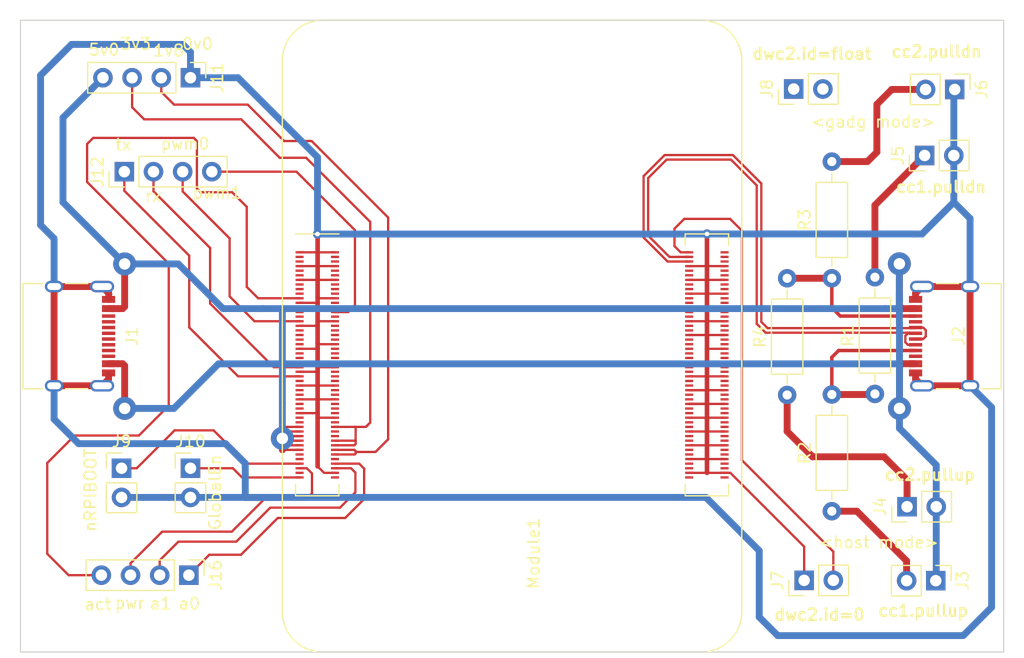
<source format=kicad_pcb>
(kicad_pcb (version 20201002) (generator pcbnew)

  (general
    (thickness 1.6)
  )

  (paper "A4")
  (layers
    (0 "F.Cu" signal)
    (31 "B.Cu" signal)
    (32 "B.Adhes" user "B.Adhesive")
    (33 "F.Adhes" user "F.Adhesive")
    (34 "B.Paste" user)
    (35 "F.Paste" user)
    (36 "B.SilkS" user "B.Silkscreen")
    (37 "F.SilkS" user "F.Silkscreen")
    (38 "B.Mask" user)
    (39 "F.Mask" user)
    (40 "Dwgs.User" user "User.Drawings")
    (41 "Cmts.User" user "User.Comments")
    (42 "Eco1.User" user "User.Eco1")
    (43 "Eco2.User" user "User.Eco2")
    (44 "Edge.Cuts" user)
    (45 "Margin" user)
    (46 "B.CrtYd" user "B.Courtyard")
    (47 "F.CrtYd" user "F.Courtyard")
    (48 "B.Fab" user)
    (49 "F.Fab" user)
    (50 "User.1" user)
    (51 "User.2" user)
    (52 "User.3" user)
    (53 "User.4" user)
    (54 "User.5" user)
    (55 "User.6" user)
    (56 "User.7" user)
    (57 "User.8" user)
    (58 "User.9" user)
  )

  (setup
    (stackup
      (layer "F.SilkS" (type "Top Silk Screen"))
      (layer "F.Paste" (type "Top Solder Paste"))
      (layer "F.Mask" (type "Top Solder Mask") (color "Green") (thickness 0.01))
      (layer "F.Cu" (type "copper") (thickness 0.035))
      (layer "dielectric 1" (type "core") (thickness 1.51) (material "FR4") (epsilon_r 4.5) (loss_tangent 0.02))
      (layer "B.Cu" (type "copper") (thickness 0.035))
      (layer "B.Mask" (type "Bottom Solder Mask") (color "Green") (thickness 0.01))
      (layer "B.Paste" (type "Bottom Solder Paste"))
      (layer "B.SilkS" (type "Bottom Silk Screen"))
      (copper_finish "None")
      (dielectric_constraints no)
    )
    (pcbplotparams
      (layerselection 0x00010fc_ffffffff)
      (disableapertmacros false)
      (usegerberextensions false)
      (usegerberattributes true)
      (usegerberadvancedattributes true)
      (creategerberjobfile true)
      (svguseinch false)
      (svgprecision 6)
      (excludeedgelayer true)
      (plotframeref false)
      (viasonmask false)
      (mode 1)
      (useauxorigin false)
      (hpglpennumber 1)
      (hpglpenspeed 20)
      (hpglpendiameter 15.000000)
      (psnegative false)
      (psa4output false)
      (plotreference true)
      (plotvalue true)
      (plotinvisibletext false)
      (sketchpadsonfab false)
      (subtractmaskfromsilk false)
      (outputformat 1)
      (mirror false)
      (drillshape 1)
      (scaleselection 1)
      (outputdirectory "")
    )
  )


  (net 0 "")
  (net 1 "GND")
  (net 2 "+5V")
  (net 3 "Net-(J1-PadB8)")
  (net 4 "Net-(J1-PadA5)")
  (net 5 "Net-(J1-PadB7)")
  (net 6 "Net-(J1-PadA6)")
  (net 7 "Net-(J1-PadA7)")
  (net 8 "Net-(J1-PadB6)")
  (net 9 "Net-(J1-PadA8)")
  (net 10 "Net-(J1-PadB5)")
  (net 11 "Net-(J2-PadB8)")
  (net 12 "Net-(J7-Pad2)")
  (net 13 "/USB_P")
  (net 14 "/USB_N")
  (net 15 "Net-(J2-PadA8)")
  (net 16 "Net-(Module1-Pad200)")
  (net 17 "Net-(Module1-Pad199)")
  (net 18 "Net-(Module1-Pad196)")
  (net 19 "Net-(Module1-Pad195)")
  (net 20 "Net-(Module1-Pad194)")
  (net 21 "Net-(Module1-Pad193)")
  (net 22 "Net-(Module1-Pad190)")
  (net 23 "Net-(Module1-Pad189)")
  (net 24 "Net-(Module1-Pad188)")
  (net 25 "Net-(Module1-Pad187)")
  (net 26 "Net-(Module1-Pad184)")
  (net 27 "Net-(Module1-Pad183)")
  (net 28 "Net-(Module1-Pad182)")
  (net 29 "Net-(Module1-Pad181)")
  (net 30 "Net-(Module1-Pad178)")
  (net 31 "Net-(Module1-Pad177)")
  (net 32 "Net-(Module1-Pad176)")
  (net 33 "Net-(Module1-Pad175)")
  (net 34 "Net-(Module1-Pad172)")
  (net 35 "Net-(Module1-Pad171)")
  (net 36 "Net-(Module1-Pad170)")
  (net 37 "Net-(Module1-Pad169)")
  (net 38 "Net-(Module1-Pad166)")
  (net 39 "Net-(Module1-Pad165)")
  (net 40 "Net-(Module1-Pad164)")
  (net 41 "Net-(Module1-Pad163)")
  (net 42 "Net-(Module1-Pad160)")
  (net 43 "Net-(Module1-Pad159)")
  (net 44 "Net-(Module1-Pad158)")
  (net 45 "Net-(Module1-Pad157)")
  (net 46 "Net-(Module1-Pad154)")
  (net 47 "Net-(Module1-Pad153)")
  (net 48 "Net-(Module1-Pad152)")
  (net 49 "Net-(Module1-Pad151)")
  (net 50 "Net-(Module1-Pad149)")
  (net 51 "Net-(Module1-Pad148)")
  (net 52 "Net-(Module1-Pad147)")
  (net 53 "Net-(Module1-Pad146)")
  (net 54 "Net-(Module1-Pad145)")
  (net 55 "Net-(Module1-Pad143)")
  (net 56 "Net-(Module1-Pad142)")
  (net 57 "Net-(Module1-Pad141)")
  (net 58 "Net-(Module1-Pad140)")
  (net 59 "Net-(Module1-Pad139)")
  (net 60 "Net-(Module1-Pad136)")
  (net 61 "Net-(Module1-Pad135)")
  (net 62 "Net-(Module1-Pad134)")
  (net 63 "Net-(Module1-Pad133)")
  (net 64 "Net-(Module1-Pad130)")
  (net 65 "Net-(Module1-Pad129)")
  (net 66 "Net-(Module1-Pad128)")
  (net 67 "Net-(Module1-Pad127)")
  (net 68 "Net-(Module1-Pad124)")
  (net 69 "Net-(Module1-Pad123)")
  (net 70 "Net-(Module1-Pad122)")
  (net 71 "Net-(Module1-Pad121)")
  (net 72 "Net-(Module1-Pad118)")
  (net 73 "Net-(Module1-Pad117)")
  (net 74 "Net-(Module1-Pad116)")
  (net 75 "Net-(Module1-Pad115)")
  (net 76 "Net-(Module1-Pad112)")
  (net 77 "Net-(Module1-Pad111)")
  (net 78 "Net-(Module1-Pad110)")
  (net 79 "Net-(Module1-Pad109)")
  (net 80 "Net-(Module1-Pad106)")
  (net 81 "Net-(Module1-Pad104)")
  (net 82 "Net-(Module1-Pad102)")
  (net 83 "Net-(J3-Pad2)")
  (net 84 "Net-(Module1-Pad100)")
  (net 85 "Net-(Module1-Pad97)")
  (net 86 "Net-(Module1-Pad92)")
  (net 87 "Net-(Module1-Pad91)")
  (net 88 "Net-(Module1-Pad89)")
  (net 89 "Net-(Module1-Pad82)")
  (net 90 "Net-(Module1-Pad80)")
  (net 91 "Net-(Module1-Pad76)")
  (net 92 "Net-(Module1-Pad75)")
  (net 93 "Net-(Module1-Pad73)")
  (net 94 "Net-(Module1-Pad72)")
  (net 95 "Net-(Module1-Pad70)")
  (net 96 "Net-(Module1-Pad69)")
  (net 97 "Net-(Module1-Pad68)")
  (net 98 "Net-(Module1-Pad67)")
  (net 99 "Net-(Module1-Pad64)")
  (net 100 "Net-(Module1-Pad63)")
  (net 101 "Net-(Module1-Pad62)")
  (net 102 "Net-(Module1-Pad61)")
  (net 103 "Net-(Module1-Pad58)")
  (net 104 "Net-(Module1-Pad57)")
  (net 105 "Net-(Module1-Pad56)")
  (net 106 "Net-(Module1-Pad54)")
  (net 107 "Net-(Module1-Pad50)")
  (net 108 "Net-(Module1-Pad49)")
  (net 109 "Net-(Module1-Pad48)")
  (net 110 "Net-(Module1-Pad47)")
  (net 111 "Net-(Module1-Pad46)")
  (net 112 "Net-(Module1-Pad45)")
  (net 113 "Net-(Module1-Pad44)")
  (net 114 "Net-(Module1-Pad41)")
  (net 115 "Net-(Module1-Pad40)")
  (net 116 "Net-(Module1-Pad39)")
  (net 117 "Net-(Module1-Pad38)")
  (net 118 "Net-(Module1-Pad37)")
  (net 119 "Net-(Module1-Pad36)")
  (net 120 "Net-(Module1-Pad35)")
  (net 121 "Net-(Module1-Pad34)")
  (net 122 "/pwm1")
  (net 123 "Net-(Module1-Pad30)")
  (net 124 "Net-(Module1-Pad29)")
  (net 125 "/pwm0")
  (net 126 "Net-(Module1-Pad27)")
  (net 127 "Net-(Module1-Pad26)")
  (net 128 "Net-(Module1-Pad25)")
  (net 129 "Net-(Module1-Pad24)")
  (net 130 "Net-(Module1-Pad20)")
  (net 131 "Net-(Module1-Pad19)")
  (net 132 "Net-(Module1-Pad18)")
  (net 133 "Net-(Module1-Pad17)")
  (net 134 "Net-(Module1-Pad16)")
  (net 135 "Net-(Module1-Pad15)")
  (net 136 "Net-(Module1-Pad12)")
  (net 137 "Net-(Module1-Pad11)")
  (net 138 "Net-(Module1-Pad10)")
  (net 139 "Net-(Module1-Pad9)")
  (net 140 "Net-(Module1-Pad6)")
  (net 141 "Net-(Module1-Pad5)")
  (net 142 "Net-(Module1-Pad4)")
  (net 143 "Net-(Module1-Pad3)")
  (net 144 "Net-(J4-Pad1)")
  (net 145 "Net-(J5-Pad1)")
  (net 146 "Net-(J6-Pad2)")
  (net 147 "Net-(J8-Pad1)")
  (net 148 "Net-(J8-Pad2)")
  (net 149 "/rx")
  (net 150 "/tx")
  (net 151 "/cc1")
  (net 152 "/cc2")
  (net 153 "/nRPIBOOT")
  (net 154 "/eGLOBAL")
  (net 155 "/actled")
  (net 156 "/pwrled")
  (net 157 "/ana1")
  (net 158 "/ana0")
  (net 159 "/1v8")
  (net 160 "/3v3")

  (module "Connector_USB:USB_C_Receptacle_XKB_U262-16XN-4BVC11" (layer "F.Cu") (tedit 5E1305FC) (tstamp 5d109653-7724-4e5a-8b3e-cdf04b8b19bf)
    (at 138.8 72.5 90)
    (descr "USB Type C, right-angle, SMT, https://datasheet.lcsc.com/szlcsc/1811141824_XKB-Enterprise-U262-161N-4BVC11_C319148.pdf")
    (tags "USB C Type-C Receptacle SMD")
    (property "Sheet file" "/Users/ifbe/Desktop/code/ifbe/00/rpicm4/pcb/cm4.kicad_sch")
    (property "Sheet name" "")
    (path "/46a4e8a4-6c48-4e27-9d6e-8d78f06c6d90")
    (attr smd)
    (fp_text reference "J2" (at 0.03 0.08 90) (layer "F.SilkS")
      (effects (font (size 1 1) (thickness 0.15)))
      (tstamp 57a2e540-57a0-4019-8030-9ec43ebd4dae)
    )
    (fp_text value "USB_C_Receptacle_USB2.0" (at 0 4.935 90) (layer "F.Fab")
      (effects (font (size 1 1) (thickness 0.15)))
      (tstamp fff58dbb-127c-4084-9199-f5e328b46ded)
    )
    (fp_text user "${REFERENCE}" (at 0 0 90) (layer "F.Fab")
      (effects (font (size 1 1) (thickness 0.15)))
      (tstamp 61d8be6d-c837-4bd7-b420-a4c91fa3bd30)
    )
    (fp_line (start -4.58 3.785) (end -4.58 2.08) (layer "F.SilkS") (width 0.12) (tstamp 1070b742-021d-4aae-b256-911af9978d86))
    (fp_line (start 4.58 3.785) (end -4.58 3.785) (layer "F.SilkS") (width 0.12) (tstamp 1708597b-b380-4ace-9042-e8c89d0b19ae))
    (fp_line (start 4.58 2.08) (end 4.58 3.785) (layer "F.SilkS") (width 0.12) (tstamp 88932a2a-d7fb-429f-81bf-39c277f951af))
    (fp_line (start -4.58 -1.85) (end -4.58 0.07) (layer "F.SilkS") (width 0.12) (tstamp 9bdc7b07-f26b-4828-986c-7f2204d34546))
    (fp_line (start 4.58 0.07) (end 4.58 -1.85) (layer "F.SilkS") (width 0.12) (tstamp e6492744-44bd-4dfc-97bd-5a8aa367f4a2))
    (fp_line (start -5.32 4.18) (end -5.32 -4.75) (layer "F.CrtYd") (width 0.05) (tstamp 08cf26cc-8a0f-4102-8cbf-b4686de20578))
    (fp_line (start 5.32 4.18) (end -5.32 4.18) (layer "F.CrtYd") (width 0.05) (tstamp 0a13f710-0a95-4b83-8a70-90538198202d))
    (fp_line (start -5.32 -4.75) (end 5.32 -4.75) (layer "F.CrtYd") (width 0.05) (tstamp 614bcb55-26db-4ec6-bffe-edd5310127d3))
    (fp_line (start 5.32 -4.75) (end 5.32 4.18) (layer "F.CrtYd") (width 0.05) (tstamp c73524ca-f815-49cd-ae37-356faaa77477))
    (fp_line (start 4.47 3.675) (end 4.47 -3.675) (layer "F.Fab") (width 0.1) (tstamp 01e8d0b2-5cf1-40d4-8470-2faca73d23cb))
    (fp_line (start -4.47 -3.675) (end 4.47 -3.675) (layer "F.Fab") (width 0.1) (tstamp 4cc42be5-4d8a-45a0-9443-16bc33eaa66d))
    (fp_line (start -4.47 -3.675) (end -4.47 3.675) (layer "F.Fab") (width 0.1) (tstamp 70d8c60b-1436-421e-9aa2-4dcd6bc7b3c6))
    (fp_line (start -4.47 3.675) (end 4.47 3.675) (layer "F.Fab") (width 0.1) (tstamp 9f132e3a-aa7f-493a-9731-d91aef7e3f34))
    (pad "" np_thru_hole circle (at -2.89 -2.605 90) (size 0.65 0.65) (drill 0.65) (layers *.Cu *.Mask) (tstamp 9c0e4078-2c5c-4a8c-b6be-41223ec64a70))
    (pad "" np_thru_hole circle (at 2.89 -2.605 90) (size 0.65 0.65) (drill 0.65) (layers *.Cu *.Mask) (tstamp a32eb377-7119-46c4-bd12-71eb1b1affaf))
    (pad "A1" smd rect (at -3.35 -3.67 90) (size 0.3 1.15) (layers "F.Cu" "F.Paste" "F.Mask")
      (net 1 "GND") (pinfunction "GND") (tstamp 40e03e32-d179-4265-8067-7a2498f72033))
    (pad "A4" smd rect (at -2.55 -3.67 90) (size 0.3 1.15) (layers "F.Cu" "F.Paste" "F.Mask")
      (net 2 "+5V") (pinfunction "VBUS") (tstamp 31dc3ab0-e35e-4d55-b38e-5f4090621631))
    (pad "A5" smd rect (at -1.25 -3.67 90) (size 0.3 1.15) (layers "F.Cu" "F.Paste" "F.Mask")
      (net 151 "/cc1") (pinfunction "CC1") (tstamp bc3e4b39-790a-4d65-81be-e14263539820))
    (pad "A6" smd rect (at -0.25 -3.67 90) (size 0.3 1.15) (layers "F.Cu" "F.Paste" "F.Mask")
      (net 13 "/USB_P") (pinfunction "D+") (tstamp 3790ec9f-9f81-49ab-a3ac-df846b887a77))
    (pad "A7" smd rect (at 0.25 -3.67 90) (size 0.3 1.15) (layers "F.Cu" "F.Paste" "F.Mask")
      (net 14 "/USB_N") (pinfunction "D-") (tstamp f0508099-980a-4f29-9a86-d8e834ed6519))
    (pad "A8" smd rect (at 1.25 -3.67 90) (size 0.3 1.15) (layers "F.Cu" "F.Paste" "F.Mask")
      (net 15 "Net-(J2-PadA8)") (pinfunction "SBU1") (tstamp 6b3dfe17-1457-4c50-bb38-fed0e5390e86))
    (pad "A9" smd rect (at 2.55 -3.67 90) (size 0.3 1.15) (layers "F.Cu" "F.Paste" "F.Mask")
      (net 2 "+5V") (pinfunction "VBUS") (tstamp 13c6d157-c69a-49ab-aa29-61b6a5aa2887))
    (pad "A12" smd rect (at 3.35 -3.67 90) (size 0.3 1.15) (layers "F.Cu" "F.Paste" "F.Mask")
      (net 1 "GND") (pinfunction "GND") (tstamp f250c0d8-2ff8-4ef6-8fff-dfc82cb79f15))
    (pad "B1" smd rect (at 3.05 -3.67 90) (size 0.3 1.15) (layers "F.Cu" "F.Paste" "F.Mask")
      (net 1 "GND") (pinfunction "GND") (tstamp 56bc4c35-96fb-466d-8eb3-4bff8053f39a))
    (pad "B4" smd rect (at 2.25 -3.67 90) (size 0.3 1.15) (layers "F.Cu" "F.Paste" "F.Mask")
      (net 2 "+5V") (pinfunction "VBUS") (tstamp a5013d6e-f605-42bd-943d-3fcd3e6d7cde))
    (pad "B5" smd rect (at 1.75 -3.67 90) (size 0.3 1.15) (layers "F.Cu" "F.Paste" "F.Mask")
      (net 152 "/cc2") (pinfunction "CC2") (tstamp 4563e948-7776-43e2-8df2-7c6c5b298e6a))
    (pad "B6" smd rect (at 0.75 -3.67 90) (size 0.3 1.15) (layers "F.Cu" "F.Paste" "F.Mask")
      (net 13 "/USB_P") (pinfunction "D+") (tstamp 1c1f9fc8-1d8d-45d4-a172-57a6db5b8567))
    (pad "B7" smd rect (at -0.75 -3.67 90) (size 0.3 1.15) (layers "F.Cu" "F.Paste" "F.Mask")
      (net 14 "/USB_N") (pinfunction "D-") (tstamp 73173806-e6a3-4be1-9921-c39d4c53777d))
    (pad "B8" smd rect (at -1.75 -3.67 90) (size 0.3 1.15) (layers "F.Cu" "F.Paste" "F.Mask")
      (net 11 "Net-(J2-PadB8)") (pinfunction "SBU2") (tstamp 72876543-1613-413e-bbf0-130de3081ccb))
    (pad "B9" smd rect (at -2.25 -3.67 90) (size 0.3 1.15) (layers "F.Cu" "F.Paste" "F.Mask")
      (net 2 "+5V") (pinfunction "VBUS") (tstamp a78d1162-5f6e-4f51-a839-31884493be4d))
    (pad "B12" smd rect (at -3.05 -3.67 90) (size 0.3 1.15) (layers "F.Cu" "F.Paste" "F.Mask")
      (net 1 "GND") (pinfunction "GND") (tstamp a01174c0-6a79-4bdb-b05f-502b8055c511))
    (pad "S1" thru_hole oval (at 4.32 -3.105 90) (size 1 2.1) (drill oval 0.6 1.7) (layers *.Cu *.Mask)
      (net 1 "GND") (pinfunction "SHIELD") (tstamp 40abbd7e-2031-4a0d-bd1c-d620a505ae4b))
    (pad "S1" thru_hole oval (at 4.32 1.075 90) (size 1 1.6) (drill oval 0.6 1.2) (layers *.Cu *.Mask)
      (net 1 "GND") (pinfunction "SHIELD") (tstamp 462fa2dd-e749-4560-a206-e7795c9792eb))
    (pad "S1" thru_hole oval (at -4.32 1.075 90) (size 1 1.6) (drill oval 0.6 1.2) (layers *.Cu *.Mask)
      (net 1 "GND") (pinfunction "SHIELD") (tstamp 69ffe0db-9cf0-4e3c-9088-4a7538b8321e))
    (pad "S1" thru_hole oval (at -4.32 -3.105 90) (size 1 2.1) (drill oval 0.6 1.7) (layers *.Cu *.Mask)
      (net 1 "GND") (pinfunction "SHIELD") (tstamp bed12c36-93c0-4eec-b5bf-ba86ba3df357))
    (model "${KISYS3DMOD}/Connector_USB.3dshapes/USB_C_Receptacle_XKB_U262-16XN-4BVC11.wrl"
      (offset (xyz 0 0 0))
      (scale (xyz 1 1 1))
      (rotate (xyz 0 0 0))
    )
  )

  (module "CM4IO:Raspberry-Pi-4-Compute-Module" (layer "F.Cu") (tedit 5EF08346) (tstamp 5f449fc4-c988-4849-8450-262f200fa7d2)
    (at 83.5 96.5)
    (descr "Raspberry Pi 4 Compute Module")
    (tags "Raspberry Pi 4 Compute Module")
    (property "Field4" "Hirose")
    (property "Field5" "2x DF40C-100DS-0.4V")
    (property "Sheet file" "/Users/ifbe/Desktop/code/ifbe/00/rpicm4/pcb/cm4.kicad_sch")
    (property "Sheet name" "")
    (path "/485b1676-2be3-43f8-9a38-7962ea1aab1d")
    (attr smd)
    (fp_text reference "Module1" (at 18.38 -5.08 270) (layer "F.SilkS")
      (effects (font (size 1 1) (thickness 0.15)))
      (tstamp cd1ac294-4f8a-47d7-a2e3-9b145bb521d7)
    )
    (fp_text value "ComputeModule4-CM4" (at 16.52 0.19) (layer "F.Fab")
      (effects (font (size 1 1) (thickness 0.15)))
      (tstamp dad5cd28-c839-407d-8eb6-92cd8fe6e10a)
    )
    (fp_line (start -3.5 -48) (end -3.5 0) (layer "F.SilkS") (width 0.12) (tstamp 274f9b64-51fa-43a2-a400-d958d7f3d511))
    (fp_line (start 31.57 -32.9) (end 31.57 -31.9) (layer "F.SilkS") (width 0.12) (tstamp 3c3ef5d5-20ae-4d14-9671-8ffb6ba9fd1d))
    (fp_line (start 0 3.5) (end 33 3.5) (layer "F.SilkS") (width 0.12) (tstamp 6ebf604b-f5aa-4fa4-8e0e-c6952bc00e07))
    (fp_line (start 31.57 -10.1) (end 35.35 -10.1) (layer "F.SilkS") (width 0.12) (tstamp 7b3fd102-db94-4285-9fc2-c935f388290c))
    (fp_line (start 31.57 -10.1) (end 31.57 -11.1) (layer "F.SilkS") (width 0.12) (tstamp 80cf438d-7c8b-4a6c-ab3c-f15a2011f016))
    (fp_line (start 31.57 -32.9) (end 35.35 -32.9) (layer "F.SilkS") (width 0.12) (tstamp 8d474e5b-cac8-4324-8ba0-73a9a153ab93))
    (fp_line (start 33 -51.5) (end 0 -51.5) (layer "F.SilkS") (width 0.12) (tstamp 9806355e-1dc0-4200-b09f-1fa3f8a713cd))
    (fp_line (start 36.5 0) (end 36.5 -48) (layer "F.SilkS") (width 0.12) (tstamp 9c52ee72-6084-403d-b28e-7ff54f024552))
    (fp_line (start -2.35 -32.9) (end 1.43 -32.9) (layer "F.SilkS") (width 0.12) (tstamp b5dd81a4-b2da-4ea2-b284-48bbb0257c34))
    (fp_line (start 1.43 -10.1) (end 1.43 -11.1) (layer "F.SilkS") (width 0.12) (tstamp bd12ab66-a684-4ba9-a1c8-2d96a5c52b26))
    (fp_line (start -2.35 -10.1) (end 1.43 -10.1) (layer "F.SilkS") (width 0.12) (tstamp f3c9c8d8-9d5b-41aa-b571-3cc2e5d2bfd5))
    (fp_line (start -2.35 -10.1) (end -2.35 -11.1) (layer "F.SilkS") (width 0.12) (tstamp f7aae113-194f-4b79-9956-4567e171a70e))
    (fp_line (start 35.35 -10.1) (end 35.35 -11.1) (layer "F.SilkS") (width 0.12) (tstamp fb588326-7bcf-48eb-848e-3f9f8c4dcda3))
    (fp_line (start 35.35 -32.9) (end 35.35 -31.9) (layer "F.SilkS") (width 0.12) (tstamp ffbe5a92-6a49-4a32-aee5-8530b7885200))
    (fp_arc (start 0 0) (end -3.5 0) (angle -90) (layer "F.SilkS") (width 0.12) (tstamp 790e30dd-4d56-4507-bbd8-9e75e952df8d))
    (fp_arc (start 33 -48) (end 36.5 -48) (angle -90) (layer "F.SilkS") (width 0.12) (tstamp 9bfba9f9-af78-4429-a597-1a3e53f71b23))
    (fp_arc (start 0 -48) (end 0 -51.5) (angle -90) (layer "F.SilkS") (width 0.12) (tstamp b9b9ac9c-21e9-4240-b706-b126a58a9fdf))
    (fp_arc (start 33 0) (end 33 3.5) (angle -90) (layer "F.SilkS") (width 0.12) (tstamp ebbc6596-d55f-46c3-9887-01f637987ea4))
    (fp_line (start 1.43 -32.9) (end 1.43 -10.1) (layer "F.CrtYd") (width 0.12) (tstamp 15b76f3d-7d48-4873-bc1b-e5ba77789006))
    (fp_line (start -2.35 -10.1) (end -2.35 -32.9) (layer "F.CrtYd") (width 0.12) (tstamp 5fbca587-1be5-450f-9f76-3f397520d5c2))
    (fp_line (start 1.43 -10.1) (end -2.35 -10.1) (layer "F.CrtYd") (width 0.12) (tstamp 7475ab43-4026-402a-b03b-3f0b6e28fbda))
    (fp_line (start 31.57 -10.1) (end 31.57 -32.9) (layer "F.CrtYd") (width 0.12) (tstamp 85514a91-4328-4e91-8492-f9cf605fcce1))
    (fp_line (start 31.57 -32.9) (end 35.35 -32.9) (layer "F.CrtYd") (width 0.12) (tstamp 871d2ac6-e0df-429d-acfd-ddcb4db4ee60))
    (fp_line (start -2.35 -32.9) (end 1.43 -32.9) (layer "F.CrtYd") (width 0.12) (tstamp 8e921581-2b39-4585-b1f6-8fc115418ca4))
    (fp_line (start 35.35 -10.1) (end 31.57 -10.1) (layer "F.CrtYd") (width 0.12) (tstamp c8e9611a-d185-4d7e-891d-fe6d9e888338))
    (fp_line (start 35.35 -32.9) (end 35.35 -10.1) (layer "F.CrtYd") (width 0.12) (tstamp ce9ff78f-f0af-4260-944a-2ac4dd775546))
    (pad "" np_thru_hole circle (at 33 0) (size 2.7 2.7) (drill 2.7) (layers *.Cu *.Mask)
      (solder_mask_margin 1.7) (clearance 1.7) (tstamp 4c05ef6c-8a13-4905-a041-872d9f19e4a9))
    (pad "" np_thru_hole circle (at 33 -48) (size 2.7 2.7) (drill 2.7) (layers *.Cu *.Mask)
      (solder_mask_margin 1.7) (clearance 1.7) (tstamp 69534ff3-c5a8-4105-b62e-1c95730a09a3))
    (pad "" np_thru_hole circle (at 0 -48) (size 2.7 2.7) (drill 2.7) (layers *.Cu *.Mask)
      (solder_mask_margin 1.7) (clearance 1.7) (tstamp 71244aeb-b25c-4528-ad22-5e5cc92b2ccd))
    (pad "" np_thru_hole circle (at 0 0) (size 2.7 2.7) (drill 2.7) (layers *.Cu *.Mask)
      (solder_mask_margin 1.7) (clearance 1.7) (tstamp d1f43061-ac4c-41fb-b6a8-4778be8d120a))
    (pad "1" smd rect (at -2 -31.3 270) (size 0.2 0.7) (layers "F.Cu" "F.Paste" "F.Mask")
      (net 1 "GND") (pinfunction "GND") (tstamp 787e5917-7658-4335-9347-c65918382c3d))
    (pad "2" smd rect (at 1.08 -31.3 270) (size 0.2 0.7) (layers "F.Cu" "F.Paste" "F.Mask")
      (net 1 "GND") (pinfunction "GND") (tstamp c3e56907-5088-45ca-ab09-9c2bb911e886))
    (pad "3" smd rect (at -2 -30.9 270) (size 0.2 0.7) (layers "F.Cu" "F.Paste" "F.Mask")
      (net 143 "Net-(Module1-Pad3)") (pinfunction "Ethernet_Pair3_P") (tstamp 68ce1437-ae57-49ae-814f-1f0fd52ef829))
    (pad "4" smd rect (at 1.08 -30.9 270) (size 0.2 0.7) (layers "F.Cu" "F.Paste" "F.Mask")
      (net 142 "Net-(Module1-Pad4)") (pinfunction "Ethernet_Pair1_P") (tstamp d61b78fa-a6f6-474a-9497-cbbcfb703961))
    (pad "5" smd rect (at -2 -30.5 270) (size 0.2 0.7) (layers "F.Cu" "F.Paste" "F.Mask")
      (net 141 "Net-(Module1-Pad5)") (pinfunction "Ethernet_Pair3_N") (tstamp 30c4d2d9-1e39-4858-bed3-f9d83808af1e))
    (pad "6" smd rect (at 1.08 -30.5 270) (size 0.2 0.7) (layers "F.Cu" "F.Paste" "F.Mask")
      (net 140 "Net-(Module1-Pad6)") (pinfunction "Ethernet_Pair1_N") (tstamp ff035f3e-d36b-498e-85e8-f1b902444648))
    (pad "7" smd rect (at -2 -30.1 270) (size 0.2 0.7) (layers "F.Cu" "F.Paste" "F.Mask")
      (net 1 "GND") (pinfunction "GND") (tstamp 3b1e34dc-da8f-404e-853f-a73d0f736c7b))
    (pad "8" smd rect (at 1.08 -30.1 270) (size 0.2 0.7) (layers "F.Cu" "F.Paste" "F.Mask")
      (net 1 "GND") (pinfunction "GND") (tstamp 456e7b26-f03b-4bdf-9261-57be62df3b87))
    (pad "9" smd rect (at -2 -29.7 270) (size 0.2 0.7) (layers "F.Cu" "F.Paste" "F.Mask")
      (net 139 "Net-(Module1-Pad9)") (pinfunction "Ethernet_Pair2_N") (tstamp 008ca9ac-06e5-40bd-8ef3-00284e23465f))
    (pad "10" smd rect (at 1.08 -29.7 270) (size 0.2 0.7) (layers "F.Cu" "F.Paste" "F.Mask")
      (net 138 "Net-(Module1-Pad10)") (pinfunction "Ethernet_Pair0_N") (tstamp a78dbf11-be24-4fad-a6fa-c91c7b4fe63b))
    (pad "11" smd rect (at -2 -29.3 270) (size 0.2 0.7) (layers "F.Cu" "F.Paste" "F.Mask")
      (net 137 "Net-(Module1-Pad11)") (pinfunction "Ethernet_Pair2_P") (tstamp 69ba4e5b-5aa9-417d-b000-19a797b9730d))
    (pad "12" smd rect (at 1.08 -29.3 270) (size 0.2 0.7) (layers "F.Cu" "F.Paste" "F.Mask")
      (net 136 "Net-(Module1-Pad12)") (pinfunction "Ethernet_Pair0_P") (tstamp 6416c8cd-d4a5-49ff-acf5-76e3e2a2f1af))
    (pad "13" smd rect (at -2 -28.9 270) (size 0.2 0.7) (layers "F.Cu" "F.Paste" "F.Mask")
      (net 1 "GND") (pinfunction "GND") (tstamp 5822165c-5e6d-4c55-a8cc-95546cbd7f5e))
    (pad "14" smd rect (at 1.08 -28.9 270) (size 0.2 0.7) (layers "F.Cu" "F.Paste" "F.Mask")
      (net 1 "GND") (pinfunction "GND") (tstamp 923e52a2-5480-4761-b65e-3e5d2c17f366))
    (pad "15" smd rect (at -2 -28.5 270) (size 0.2 0.7) (layers "F.Cu" "F.Paste" "F.Mask")
      (net 135 "Net-(Module1-Pad15)") (pinfunction "Ethernet_nLED3(3.3v)") (tstamp b556e860-ffec-4c71-b831-3cf3e7dffbae))
    (pad "16" smd rect (at 1.08 -28.5 270) (size 0.2 0.7) (layers "F.Cu" "F.Paste" "F.Mask")
      (net 134 "Net-(Module1-Pad16)") (pinfunction "Ethernet_SYNC_IN(1.8v)") (tstamp 69e57537-8225-409c-b933-71f04ef7888f))
    (pad "17" smd rect (at -2 -28.1 270) (size 0.2 0.7) (layers "F.Cu" "F.Paste" "F.Mask")
      (net 133 "Net-(Module1-Pad17)") (pinfunction "Ethernet_nLED2(3.3v)") (tstamp 9da360fd-0463-4024-b73a-c2c025389020))
    (pad "18" smd rect (at 1.08 -28.1 270) (size 0.2 0.7) (layers "F.Cu" "F.Paste" "F.Mask")
      (net 132 "Net-(Module1-Pad18)") (pinfunction "Ethernet_SYNC_OUT(1.8v)") (tstamp 0ebb3c9e-d864-4ef4-a25c-b17b13976abb))
    (pad "19" smd rect (at -2 -27.7 270) (size 0.2 0.7) (layers "F.Cu" "F.Paste" "F.Mask")
      (net 131 "Net-(Module1-Pad19)") (pinfunction "Ethernet_nLED1(3.3v)") (tstamp 15f4d45e-13ac-4f80-aee4-4154ae98b3d2))
    (pad "20" smd rect (at 1.08 -27.7 270) (size 0.2 0.7) (layers "F.Cu" "F.Paste" "F.Mask")
      (net 130 "Net-(Module1-Pad20)") (pinfunction "EEPROM_nWP") (tstamp 2b9d4a99-1586-4bda-97ed-cfd6192f5739))
    (pad "21" smd rect (at -2 -27.3 270) (size 0.2 0.7) (layers "F.Cu" "F.Paste" "F.Mask")
      (net 155 "/actled") (pinfunction "PI_nLED_Activity") (tstamp 53a71cb1-07d7-493b-8aa0-55c8929bd927))
    (pad "22" smd rect (at 1.08 -27.3 270) (size 0.2 0.7) (layers "F.Cu" "F.Paste" "F.Mask")
      (net 1 "GND") (pinfunction "GND") (tstamp 2e5a9ecc-b15f-488b-81b6-9654374a944c))
    (pad "23" smd rect (at -2 -26.9 270) (size 0.2 0.7) (layers "F.Cu" "F.Paste" "F.Mask")
      (net 1 "GND") (pinfunction "GND") (tstamp ae277a33-0005-496e-a575-5c17cdae0478))
    (pad "24" smd rect (at 1.08 -26.9 270) (size 0.2 0.7) (layers "F.Cu" "F.Paste" "F.Mask")
      (net 129 "Net-(Module1-Pad24)") (pinfunction "GPIO26") (tstamp 054d8b64-5022-469a-aae2-9cdcfd0bd076))
    (pad "25" smd rect (at -2 -26.5 270) (size 0.2 0.7) (layers "F.Cu" "F.Paste" "F.Mask")
      (net 128 "Net-(Module1-Pad25)") (pinfunction "GPIO21") (tstamp 73394b27-1ec8-479f-9416-40c6d7629604))
    (pad "26" smd rect (at 1.08 -26.5 270) (size 0.2 0.7) (layers "F.Cu" "F.Paste" "F.Mask")
      (net 127 "Net-(Module1-Pad26)") (pinfunction "GPIO19") (tstamp a040f1b2-8a77-4737-a5a0-af4bd6f614d3))
    (pad "27" smd rect (at -2 -26.1 270) (size 0.2 0.7) (layers "F.Cu" "F.Paste" "F.Mask")
      (net 126 "Net-(Module1-Pad27)") (pinfunction "GPIO20") (tstamp a0a26f8d-b7e1-4b88-bc83-e442ff5f9e56))
    (pad "28" smd rect (at 1.08 -26.1 270) (size 0.2 0.7) (layers "F.Cu" "F.Paste" "F.Mask")
      (net 122 "/pwm1") (pinfunction "GPIO13") (tstamp 526ee37e-2a27-4cbb-9e9e-88d2205b450a))
    (pad "29" smd rect (at -2 -25.7 270) (size 0.2 0.7) (layers "F.Cu" "F.Paste" "F.Mask")
      (net 124 "Net-(Module1-Pad29)") (pinfunction "GPIO16") (tstamp 90887e7a-2454-4741-8c27-ba977814a2a9))
    (pad "30" smd rect (at 1.08 -25.7 270) (size 0.2 0.7) (layers "F.Cu" "F.Paste" "F.Mask")
      (net 123 "Net-(Module1-Pad30)") (pinfunction "GPIO6") (tstamp 37053d09-49ee-4e0b-8a68-e0083f9f2cd1))
    (pad "31" smd rect (at -2 -25.3 270) (size 0.2 0.7) (layers "F.Cu" "F.Paste" "F.Mask")
      (net 125 "/pwm0") (pinfunction "GPIO12") (tstamp fb9d9215-6c9f-40ec-a834-41d2d42effeb))
    (pad "32" smd rect (at 1.08 -25.3 270) (size 0.2 0.7) (layers "F.Cu" "F.Paste" "F.Mask")
      (net 1 "GND") (pinfunction "GND") (tstamp 54f0bf28-7f03-4a7c-baa4-7f2765069076))
    (pad "33" smd rect (at -2 -24.9 270) (size 0.2 0.7) (layers "F.Cu" "F.Paste" "F.Mask")
      (net 1 "GND") (pinfunction "GND") (tstamp 93a28c1c-031d-41d5-9620-480e85e95dfa))
    (pad "34" smd rect (at 1.08 -24.9 270) (size 0.2 0.7) (layers "F.Cu" "F.Paste" "F.Mask")
      (net 121 "Net-(Module1-Pad34)") (pinfunction "GPIO5") (tstamp 030183a7-f6cd-4cda-9d4d-58e5878b7a58))
    (pad "35" smd rect (at -2 -24.5 270) (size 0.2 0.7) (layers "F.Cu" "F.Paste" "F.Mask")
      (net 120 "Net-(Module1-Pad35)") (pinfunction "ID_SC") (tstamp e767d431-abeb-465b-83cd-5b8b28886593))
    (pad "36" smd rect (at 1.08 -24.5 270) (size 0.2 0.7) (layers "F.Cu" "F.Paste" "F.Mask")
      (net 119 "Net-(Module1-Pad36)") (pinfunction "ID_SD") (tstamp c313ac66-192a-4db4-a3f2-52bee4258ec6))
    (pad "37" smd rect (at -2 -24.1 270) (size 0.2 0.7) (layers "F.Cu" "F.Paste" "F.Mask")
      (net 118 "Net-(Module1-Pad37)") (pinfunction "GPIO7") (tstamp c22cf813-11da-4888-bdb7-22f65186b54e))
    (pad "38" smd rect (at 1.08 -24.1 270) (size 0.2 0.7) (layers "F.Cu" "F.Paste" "F.Mask")
      (net 117 "Net-(Module1-Pad38)") (pinfunction "GPIO11") (tstamp 84c3e6e7-62b9-4ea8-a5be-9190077471d3))
    (pad "39" smd rect (at -2 -23.7 270) (size 0.2 0.7) (layers "F.Cu" "F.Paste" "F.Mask")
      (net 116 "Net-(Module1-Pad39)") (pinfunction "GPIO8") (tstamp 8df83e4f-01df-49f2-944c-56bcb9e1517b))
    (pad "40" smd rect (at 1.08 -23.7 270) (size 0.2 0.7) (layers "F.Cu" "F.Paste" "F.Mask")
      (net 115 "Net-(Module1-Pad40)") (pinfunction "GPIO9") (tstamp f76c629d-7cb6-4335-b372-9ec829de4922))
    (pad "41" smd rect (at -2 -23.3 270) (size 0.2 0.7) (layers "F.Cu" "F.Paste" "F.Mask")
      (net 114 "Net-(Module1-Pad41)") (pinfunction "GPIO25") (tstamp d10e0644-6b27-417b-bf80-d2b7213c4cbd))
    (pad "42" smd rect (at 1.08 -23.3 270) (size 0.2 0.7) (layers "F.Cu" "F.Paste" "F.Mask")
      (net 1 "GND") (pinfunction "GND") (tstamp 182a0c32-919e-44a3-8aa9-b5c209518149))
    (pad "43" smd rect (at -2 -22.9 270) (size 0.2 0.7) (layers "F.Cu" "F.Paste" "F.Mask")
      (net 1 "GND") (pinfunction "GND") (tstamp cb265d40-010a-488a-9019-77a62b5ea9d0))
    (pad "44" smd rect (at 1.08 -22.9 270) (size 0.2 0.7) (layers "F.Cu" "F.Paste" "F.Mask")
      (net 113 "Net-(Module1-Pad44)") (pinfunction "GPIO10") (tstamp b4fffa2e-66a1-43ce-b166-d67efcee112f))
    (pad "45" smd rect (at -2 -22.5 270) (size 0.2 0.7) (layers "F.Cu" "F.Paste" "F.Mask")
      (net 112 "Net-(Module1-Pad45)") (pinfunction "GPIO24") (tstamp 7b8ce9cf-fca5-4520-a4ad-715c41bbb667))
    (pad "46" smd rect (at 1.08 -22.5 270) (size 0.2 0.7) (layers "F.Cu" "F.Paste" "F.Mask")
      (net 111 "Net-(Module1-Pad46)") (pinfunction "GPIO22") (tstamp 0f718e10-11a2-448f-ab39-f6d7456235b1))
    (pad "47" smd rect (at -2 -22.1 270) (size 0.2 0.7) (layers "F.Cu" "F.Paste" "F.Mask")
      (net 110 "Net-(Module1-Pad47)") (pinfunction "GPIO23") (tstamp bdab9acb-753f-4820-9926-2794a16f8049))
    (pad "48" smd rect (at 1.08 -22.1 270) (size 0.2 0.7) (layers "F.Cu" "F.Paste" "F.Mask")
      (net 109 "Net-(Module1-Pad48)") (pinfunction "GPIO27") (tstamp 1c1d877d-cce7-4138-9b54-05fc6ca1bde0))
    (pad "49" smd rect (at -2 -21.7 270) (size 0.2 0.7) (layers "F.Cu" "F.Paste" "F.Mask")
      (net 108 "Net-(Module1-Pad49)") (pinfunction "GPIO18") (tstamp 14aadf26-65ab-4898-88fc-65990bd06996))
    (pad "50" smd rect (at 1.08 -21.7 270) (size 0.2 0.7) (layers "F.Cu" "F.Paste" "F.Mask")
      (net 107 "Net-(Module1-Pad50)") (pinfunction "GPIO17") (tstamp 3ad4f9db-f68d-4987-b1c0-fa6d6e142a70))
    (pad "51" smd rect (at -2 -21.3 270) (size 0.2 0.7) (layers "F.Cu" "F.Paste" "F.Mask")
      (net 149 "/rx") (pinfunction "GPIO15") (tstamp 2de241e0-a5a5-4c2e-b15c-cef7ac7a4445))
    (pad "52" smd rect (at 1.08 -21.3 270) (size 0.2 0.7) (layers "F.Cu" "F.Paste" "F.Mask")
      (net 1 "GND") (pinfunction "GND") (tstamp e5cd09cf-4113-4cbf-949c-724056baa3b0))
    (pad "53" smd rect (at -2 -20.9 270) (size 0.2 0.7) (layers "F.Cu" "F.Paste" "F.Mask")
      (net 1 "GND") (pinfunction "GND") (tstamp 7677b35e-f90b-4f2a-bc7f-c34c5bbbbb94))
    (pad "54" smd rect (at 1.08 -20.9 270) (size 0.2 0.7) (layers "F.Cu" "F.Paste" "F.Mask")
      (net 106 "Net-(Module1-Pad54)") (pinfunction "GPIO4") (tstamp afa945aa-2cae-4f2f-82d9-2c25892bb2a8))
    (pad "55" smd rect (at -2 -20.5 270) (size 0.2 0.7) (layers "F.Cu" "F.Paste" "F.Mask")
      (net 150 "/tx") (pinfunction "GPIO14") (tstamp d64f82e7-73ec-4ed8-b248-51300d10191d))
    (pad "56" smd rect (at 1.08 -20.5 270) (size 0.2 0.7) (layers "F.Cu" "F.Paste" "F.Mask")
      (net 105 "Net-(Module1-Pad56)") (pinfunction "GPIO3") (tstamp 4d676146-1aa4-4099-b3a8-126f42906b9e))
    (pad "57" smd rect (at -2 -20.1 270) (size 0.2 0.7) (layers "F.Cu" "F.Paste" "F.Mask")
      (net 104 "Net-(Module1-Pad57)") (pinfunction "SD_CLK") (tstamp dbd314e9-90ba-4b54-8716-d9a795d052a4))
    (pad "58" smd rect (at 1.08 -20.1 270) (size 0.2 0.7) (layers "F.Cu" "F.Paste" "F.Mask")
      (net 103 "Net-(Module1-Pad58)") (pinfunction "GPIO2") (tstamp 7ceb21ce-1eac-4f9a-ba55-bd1fbdb70160))
    (pad "59" smd rect (at -2 -19.7 270) (size 0.2 0.7) (layers "F.Cu" "F.Paste" "F.Mask")
      (net 1 "GND") (pinfunction "GND") (tstamp c5c09c65-7aef-45bf-9a88-5902c7556e17))
    (pad "60" smd rect (at 1.08 -19.7 270) (size 0.2 0.7) (layers "F.Cu" "F.Paste" "F.Mask")
      (net 1 "GND") (pinfunction "GND") (tstamp e05e1ba6-1405-4f61-9bbd-1a509dbb9930))
    (pad "61" smd rect (at -2 -19.3 270) (size 0.2 0.7) (layers "F.Cu" "F.Paste" "F.Mask")
      (net 102 "Net-(Module1-Pad61)") (pinfunction "SD_DAT3") (tstamp 60229ed5-05d4-4c07-9aea-ae8b7f321c49))
    (pad "62" smd rect (at 1.08 -19.3 270) (size 0.2 0.7) (layers "F.Cu" "F.Paste" "F.Mask")
      (net 101 "Net-(Module1-Pad62)") (pinfunction "SD_CMD") (tstamp c96541f4-9658-432b-aaf6-42ca2f06ee36))
    (pad "63" smd rect (at -2 -18.9 270) (size 0.2 0.7) (layers "F.Cu" "F.Paste" "F.Mask")
      (net 100 "Net-(Module1-Pad63)") (pinfunction "SD_DAT0") (tstamp 44ffc89b-c17f-46b2-b285-232f6d10df41))
    (pad "64" smd rect (at 1.08 -18.9 270) (size 0.2 0.7) (layers "F.Cu" "F.Paste" "F.Mask")
      (net 99 "Net-(Module1-Pad64)") (pinfunction "SD_DAT5") (tstamp 9c782c66-5a46-4f1d-ad91-e1b679338331))
    (pad "65" smd rect (at -2 -18.5 270) (size 0.2 0.7) (layers "F.Cu" "F.Paste" "F.Mask")
      (net 1 "GND") (pinfunction "GND") (tstamp 981af969-1cc0-447b-b75e-389d69455f3c))
    (pad "66" smd rect (at 1.08 -18.5 270) (size 0.2 0.7) (layers "F.Cu" "F.Paste" "F.Mask")
      (net 1 "GND") (pinfunction "GND") (tstamp af987c92-d24a-4932-855b-96f6681da6b6))
    (pad "67" smd rect (at -2 -18.1 270) (size 0.2 0.7) (layers "F.Cu" "F.Paste" "F.Mask")
      (net 98 "Net-(Module1-Pad67)") (pinfunction "SD_DAT1") (tstamp 2a194b1a-6a36-4e18-b4da-ba1704a6f3dc))
    (pad "68" smd rect (at 1.08 -18.1 270) (size 0.2 0.7) (layers "F.Cu" "F.Paste" "F.Mask")
      (net 97 "Net-(Module1-Pad68)") (pinfunction "SD_DAT4") (tstamp efc07659-c664-42f2-985f-b47a84f1f069))
    (pad "69" smd rect (at -2 -17.7 270) (size 0.2 0.7) (layers "F.Cu" "F.Paste" "F.Mask")
      (net 96 "Net-(Module1-Pad69)") (pinfunction "SD_DAT2") (tstamp f824e881-8332-4e56-8c3d-cb8931343704))
    (pad "70" smd rect (at 1.08 -17.7 270) (size 0.2 0.7) (layers "F.Cu" "F.Paste" "F.Mask")
      (net 95 "Net-(Module1-Pad70)") (pinfunction "SD_DAT7") (tstamp 3155b6da-147c-4ef3-9ee3-12ed184b968d))
    (pad "71" smd rect (at -2 -17.3 270) (size 0.2 0.7) (layers "F.Cu" "F.Paste" "F.Mask")
      (net 1 "GND") (pinfunction "GND") (tstamp 3de278dc-bf79-4018-97ba-6780a7c65810))
    (pad "72" smd rect (at 1.08 -17.3 270) (size 0.2 0.7) (layers "F.Cu" "F.Paste" "F.Mask")
      (net 94 "Net-(Module1-Pad72)") (pinfunction "SD_DAT6") (tstamp 8cbe4064-d9b7-42d4-9331-8f5a1609cc43))
    (pad "73" smd rect (at -2 -16.9 270) (size 0.2 0.7) (layers "F.Cu" "F.Paste" "F.Mask")
      (net 93 "Net-(Module1-Pad73)") (pinfunction "SD_VDD_Override") (tstamp cf3cdb1f-8e57-44b6-adec-4fa281f32455))
    (pad "74" smd rect (at 1.08 -16.9 270) (size 0.2 0.7) (layers "F.Cu" "F.Paste" "F.Mask")
      (net 1 "GND") (pinfunction "GND") (tstamp 5e76e6ad-f075-4acd-9799-8c37d7dda469))
    (pad "75" smd rect (at -2 -16.5 270) (size 0.2 0.7) (layers "F.Cu" "F.Paste" "F.Mask")
      (net 92 "Net-(Module1-Pad75)") (pinfunction "SD_PWR_ON") (tstamp 521615e1-c320-4fee-b004-f9ed2f5868ab))
    (pad "76" smd rect (at 1.08 -16.5 270) (size 0.2 0.7) (layers "F.Cu" "F.Paste" "F.Mask")
      (net 91 "Net-(Module1-Pad76)") (pinfunction "Reserved") (tstamp 8efd3e4c-56bf-445d-a764-1134daacecf1))
    (pad "77" smd rect (at -2 -16.1 270) (size 0.2 0.7) (layers "F.Cu" "F.Paste" "F.Mask")
      (net 2 "+5V") (pinfunction "+5v_(Input)") (tstamp 42474414-e6a5-4985-b21b-1754043015bd))
    (pad "78" smd rect (at 1.08 -16.1 270) (size 0.2 0.7) (layers "F.Cu" "F.Paste" "F.Mask")
      (net 160 "/3v3") (pinfunction "GPIO_VREF(1.8v/3.3v_Input)") (tstamp 5ba130d9-c0a5-4ada-9f69-feee7c6b87d1))
    (pad "79" smd rect (at -2 -15.7 270) (size 0.2 0.7) (layers "F.Cu" "F.Paste" "F.Mask")
      (net 2 "+5V") (pinfunction "+5v_(Input)") (tstamp 46815cf7-2e1a-4a6b-be9c-d6e334451240))
    (pad "80" smd rect (at 1.08 -15.7 270) (size 0.2 0.7) (layers "F.Cu" "F.Paste" "F.Mask")
      (net 90 "Net-(Module1-Pad80)") (pinfunction "SCL0") (tstamp 8b16a882-464a-40bb-946a-d4dc72bef0e2))
    (pad "81" smd rect (at -2 -15.3 270) (size 0.2 0.7) (layers "F.Cu" "F.Paste" "F.Mask")
      (net 2 "+5V") (pinfunction "+5v_(Input)") (tstamp 63f95eb9-c695-491a-8f8b-1498785697a4))
    (pad "82" smd rect (at 1.08 -15.3 270) (size 0.2 0.7) (layers "F.Cu" "F.Paste" "F.Mask")
      (net 89 "Net-(Module1-Pad82)") (pinfunction "SDA0") (tstamp e88645ff-5cc9-4e0f-9284-05022cea5089))
    (pad "83" smd rect (at -2 -14.9 270) (size 0.2 0.7) (layers "F.Cu" "F.Paste" "F.Mask")
      (net 2 "+5V") (pinfunction "+5v_(Input)") (tstamp 50fb8a96-d466-4a45-8ead-bc7aa9bffe3e))
    (pad "84" smd rect (at 1.08 -14.9 270) (size 0.2 0.7) (layers "F.Cu" "F.Paste" "F.Mask")
      (net 160 "/3v3") (pinfunction "+3.3v_(Output)") (tstamp 28d23455-5086-498d-9711-bc8fe800337b))
    (pad "85" smd rect (at -2 -14.5 270) (size 0.2 0.7) (layers "F.Cu" "F.Paste" "F.Mask")
      (net 2 "+5V") (pinfunction "+5v_(Input)") (tstamp 4aad0705-db6a-4e3b-bdab-3ed01ab96cce))
    (pad "86" smd rect (at 1.08 -14.5 270) (size 0.2 0.7) (layers "F.Cu" "F.Paste" "F.Mask")
      (net 160 "/3v3") (pinfunction "+3.3v_(Output)") (tstamp 754e067c-a6d3-4f21-bf62-6938324f9c1f))
    (pad "87" smd rect (at -2 -14.1 270) (size 0.2 0.7) (layers "F.Cu" "F.Paste" "F.Mask")
      (net 2 "+5V") (pinfunction "+5v_(Input)") (tstamp fc82e359-69a5-481a-8e36-0ba8a82c5d6c))
    (pad "88" smd rect (at 1.08 -14.1 270) (size 0.2 0.7) (layers "F.Cu" "F.Paste" "F.Mask")
      (net 159 "/1v8") (pinfunction "+1.8v_(Output)") (tstamp 8b1c413c-35f2-43b3-8087-723054a516df))
    (pad "89" smd rect (at -2 -13.7 270) (size 0.2 0.7) (layers "F.Cu" "F.Paste" "F.Mask")
      (net 88 "Net-(Module1-Pad89)") (pinfunction "WiFi_nDisable") (tstamp 647b4cca-c157-4598-a9b4-26aa32eeb625))
    (pad "90" smd rect (at 1.08 -13.7 270) (size 0.2 0.7) (layers "F.Cu" "F.Paste" "F.Mask")
      (net 159 "/1v8") (pinfunction "+1.8v_(Output)") (tstamp 27d388d5-5f96-4a7b-af76-02df5316ba53))
    (pad "91" smd rect (at -2 -13.3 270) (size 0.2 0.7) (layers "F.Cu" "F.Paste" "F.Mask")
      (net 87 "Net-(Module1-Pad91)") (pinfunction "BT_nDisable") (tstamp 731db837-00e7-46bb-a26c-0b5593bc70b2))
    (pad "92" smd rect (at 1.08 -13.3 270) (size 0.2 0.7) (layers "F.Cu" "F.Paste" "F.Mask")
      (net 86 "Net-(Module1-Pad92)") (pinfunction "RUN_PG") (tstamp c89bc03a-6c59-4989-8799-c607c1283e0f))
    (pad "93" smd rect (at -2 -12.9 270) (size 0.2 0.7) (layers "F.Cu" "F.Paste" "F.Mask")
      (net 153 "/nRPIBOOT") (pinfunction "nRPIBOOT") (tstamp 7712c4f5-702b-472a-9723-70717b98c154))
    (pad "94" smd rect (at 1.08 -12.9 270) (size 0.2 0.7) (layers "F.Cu" "F.Paste" "F.Mask")
      (net 158 "/ana0") (pinfunction "AnalogIP0") (tstamp 48de1448-6485-4afb-8d64-05c9f310ff15))
    (pad "95" smd rect (at -2 -12.5 270) (size 0.2 0.7) (layers "F.Cu" "F.Paste" "F.Mask")
      (net 156 "/pwrled") (pinfunction "nPI_LED_PWR") (tstamp 36d58702-b6ea-41b3-a7a5-dcfc97928fa7))
    (pad "96" smd rect (at 1.08 -12.5 270) (size 0.2 0.7) (layers "F.Cu" "F.Paste" "F.Mask")
      (net 157 "/ana1") (pinfunction "AnalogIP1") (tstamp fc2a24ba-f826-4c40-b528-627009444a2d))
    (pad "97" smd rect (at -2 -12.1 270) (size 0.2 0.7) (layers "F.Cu" "F.Paste" "F.Mask")
      (net 85 "Net-(Module1-Pad97)") (pinfunction "Camera_GPIO") (tstamp fe1f1f7a-0d40-4f35-af71-5d8c93577f97))
    (pad "98" smd rect (at 1.08 -12.1 270) (size 0.2 0.7) (layers "F.Cu" "F.Paste" "F.Mask")
      (net 1 "GND") (pinfunction "GND") (tstamp 44b8a6e6-612d-4db0-970d-5da281359394))
    (pad "99" smd rect (at -2 -11.7 270) (size 0.2 0.7) (layers "F.Cu" "F.Paste" "F.Mask")
      (net 154 "/eGLOBAL") (pinfunction "Global_EN") (tstamp f62d71da-f4a9-42f6-9354-56b39e92f1db))
    (pad "100" smd rect (at 1.08 -11.7 270) (size 0.2 0.7) (layers "F.Cu" "F.Paste" "F.Mask")
      (net 84 "Net-(Module1-Pad100)") (pinfunction "nEXTRST") (tstamp 4facbd3f-a99c-43a6-95c5-34348d41d049))
    (pad "101" smd rect (at 31.92 -31.3 270) (size 0.2 0.7) (layers "F.Cu" "F.Paste" "F.Mask")
      (net 12 "Net-(J7-Pad2)") (pinfunction "USB_OTG_ID") (tstamp e64b5922-455f-4e93-8965-93d88c9c5a16))
    (pad "102" smd rect (at 35 -31.3 270) (size 0.2 0.7) (layers "F.Cu" "F.Paste" "F.Mask")
      (net 82 "Net-(Module1-Pad102)") (pinfunction "PCIe_CLK_nREQ") (tstamp 2fb39c04-570d-4760-9eb5-dcbb227bcff4))
    (pad "103" smd rect (at 31.92 -30.9 270) (size 0.2 0.7) (layers "F.Cu" "F.Paste" "F.Mask")
      (net 14 "/USB_N") (pinfunction "USB2_N") (tstamp cc714b07-967a-4a4b-8f3a-14fb3051a2e1))
    (pad "104" smd rect (at 35 -30.9 270) (size 0.2 0.7) (layers "F.Cu" "F.Paste" "F.Mask")
      (net 81 "Net-(Module1-Pad104)") (pinfunction "Reserved") (tstamp 789266ec-4120-4cbd-af5b-0d2084078f82))
    (pad "105" smd rect (at 31.92 -30.5 270) (size 0.2 0.7) (layers "F.Cu" "F.Paste" "F.Mask")
      (net 13 "/USB_P") (pinfunction "USB2_P") (tstamp 4eae8bf2-6281-484d-8b82-723edb351d25))
    (pad "106" smd rect (at 35 -30.5 270) (size 0.2 0.7) (layers "F.Cu" "F.Paste" "F.Mask")
      (net 80 "Net-(Module1-Pad106)") (pinfunction "Reserved") (tstamp 1432637d-b2cc-4508-9843-c81927676195))
    (pad "107" smd rect (at 31.92 -30.1 270) (size 0.2 0.7) (layers "F.Cu" "F.Paste" "F.Mask")
      (net 1 "GND") (pinfunction "GND") (tstamp 9717acc6-2d74-4847-b89a-08a87d603e85))
    (pad "108" smd rect (at 35 -30.1 270) (size 0.2 0.7) (layers "F.Cu" "F.Paste" "F.Mask")
      (net 1 "GND") (pinfunction "GND") (tstamp c15943fe-6616-429f-8189-86b7c8704dae))
    (pad "109" smd rect (at 31.92 -29.7 270) (size 0.2 0.7) (layers "F.Cu" "F.Paste" "F.Mask")
      (net 79 "Net-(Module1-Pad109)") (pinfunction "PCIe_nRST") (tstamp f6130405-4790-4bfb-8d54-655994e2bdd1))
    (pad "110" smd rect (at 35 -29.7 270) (size 0.2 0.7) (layers "F.Cu" "F.Paste" "F.Mask")
      (net 78 "Net-(Module1-Pad110)") (pinfunction "PCIe_CLK_P") (tstamp 3f00d3b5-e49f-4d64-aaaa-1f9cc30b63b7))
    (pad "111" smd rect (at 31.92 -29.3 270) (size 0.2 0.7) (layers "F.Cu" "F.Paste" "F.Mask")
      (net 77 "Net-(Module1-Pad111)") (pinfunction "VDAC_COMP") (tstamp 39d18cc1-eaa0-41f1-b1b8-df14d7eae5d9))
    (pad "112" smd rect (at 35 -29.3 270) (size 0.2 0.7) (layers "F.Cu" "F.Paste" "F.Mask")
      (net 76 "Net-(Module1-Pad112)") (pinfunction "PCIe_CLK_N") (tstamp 526610ff-8074-4ed4-9a53-5cbc73b7ea85))
    (pad "113" smd rect (at 31.92 -28.9 270) (size 0.2 0.7) (layers "F.Cu" "F.Paste" "F.Mask")
      (net 1 "GND") (pinfunction "GND") (tstamp 2317bd95-e6b6-4314-84ca-5e405856a0e3))
    (pad "114" smd rect (at 35 -28.9 270) (size 0.2 0.7) (layers "F.Cu" "F.Paste" "F.Mask")
      (net 1 "GND") (pinfunction "GND") (tstamp 7f94c491-d69b-4c19-9b7b-b6418ee9ea5b))
    (pad "115" smd rect (at 31.92 -28.5 270) (size 0.2 0.7) (layers "F.Cu" "F.Paste" "F.Mask")
      (net 75 "Net-(Module1-Pad115)") (pinfunction "CAM1_D0_N") (die_length 0.02) (tstamp e87ee378-ec7b-435d-b43d-a435ef19d317))
    (pad "116" smd rect (at 35 -28.5 270) (size 0.2 0.7) (layers "F.Cu" "F.Paste" "F.Mask")
      (net 74 "Net-(Module1-Pad116)") (pinfunction "PCIe_RX_P") (tstamp 07c12232-44ca-4a61-8c36-6921d0007501))
    (pad "117" smd rect (at 31.92 -28.1 270) (size 0.2 0.7) (layers "F.Cu" "F.Paste" "F.Mask")
      (net 73 "Net-(Module1-Pad117)") (pinfunction "CAM1_D0_P") (die_length 0.01) (tstamp 09a2c126-181a-428f-8c68-7b89ad3d420a))
    (pad "118" smd rect (at 35 -28.1 270) (size 0.2 0.7) (layers "F.Cu" "F.Paste" "F.Mask")
      (net 72 "Net-(Module1-Pad118)") (pinfunction "PCIe_RX_N") (tstamp 3be4b128-351e-4643-bccb-50e3d41e4bb5))
    (pad "119" smd rect (at 31.92 -27.7 270) (size 0.2 0.7) (layers "F.Cu" "F.Paste" "F.Mask")
      (net 1 "GND") (pinfunction "GND") (tstamp 1029916e-b6db-46b8-bd29-ada5972a9df7))
    (pad "120" smd rect (at 35 -27.7 270) (size 0.2 0.7) (layers "F.Cu" "F.Paste" "F.Mask")
      (net 1 "GND") (pinfunction "GND") (tstamp 64bd7b91-e006-477b-b7ec-87ce9a6fc9ff))
    (pad "121" smd rect (at 31.92 -27.3 270) (size 0.2 0.7) (layers "F.Cu" "F.Paste" "F.Mask")
      (net 71 "Net-(Module1-Pad121)") (pinfunction "CAM1_D1_N") (die_length 0.4) (tstamp d65a9da3-2e08-461d-b0ae-6148fc18c099))
    (pad "122" smd rect (at 35 -27.3 270) (size 0.2 0.7) (layers "F.Cu" "F.Paste" "F.Mask")
      (net 70 "Net-(Module1-Pad122)") (pinfunction "PCIe_TX_P") (tstamp da8f7fcb-813f-48a5-b65e-b3d6ec508fac))
    (pad "123" smd rect (at 31.92 -26.9 270) (size 0.2 0.7) (layers "F.Cu" "F.Paste" "F.Mask")
      (net 69 "Net-(Module1-Pad123)") (pinfunction "CAM1_D1_P") (die_length 0.4) (tstamp c0d0e247-9b79-404e-b8cf-3db173d82b16))
    (pad "124" smd rect (at 35 -26.9 270) (size 0.2 0.7) (layers "F.Cu" "F.Paste" "F.Mask")
      (net 68 "Net-(Module1-Pad124)") (pinfunction "PCIe_TX_N") (tstamp b5fceb15-bc30-45b1-a9f8-bc379df095a4))
    (pad "125" smd rect (at 31.92 -26.5 270) (size 0.2 0.7) (layers "F.Cu" "F.Paste" "F.Mask")
      (net 1 "GND") (pinfunction "GND") (tstamp fd1aaf79-3b66-4146-b58e-2585da2426b4))
    (pad "126" smd rect (at 35 -26.5 270) (size 0.2 0.7) (layers "F.Cu" "F.Paste" "F.Mask")
      (net 1 "GND") (pinfunction "GND") (tstamp d5202c11-d51b-47dd-98d6-7d6b8ce8cbd1))
    (pad "127" smd rect (at 31.92 -26.1 270) (size 0.2 0.7) (layers "F.Cu" "F.Paste" "F.Mask")
      (net 67 "Net-(Module1-Pad127)") (pinfunction "CAM1_C_N") (die_length 0.78) (tstamp 3c69cd0b-73c0-4106-b0c0-b245a3fd590f))
    (pad "128" smd rect (at 35 -26.1 270) (size 0.2 0.7) (layers "F.Cu" "F.Paste" "F.Mask")
      (net 66 "Net-(Module1-Pad128)") (pinfunction "CAM0_D0_N") (die_length 0.06) (tstamp 9d904144-25ef-4811-8aee-56709e93e532))
    (pad "129" smd rect (at 31.92 -25.7 270) (size 0.2 0.7) (layers "F.Cu" "F.Paste" "F.Mask")
      (net 65 "Net-(Module1-Pad129)") (pinfunction "CAM1_C_P") (die_length 0.78) (tstamp 0c4f8388-69d3-4cf7-904f-98fb9a88265f))
    (pad "130" smd rect (at 35 -25.7 270) (size 0.2 0.7) (layers "F.Cu" "F.Paste" "F.Mask")
      (net 64 "Net-(Module1-Pad130)") (pinfunction "CAM0_D0_P") (die_length 0.07) (tstamp a49ca0ef-b8fe-469e-8a56-d55d3a62f46e))
    (pad "131" smd rect (at 31.92 -25.3 270) (size 0.2 0.7) (layers "F.Cu" "F.Paste" "F.Mask")
      (net 1 "GND") (pinfunction "GND") (tstamp 38522f73-2e5f-4905-846c-3e5e6370277b))
    (pad "132" smd rect (at 35 -25.3 270) (size 0.2 0.7) (layers "F.Cu" "F.Paste" "F.Mask")
      (net 1 "GND") (pinfunction "GND") (tstamp f8632b62-8074-4c00-a807-db02bc022780))
    (pad "133" smd rect (at 31.92 -24.9 270) (size 0.2 0.7) (layers "F.Cu" "F.Paste" "F.Mask")
      (net 63 "Net-(Module1-Pad133)") (pinfunction "CAM1_D2_N") (die_length 0.05) (tstamp d98f8e44-e882-43b1-8037-0820660d3686))
    (pad "134" smd rect (at 35 -24.9 270) (size 0.2 0.7) (layers "F.Cu" "F.Paste" "F.Mask")
      (net 62 "Net-(Module1-Pad134)") (pinfunction "CAM0_D1_N") (tstamp bf0c02ef-12b4-4349-90c0-bb899c299856))
    (pad "135" smd rect (at 31.92 -24.5 270) (size 0.2 0.7) (layers "F.Cu" "F.Paste" "F.Mask")
      (net 61 "Net-(Module1-Pad135)") (pinfunction "CAM1_D2_P") (die_length 0.04) (tstamp de9ce2a1-51da-4a50-91fd-57869e9b10ab))
    (pad "136" smd rect (at 35 -24.5 270) (size 0.2 0.7) (layers "F.Cu" "F.Paste" "F.Mask")
      (net 60 "Net-(Module1-Pad136)") (pinfunction "CAM0_D1_P") (tstamp 9fe47641-3ab0-4b18-9d6d-6eb518125f5f))
    (pad "137" smd rect (at 31.92 -24.1 270) (size 0.2 0.7) (layers "F.Cu" "F.Paste" "F.Mask")
      (net 1 "GND") (pinfunction "GND") (tstamp 48b28eaa-2a1f-4a29-b17c-ada63b030c38))
    (pad "138" smd rect (at 35 -24.1 270) (size 0.2 0.7) (layers "F.Cu" "F.Paste" "F.Mask")
      (net 1 "GND") (pinfunction "GND") (tstamp 391fd684-eb9f-4cf0-96a3-fac91faa6308))
    (pad "139" smd rect (at 31.92 -23.7 270) (size 0.2 0.7) (layers "F.Cu" "F.Paste" "F.Mask")
      (net 59 "Net-(Module1-Pad139)") (pinfunction "CAM1_D3_N") (tstamp fb793987-e66e-49da-981b-67aea7bdd736))
    (pad "140" smd rect (at 35 -23.7 270) (size 0.2 0.7) (layers "F.Cu" "F.Paste" "F.Mask")
      (net 58 "Net-(Module1-Pad140)") (pinfunction "CAM0_C_N") (die_length 0.02) (tstamp f650741e-20bc-473d-ae01-35dfef0979f5))
    (pad "141" smd rect (at 31.92 -23.3 270) (size 0.2 0.7) (layers "F.Cu" "F.Paste" "F.Mask")
      (net 57 "Net-(Module1-Pad141)") (pinfunction "CAM1_D3_P") (tstamp 052c7a72-51cd-4b34-baf7-9eb7ca66f735))
    (pad "142" smd rect (at 35 -23.3 270) (size 0.2 0.7) (layers "F.Cu" "F.Paste" "F.Mask")
      (net 56 "Net-(Module1-Pad142)") (pinfunction "CAM0_C_P") (die_length 0.02) (tstamp 5164a007-6c1f-42db-ba2a-8fe3ed77c295))
    (pad "143" smd rect (at 31.92 -22.9 270) (size 0.2 0.7) (layers "F.Cu" "F.Paste" "F.Mask")
      (net 55 "Net-(Module1-Pad143)") (pinfunction "HDMI1_HOTPLUG") (tstamp 3466db04-1102-45df-9190-60b0db9aab67))
    (pad "144" smd rect (at 35 -22.9 270) (size 0.2 0.7) (layers "F.Cu" "F.Paste" "F.Mask")
      (net 1 "GND") (pinfunction "GND") (tstamp 7c798067-765a-4c7b-a0fd-b0a89a355d1a))
    (pad "145" smd rect (at 31.92 -22.5 270) (size 0.2 0.7) (layers "F.Cu" "F.Paste" "F.Mask")
      (net 54 "Net-(Module1-Pad145)") (pinfunction "HDMI1_SDA") (tstamp 3d4746c5-0bda-4411-8070-a7e5e5701a36))
    (pad "146" smd rect (at 35 -22.5 270) (size 0.2 0.7) (layers "F.Cu" "F.Paste" "F.Mask")
      (net 53 "Net-(Module1-Pad146)") (pinfunction "HDMI1_TX2_P") (tstamp 6d212488-e600-4e44-ad12-646ec6e286b0))
    (pad "147" smd rect (at 31.92 -22.1 270) (size 0.2 0.7) (layers "F.Cu" "F.Paste" "F.Mask")
      (net 52 "Net-(Module1-Pad147)") (pinfunction "HDMI1_SCL") (tstamp fa8d370b-8e6f-4fd7-b2ea-edd41b3b57dd))
    (pad "148" smd rect (at 35 -22.1 270) (size 0.2 0.7) (layers "F.Cu" "F.Paste" "F.Mask")
      (net 51 "Net-(Module1-Pad148)") (pinfunction "HDMI1_TX2_N") (tstamp 45e7b630-c641-4361-8fbe-e66a990d9b2a))
    (pad "149" smd rect (at 31.92 -21.7 270) (size 0.2 0.7) (layers "F.Cu" "F.Paste" "F.Mask")
      (net 50 "Net-(Module1-Pad149)") (pinfunction "HDMI1_CEC") (tstamp 133b6dfd-5e49-4aa1-93ba-3409315041a6))
    (pad "150" smd rect (at 35 -21.7 270) (size 0.2 0.7) (layers "F.Cu" "F.Paste" "F.Mask")
      (net 1 "GND") (pinfunction "GND") (tstamp ab6cb113-5d90-4bfe-aab5-a434ae5fc585))
    (pad "151" smd rect (at 31.92 -21.3 270) (size 0.2 0.7) (layers "F.Cu" "F.Paste" "F.Mask")
      (net 49 "Net-(Module1-Pad151)") (pinfunction "HDMI0_CEC") (tstamp 693563a3-2737-440e-8581-911b5ca0ad3e))
    (pad "152" smd rect (at 35 -21.3 270) (size 0.2 0.7) (layers "F.Cu" "F.Paste" "F.Mask")
      (net 48 "Net-(Module1-Pad152)") (pinfunction "HDMI1_TX1_P") (die_length 1) (tstamp 129b06a2-795d-4d8c-875b-b6475d8f21b8))
    (pad "153" smd rect (at 31.92 -20.9 270) (size 0.2 0.7) (layers "F.Cu" "F.Paste" "F.Mask")
      (net 47 "Net-(Module1-Pad153)") (pinfunction "HDMI0_HOTPLUG") (tstamp dc0283ae-daf3-44be-83f5-6cafc42c12d0))
    (pad "154" smd rect (at 35 -20.9 270) (size 0.2 0.7) (layers "F.Cu" "F.Paste" "F.Mask")
      (net 46 "Net-(Module1-Pad154)") (pinfunction "HDMI1_TX1_N") (die_length 1) (tstamp ad5148d8-149a-4cf5-a2b2-a55614fab5cb))
    (pad "155" smd rect (at 31.92 -20.5 270) (size 0.2 0.7) (layers "F.Cu" "F.Paste" "F.Mask")
      (net 1 "GND") (pinfunction "GND") (tstamp 33fc0f97-04d6-4333-9d13-ef52898dd037))
    (pad "156" smd rect (at 35 -20.5 270) (size 0.2 0.7) (layers "F.Cu" "F.Paste" "F.Mask")
      (net 1 "GND") (pinfunction "GND") (tstamp fb62d155-2f97-4593-b274-61e13e59582b))
    (pad "157" smd rect (at 31.92 -20.1 270) (size 0.2 0.7) (layers "F.Cu" "F.Paste" "F.Mask")
      (net 45 "Net-(Module1-Pad157)") (pinfunction "DSI0_D0_N") (tstamp d20b0570-ec04-4f4e-a8c3-6dd6b7d6fb94))
    (pad "158" smd rect (at 35 -20.1 270) (size 0.2 0.7) (layers "F.Cu" "F.Paste" "F.Mask")
      (net 44 "Net-(Module1-Pad158)") (pinfunction "HDMI1_TX0_P") (die_length 1.51) (tstamp 8153a749-8dd3-4552-a7cf-68bbfae169c9))
    (pad "159" smd rect (at 31.92 -19.7 270) (size 0.2 0.7) (layers "F.Cu" "F.Paste" "F.Mask")
      (net 43 "Net-(Module1-Pad159)") (pinfunction "DSI0_D0_P") (tstamp 03518a8f-328b-4228-8125-fd8eeba48292))
    (pad "160" smd rect (at 35 -19.7 270) (size 0.2 0.7) (layers "F.Cu" "F.Paste" "F.Mask")
      (net 42 "Net-(Module1-Pad160)") (pinfunction "HDMI1_TX0_N") (die_length 1.51) (tstamp d8438ca1-d7a3-4da7-831e-e02cfa5b0e62))
    (pad "161" smd rect (at 31.92 -19.3 270) (size 0.2 0.7) (layers "F.Cu" "F.Paste" "F.Mask")
      (net 1 "GND") (pinfunction "GND") (tstamp 4f81c346-2655-4180-862b-95c8600f6947))
    (pad "162" smd rect (at 35 -19.3 270) (size 0.2 0.7) (layers "F.Cu" "F.Paste" "F.Mask")
      (net 1 "GND") (pinfunction "GND") (tstamp d0881b04-b7f8-4ad6-9273-40d79fac3da5))
    (pad "163" smd rect (at 31.92 -18.9 270) (size 0.2 0.7) (layers "F.Cu" "F.Paste" "F.Mask")
      (net 41 "Net-(Module1-Pad163)") (pinfunction "DSI0_D1_N") (tstamp 341650f8-cdf4-425f-aed7-312a7b0ace8f))
    (pad "164" smd rect (at 35 -18.9 270) (size 0.2 0.7) (layers "F.Cu" "F.Paste" "F.Mask")
      (net 40 "Net-(Module1-Pad164)") (pinfunction "HDMI1_CLK_P") (die_length 2.47) (tstamp 6fd3fd83-f4a8-4027-bbb1-30ca1f13140e))
    (pad "165" smd rect (at 31.92 -18.5 270) (size 0.2 0.7) (layers "F.Cu" "F.Paste" "F.Mask")
      (net 39 "Net-(Module1-Pad165)") (pinfunction "DSI0_D1_P") (tstamp f83a3be3-5562-4732-b6b9-d9a502947bc1))
    (pad "166" smd rect (at 35 -18.5 270) (size 0.2 0.7) (layers "F.Cu" "F.Paste" "F.Mask")
      (net 38 "Net-(Module1-Pad166)") (pinfunction "HDMI1_CLK_N") (die_length 2.47) (tstamp 6c71a0e9-e17a-4c79-a754-785a2427b41b))
    (pad "167" smd rect (at 31.92 -18.1 270) (size 0.2 0.7) (layers "F.Cu" "F.Paste" "F.Mask")
      (net 1 "GND") (pinfunction "GND") (tstamp abfc2551-8b72-4a63-a261-b1be006cbb83))
    (pad "168" smd rect (at 35 -18.1 270) (size 0.2 0.7) (layers "F.Cu" "F.Paste" "F.Mask")
      (net 1 "GND") (pinfunction "GND") (tstamp d36b74d7-b51f-46f4-8a94-c5c17e49aeab))
    (pad "169" smd rect (at 31.92 -17.7 270) (size 0.2 0.7) (layers "F.Cu" "F.Paste" "F.Mask")
      (net 37 "Net-(Module1-Pad169)") (pinfunction "DSI0_C_N") (tstamp 0bea1130-2044-4eea-a38f-bf9314b157d4))
    (pad "170" smd rect (at 35 -17.7 270) (size 0.2 0.7) (layers "F.Cu" "F.Paste" "F.Mask")
      (net 36 "Net-(Module1-Pad170)") (pinfunction "HDMI0_TX2_P") (tstamp 86f96572-2a7b-4b96-a984-b3a1e5791df3))
    (pad "171" smd rect (at 31.92 -17.3 270) (size 0.2 0.7) (layers "F.Cu" "F.Paste" "F.Mask")
      (net 35 "Net-(Module1-Pad171)") (pinfunction "DSI0_C_P") (tstamp a561defd-cf43-401b-a8e5-eeb99708e8df))
    (pad "172" smd rect (at 35 -17.3 270) (size 0.2 0.7) (layers "F.Cu" "F.Paste" "F.Mask")
      (net 34 "Net-(Module1-Pad172)") (pinfunction "HDMI0_TX2_N") (tstamp 660b8428-7fb7-4205-84d3-d4e30cfb76e0))
    (pad "173" smd rect (at 31.92 -16.9 270) (size 0.2 0.7) (layers "F.Cu" "F.Paste" "F.Mask")
      (net 1 "GND") (pinfunction "GND") (tstamp 13537db1-0273-42f6-8110-f73055632f06))
    (pad "174" smd rect (at 35 -16.9 270) (size 0.2 0.7) (layers "F.Cu" "F.Paste" "F.Mask")
      (net 1 "GND") (pinfunction "GND") (tstamp a7f288c4-4668-4d63-875b-20c919d8eb12))
    (pad "175" smd rect (at 31.92 -16.5 270) (size 0.2 0.7) (layers "F.Cu" "F.Paste" "F.Mask")
      (net 33 "Net-(Module1-Pad175)") (pinfunction "DSI1_D0_N") (tstamp b38d954e-e696-42f1-8596-83f216b17ad7))
    (pad "176" smd rect (at 35 -16.5 270) (size 0.2 0.7) (layers "F.Cu" "F.Paste" "F.Mask")
      (net 32 "Net-(Module1-Pad176)") (pinfunction "HDMI0_TX1_P") (die_length 0.62) (tstamp ca468f93-f953-44fc-9886-4bc6c6ab50db))
    (pad "177" smd rect (at 31.92 -16.1 270) (size 0.2 0.7) (layers "F.Cu" "F.Paste" "F.Mask")
      (net 31 "Net-(Module1-Pad177)") (pinfunction "DSI1_D0_P") (die_length 0.01) (tstamp a12fdbb7-fd8c-46fc-98ee-fd130c97abb1))
    (pad "178" smd rect (at 35 -16.1 270) (size 0.2 0.7) (layers "F.Cu" "F.Paste" "F.Mask")
      (net 30 "Net-(Module1-Pad178)") (pinfunction "HDMI0_TX1_N") (die_length 0.62) (tstamp 391f06ac-261a-4607-af02-ef74ab6b7c40))
    (pad "179" smd rect (at 31.92 -15.7 270) (size 0.2 0.7) (layers "F.Cu" "F.Paste" "F.Mask")
      (net 1 "GND") (pinfunction "GND") (tstamp 54d16b2d-424b-4066-891d-68c775034449))
    (pad "180" smd rect (at 35 -15.7 270) (size 0.2 0.7) (layers "F.Cu" "F.Paste" "F.Mask")
      (net 1 "GND") (pinfunction "GND") (tstamp 10f13f40-287d-486a-861f-c23417adb0da))
    (pad "181" smd rect (at 31.92 -15.3 270) (size 0.2 0.7) (layers "F.Cu" "F.Paste" "F.Mask")
      (net 29 "Net-(Module1-Pad181)") (pinfunction "DSI1_D1_N") (die_length 1.06) (tstamp 0a8d83f1-4e03-48d4-bff5-792436e6548e))
    (pad "182" smd rect (at 35 -15.3 270) (size 0.2 0.7) (layers "F.Cu" "F.Paste" "F.Mask")
      (net 28 "Net-(Module1-Pad182)") (pinfunction "HDMI0_TX0_P") (die_length 1.76) (tstamp 3ff1790c-2f13-4d4d-b270-1b54da01f073))
    (pad "183" smd rect (at 31.92 -14.9 270) (size 0.2 0.7) (layers "F.Cu" "F.Paste" "F.Mask")
      (net 27 "Net-(Module1-Pad183)") (pinfunction "DSI1_D1_P") (die_length 1.06) (tstamp 85627730-cf92-441b-bc8b-02662b2208b8))
    (pad "184" smd rect (at 35 -14.9 270) (size 0.2 0.7) (layers "F.Cu" "F.Paste" "F.Mask")
      (net 26 "Net-(Module1-Pad184)") (pinfunction "HDMI0_TX0_N") (die_length 1.76) (tstamp 4976e320-e03f-4573-90d4-ff942a286ead))
    (pad "185" smd rect (at 31.92 -14.5 270) (size 0.2 0.7) (layers "F.Cu" "F.Paste" "F.Mask")
      (net 1 "GND") (pinfunction "GND") (tstamp 962462f0-f5d3-4335-a83c-4b7f667a0a79))
    (pad "186" smd rect (at 35 -14.5 270) (size 0.2 0.7) (layers "F.Cu" "F.Paste" "F.Mask")
      (net 1 "GND") (pinfunction "GND") (tstamp e02edd93-e458-4bba-bc14-b006e1e66c65))
    (pad "187" smd rect (at 31.92 -14.1 270) (size 0.2 0.7) (layers "F.Cu" "F.Paste" "F.Mask")
      (net 25 "Net-(Module1-Pad187)") (pinfunction "DSI1_C_N") (tstamp 2440b6a2-2499-43e1-a4fc-f4bf785a3855))
    (pad "188" smd rect (at 35 -14.1 270) (size 0.2 0.7) (layers "F.Cu" "F.Paste" "F.Mask")
      (net 24 "Net-(Module1-Pad188)") (pinfunction "HDMI0_CLK_P") (die_length 3.24) (tstamp eb4035cc-dac0-43df-be52-c03e4dd7cc7f))
    (pad "189" smd rect (at 31.92 -13.7 270) (size 0.2 0.7) (layers "F.Cu" "F.Paste" "F.Mask")
      (net 23 "Net-(Module1-Pad189)") (pinfunction "DSI1_C_P") (die_length 1.28) (tstamp d149c658-8e8e-4edf-8f7b-c017fac34bea))
    (pad "190" smd rect (at 35 -13.7 270) (size 0.2 0.7) (layers "F.Cu" "F.Paste" "F.Mask")
      (net 22 "Net-(Module1-Pad190)") (pinfunction "HDMI0_CLK_N") (die_length 3.25) (tstamp 4c2c4132-a7df-4fed-8760-701b0cb5c132))
    (pad "191" smd rect (at 31.92 -13.3 270) (size 0.2 0.7) (layers "F.Cu" "F.Paste" "F.Mask")
      (net 1 "GND") (pinfunction "GND") (die_length 1.28) (tstamp cbfa6b04-b8c0-4895-89cd-3a22f8ff9b19))
    (pad "192" smd rect (at 35 -13.3 270) (size 0.2 0.7) (layers "F.Cu" "F.Paste" "F.Mask")
      (net 1 "GND") (pinfunction "GND") (tstamp 315293fd-b97b-4ca5-8aed-c49f00a57f3a))
    (pad "193" smd rect (at 31.92 -12.9 270) (size 0.2 0.7) (layers "F.Cu" "F.Paste" "F.Mask")
      (net 21 "Net-(Module1-Pad193)") (pinfunction "DSI1_D2_N") (die_length 0.83) (tstamp a71eb81d-129f-4033-a1d5-81f281b4422f))
    (pad "194" smd rect (at 35 -12.9 270) (size 0.2 0.7) (layers "F.Cu" "F.Paste" "F.Mask")
      (net 20 "Net-(Module1-Pad194)") (pinfunction "DSI1_D3_N") (die_length 3.78) (tstamp 124cd2d0-f27f-420f-b594-9babfacc7de8))
    (pad "195" smd rect (at 31.92 -12.5 270) (size 0.2 0.7) (layers "F.Cu" "F.Paste" "F.Mask")
      (net 19 "Net-(Module1-Pad195)") (pinfunction "DSI1_D2_P") (die_length 0.84) (tstamp 982817bf-56de-4047-9f2d-40c04f5192db))
    (pad "196" smd rect (at 35 -12.5 270) (size 0.2 0.7) (layers "F.Cu" "F.Paste" "F.Mask")
      (net 18 "Net-(Module1-Pad196)") (pinfunction "DSI1_D3_P") (die_length 3.78) (tstamp 6c108458-b9d1-4054-9bc4-9a828c9212cb))
    (pad "197" smd rect (at 31.92 -12.1 270) (size 0.2 0.7) (layers "F.Cu" "F.Paste" "F.Mask")
      (net 1 "GND") (pinfunction "GND") (tstamp d822462a-c1f2-4acb-b612-0b519d1ce47a))
    (pad "198" smd rect (at 35 -12.1 270) (size 0.2 0.7) (layers "F.Cu" "F.Paste" "F.Mask")
      (net 1 "GND") (pinfunction "GND") (tstamp 94e628ed-09f4-468d-bae9-d8a60c161573))
    (pad "199" smd rect (at 31.92 -11.7 270) (size 0.2 0.7) (layers "F.Cu" "F.Paste" "F.Mask")
      (net 17 "Net-(Module1-Pad199)") (pinfunction "HDMI0_SDA") (tstamp f0c9d7e3-0b0b-4af8-973f-d20d6679ba7e))
    (pad "200" smd rect (at 35 -11.7 270) (size 0.2 0.7) (layers "F.Cu" "F.Paste" "F.Mask")
      (net 16 "Net-(Module1-Pad200)") (pinfunction "HDMI0_SCL") (tstamp 0192c5f2-f663-4332-8252-29759e2a4e15))
    (model "./CM4.3dshapes/DF40C-100DS.stp"
      (offset (xyz -0.46 15.38 0))
      (scale (xyz 1 1 1))
      (rotate (xyz -90 0 0))
    )
    (model "./CM4IO.3dshapes/DF40C-100DS.stp"
      (offset (xyz 33.46 15.38 0))
      (scale (xyz 1 1 1))
      (rotate (xyz -90 0 0))
    )
  )

  (module "Connector_PinHeader_2.54mm:PinHeader_1x04_P2.54mm_Vertical" (layer "F.Cu") (tedit 59FED5CC) (tstamp 6fb2cd3e-8ded-406b-9be3-ae8f36bbfe15)
    (at 71.86 93.31 -90)
    (descr "Through hole straight pin header, 1x04, 2.54mm pitch, single row")
    (tags "Through hole pin header THT 1x04 2.54mm single row")
    (property "Sheet file" "/Users/ifbe/Desktop/code/ifbe/00/rpicm4/pcb/cm4.kicad_sch")
    (property "Sheet name" "")
    (path "/47b77db9-8778-40f6-ad22-7a3bc2f63633")
    (attr through_hole)
    (fp_text reference "J16" (at 0 -2.33 90) (layer "F.SilkS")
      (effects (font (size 1 1) (thickness 0.15)))
      (tstamp f90f40dc-1781-457a-91fd-599c99dcd620)
    )
    (fp_text value "Conn_01x04_Male" (at 5.06 4.23 180) (layer "F.Fab")
      (effects (font (size 1 1) (thickness 0.15)))
      (tstamp 8e8dd490-9085-4856-aa8f-09c3a7de3295)
    )
    (fp_text user "${REFERENCE}" (at 0 3.81) (layer "F.Fab")
      (effects (font (size 1 1) (thickness 0.15)))
      (tstamp 2f9bab4c-23f1-4414-af5c-7cbcd0b9bed6)
    )
    (fp_line (start -1.33 1.27) (end 1.33 1.27) (layer "F.SilkS") (width 0.12) (tstamp 46212083-33da-4cdb-9737-a1cccad6b143))
    (fp_line (start -1.33 0) (end -1.33 -1.33) (layer "F.SilkS") (width 0.12) (tstamp 8c5507f6-28a4-4f78-b574-2ebfadd25574))
    (fp_line (start 1.33 1.27) (end 1.33 8.95) (layer "F.SilkS") (width 0.12) (tstamp 99116ad4-e3d2-4a1b-92b2-bbad814045cd))
    (fp_line (start -1.33 -1.33) (end 0 -1.33) (layer "F.SilkS") (width 0.12) (tstamp b4f83d0f-1f53-40ed-ac99-e2371718f1cc))
    (fp_line (start -1.33 1.27) (end -1.33 8.95) (layer "F.SilkS") (width 0.12) (tstamp bbfc8153-7f99-412c-af4b-f0e93a13c26e))
    (fp_line (start -1.33 8.95) (end 1.33 8.95) (layer "F.SilkS") (width 0.12) (tstamp bedbf3fb-cbf7-4a3b-b7b6-28cac9a6b2e8))
    (fp_line (start -1.8 -1.8) (end -1.8 9.4) (layer "F.CrtYd") (width 0.05) (tstamp 0142ac38-5aa9-4730-9a1d-9a2487a5c505))
    (fp_line (start 1.8 -1.8) (end -1.8 -1.8) (layer "F.CrtYd") (width 0.05) (tstamp 71a3b440-6bc1-4868-bf9d-f98e8d003cd7))
    (fp_line (start -1.8 9.4) (end 1.8 9.4) (layer "F.CrtYd") (width 0.05) (tstamp d43b1235-142e-4e5d-bb95-085d2c507d62))
    (fp_line (start 1.8 9.4) (end 1.8 -1.8) (layer "F.CrtYd") (width 0.05) (tstamp e0f21ed7-0de9-4165-b62d-cec59d3b7957))
    (fp_line (start -0.635 -1.27) (end 1.27 -1.27) (layer "F.Fab") (width 0.1) (tstamp 5a58f748-238c-46c5-a4a9-6bf13db6c690))
    (fp_line (start -1.27 -0.635) (end -0.635 -1.27) (layer "F.Fab") (width 0.1) (tstamp 73d280ac-1e01-443c-ab1e-cb52ff62dfdd))
    (fp_line (start 1.27 8.89) (end -1.27 8.89) (layer "F.Fab") (width 0.1) (tstamp 8c4ff8a0-d4ea-42bc-9739-401938e8c563))
    (fp_line (start -1.27 8.89) (end -1.27 -0.635) (layer "F.Fab") (width 0.1) (tstamp ba4646c0-baf5-4625-a7ec-ab6bd1f2cc96))
    (fp_line (start 1.27 -1.27) (end 1.27 8.89) (layer "F.Fab") (width 0.1) (tstamp eeddc69c-a7a9-40f3-932c-d5ec0467617d))
    (pad "1" thru_hole rect (at 0 0 270) (size 1.7 1.7) (drill 1) (layers *.Cu *.Mask)
      (net 158 "/ana0") (pinfunction "Pin_1") (tstamp 24ccf6fa-01b5-4033-aa76-9022e801fc3a))
    (pad "2" thru_hole oval (at 0 2.54 270) (size 1.7 1.7) (drill 1) (layers *.Cu *.Mask)
      (net 157 "/ana1") (pinfunction "Pin_2") (tstamp a576b147-d97c-4a28-a228-89e19739ad38))
    (pad "3" thru_hole oval (at 0 5.08 270) (size 1.7 1.7) (drill 1) (layers *.Cu *.Mask)
      (net 156 "/pwrled") (pinfunction "Pin_3") (tstamp 3063b7ef-d566-4b19-bdaf-7fb23c3c95dd))
    (pad "4" thru_hole oval (at 0 7.62 270) (size 1.7 1.7) (drill 1) (layers *.Cu *.Mask)
      (net 155 "/actled") (pinfunction "Pin_4") (tstamp a413381f-56e0-4893-bfb8-7968dff1bd98))
    (model "${KISYS3DMOD}/Connector_PinHeader_2.54mm.3dshapes/PinHeader_1x04_P2.54mm_Vertical.wrl"
      (offset (xyz 0 0 0))
      (scale (xyz 1 1 1))
      (rotate (xyz 0 0 0))
    )
  )

  (module "Connector_PinHeader_2.54mm:PinHeader_1x02_P2.54mm_Vertical" (layer "F.Cu") (tedit 59FED5CC) (tstamp 759f5737-0aeb-4c4a-adbe-88c80116fade)
    (at 136.89 93.79 -90)
    (descr "Through hole straight pin header, 1x02, 2.54mm pitch, single row")
    (tags "Through hole pin header THT 1x02 2.54mm single row")
    (property "Sheet file" "/Users/ifbe/Desktop/code/ifbe/00/rpicm4/pcb/cm4.kicad_sch")
    (property "Sheet name" "")
    (path "/41502c30-dd0e-412f-be9f-bf9a38b079ed")
    (attr through_hole)
    (fp_text reference "J3" (at 0 -2.33 90) (layer "F.SilkS")
      (effects (font (size 1 1) (thickness 0.15)))
      (tstamp 574cdfda-bf9d-44bc-89cd-f1e163ee5f66)
    )
    (fp_text value "Conn_01x02_Male" (at 0 4.87 90) (layer "F.Fab")
      (effects (font (size 1 1) (thickness 0.15)))
      (tstamp 791f573c-fda1-42bf-979b-48de133b37b7)
    )
    (fp_text user "${REFERENCE}" (at 0 1.27) (layer "F.Fab")
      (effects (font (size 1 1) (thickness 0.15)))
      (tstamp fc5e8b33-d07e-4d71-8491-6aa7781ba2d7)
    )
    (fp_line (start -1.33 3.87) (end 1.33 3.87) (layer "F.SilkS") (width 0.12) (tstamp 3f47960c-d747-41bd-9c47-35a3460c44b1))
    (fp_line (start -1.33 1.27) (end -1.33 3.87) (layer "F.SilkS") (width 0.12) (tstamp 4dee7759-64cd-42a8-b32e-887e8303f4b3))
    (fp_line (start -1.33 0) (end -1.33 -1.33) (layer "F.SilkS") (width 0.12) (tstamp 8d06962a-e8f1-4e0e-b3c4-11c149888339))
    (fp_line (start 1.33 1.27) (end 1.33 3.87) (layer "F.SilkS") (width 0.12) (tstamp ad1edc8e-d1e9-4a07-b4d1-d09c92138326))
    (fp_line (start -1.33 1.27) (end 1.33 1.27) (layer "F.SilkS") (width 0.12) (tstamp b77551b1-1bc2-48c3-b7bb-b1c37b332067))
    (fp_line (start -1.33 -1.33) (end 0 -1.33) (layer "F.SilkS") (width 0.12) (tstamp f8a0e3c8-e00d-4c29-9bae-0320c41d095b))
    (fp_line (start -1.8 4.35) (end 1.8 4.35) (layer "F.CrtYd") (width 0.05) (tstamp 0dd2ab54-b2bd-4d36-add3-6bf7a32b2b78))
    (fp_line (start 1.8 4.35) (end 1.8 -1.8) (layer "F.CrtYd") (width 0.05) (tstamp a31725cd-854d-434f-b23f-a5e1308757f9))
    (fp_line (start 1.8 -1.8) (end -1.8 -1.8) (layer "F.CrtYd") (width 0.05) (tstamp f7bcff57-0838-466b-b97f-333d95ea3213))
    (fp_line (start -1.8 -1.8) (end -1.8 4.35) (layer "F.CrtYd") (width 0.05) (tstamp f8348632-cca4-4686-8088-8bfe6cfbe9a4))
    (fp_line (start -1.27 3.81) (end -1.27 -0.635) (layer "F.Fab") (width 0.1) (tstamp 000fe33e-742f-4ae9-b53c-612c306523c6))
    (fp_line (start 1.27 3.81) (end -1.27 3.81) (layer "F.Fab") (width 0.1) (tstamp 1259a6ed-836b-4e82-a897-8677e343955a))
    (fp_line (start 1.27 -1.27) (end 1.27 3.81) (layer "F.Fab") (width 0.1) (tstamp 4194982f-9888-4d5a-9b36-1ffc83dfa595))
    (fp_line (start -1.27 -0.635) (end -0.635 -1.27) (layer "F.Fab") (width 0.1) (tstamp 63c9013b-61bb-4b7f-a319-863fda093f28))
    (fp_line (start -0.635 -1.27) (end 1.27 -1.27) (layer "F.Fab") (width 0.1) (tstamp 73a12e15-d6e2-4df5-be43-ece0d5515084))
    (pad "1" thru_hole rect (at 0 0 270) (size 1.7 1.7) (drill 1) (layers *.Cu *.Mask)
      (net 2 "+5V") (pinfunction "Pin_1") (tstamp 8d4810f0-375a-49a9-b969-8b8717d6f034))
    (pad "2" thru_hole oval (at 0 2.54 270) (size 1.7 1.7) (drill 1) (layers *.Cu *.Mask)
      (net 83 "Net-(J3-Pad2)") (pinfunction "Pin_2") (tstamp c63a441a-1bd9-48e3-a6aa-055d06b7c930))
    (model "${KISYS3DMOD}/Connector_PinHeader_2.54mm.3dshapes/PinHeader_1x02_P2.54mm_Vertical.wrl"
      (offset (xyz 0 0 0))
      (scale (xyz 1 1 1))
      (rotate (xyz 0 0 0))
    )
  )

  (module "Connector_PinHeader_2.54mm:PinHeader_1x02_P2.54mm_Vertical" (layer "F.Cu") (tedit 59FED5CC) (tstamp 8200baa3-3b1c-4104-ac32-69cf20bf3103)
    (at 134.39 87.35 90)
    (descr "Through hole straight pin header, 1x02, 2.54mm pitch, single row")
    (tags "Through hole pin header THT 1x02 2.54mm single row")
    (property "Sheet file" "/Users/ifbe/Desktop/code/ifbe/00/rpicm4/pcb/cm4.kicad_sch")
    (property "Sheet name" "")
    (path "/e5c6348f-20da-4d2f-901d-c61baded3df6")
    (attr through_hole)
    (fp_text reference "J4" (at 0 -2.33 90) (layer "F.SilkS")
      (effects (font (size 1 1) (thickness 0.15)))
      (tstamp 23385192-2edb-4dae-96f1-57f91edce48e)
    )
    (fp_text value "Conn_01x02_Male" (at 0 4.87 90) (layer "F.Fab")
      (effects (font (size 1 1) (thickness 0.15)))
      (tstamp 2301d7a9-50a9-4147-af85-d371c197e95d)
    )
    (fp_text user "${REFERENCE}" (at 0 1.27) (layer "F.Fab")
      (effects (font (size 1 1) (thickness 0.15)))
      (tstamp 210c66f8-de47-40ef-9bb7-cb9892245646)
    )
    (fp_line (start -1.33 1.27) (end 1.33 1.27) (layer "F.SilkS") (width 0.12) (tstamp 1c5a2741-6a63-4922-b417-4f77e9485941))
    (fp_line (start -1.33 1.27) (end -1.33 3.87) (layer "F.SilkS") (width 0.12) (tstamp 1f13f059-e15f-4a38-95f0-f0b1e4b01d3c))
    (fp_line (start -1.33 -1.33) (end 0 -1.33) (layer "F.SilkS") (width 0.12) (tstamp 29566f01-c400-4cb9-9802-dff190fb78af))
    (fp_line (start 1.33 1.27) (end 1.33 3.87) (layer "F.SilkS") (width 0.12) (tstamp 29eb32c3-4c23-4604-81b4-0bc3f00f2b37))
    (fp_line (start -1.33 0) (end -1.33 -1.33) (layer "F.SilkS") (width 0.12) (tstamp 47574b88-45a4-4409-8237-76fa60f2412d))
    (fp_line (start -1.33 3.87) (end 1.33 3.87) (layer "F.SilkS") (width 0.12) (tstamp 745b2f8f-010b-4d62-b5f1-ad11fb5d2ad1))
    (fp_line (start 1.8 -1.8) (end -1.8 -1.8) (layer "F.CrtYd") (width 0.05) (tstamp 9108e224-f8e0-4c2c-ae2d-cc70b0f7fb95))
    (fp_line (start -1.8 -1.8) (end -1.8 4.35) (layer "F.CrtYd") (width 0.05) (tstamp c2e9b1aa-2d01-420d-b518-8f044002fc28))
    (fp_line (start 1.8 4.35) (end 1.8 -1.8) (layer "F.CrtYd") (width 0.05) (tstamp f16beb60-4efb-43ac-8f33-c6f2db6c99b3))
    (fp_line (start -1.8 4.35) (end 1.8 4.35) (layer "F.CrtYd") (width 0.05) (tstamp f830464b-7d80-4591-95ca-113a21405f7d))
    (fp_line (start -1.27 3.81) (end -1.27 -0.635) (layer "F.Fab") (width 0.1) (tstamp 61ef8299-0300-4e7b-ba92-a373ce51bc43))
    (fp_line (start 1.27 -1.27) (end 1.27 3.81) (layer "F.Fab") (width 0.1) (tstamp 6d436db2-bcd6-4c47-9848-7859ad554dbe))
    (fp_line (start -0.635 -1.27) (end 1.27 -1.27) (layer "F.Fab") (width 0.1) (tstamp 7b94bd3b-8c2a-4f27-bf03-76794ee47b11))
    (fp_line (start -1.27 -0.635) (end -0.635 -1.27) (layer "F.Fab") (width 0.1) (tstamp f3807b30-ce7c-49e7-b953-be371251b5a1))
    (fp_line (start 1.27 3.81) (end -1.27 3.81) (layer "F.Fab") (width 0.1) (tstamp fca0960a-128f-4c01-83e9-4c3cc079f9da))
    (pad "1" thru_hole rect (at 0 0 90) (size 1.7 1.7) (drill 1) (layers *.Cu *.Mask)
      (net 144 "Net-(J4-Pad1)") (pinfunction "Pin_1") (tstamp e244c622-9257-4e75-ab14-68db011b6759))
    (pad "2" thru_hole oval (at 0 2.54 90) (size 1.7 1.7) (drill 1) (layers *.Cu *.Mask)
      (net 2 "+5V") (pinfunction "Pin_2") (tstamp bba35f82-14a5-4afd-af20-edc70e0af75b))
    (model "${KISYS3DMOD}/Connector_PinHeader_2.54mm.3dshapes/PinHeader_1x02_P2.54mm_Vertical.wrl"
      (offset (xyz 0 0 0))
      (scale (xyz 1 1 1))
      (rotate (xyz 0 0 0))
    )
  )

  (module "Resistor_THT:R_Axial_DIN0207_L6.3mm_D2.5mm_P10.16mm_Horizontal" (layer "F.Cu") (tedit 5AE5139B) (tstamp 8fb37a7a-70ad-46ff-8133-9bc3cc88a11f)
    (at 131.59 77.53 90)
    (descr "Resistor, Axial_DIN0207 series, Axial, Horizontal, pin pitch=10.16mm, 0.25W = 1/4W, length*diameter=6.3*2.5mm^2, http://cdn-reichelt.de/documents/datenblatt/B400/1_4W%23YAG.pdf")
    (tags "Resistor Axial_DIN0207 series Axial Horizontal pin pitch 10.16mm 0.25W = 1/4W length 6.3mm diameter 2.5mm")
    (property "Sheet file" "/Users/ifbe/Desktop/code/ifbe/00/rpicm4/pcb/cm4.kicad_sch")
    (property "Sheet name" "")
    (path "/7a966beb-4461-437e-b87c-ce3ac4e3f7a8")
    (attr through_hole)
    (fp_text reference "R1" (at 5.08 -2.37 90) (layer "F.SilkS")
      (effects (font (size 1 1) (thickness 0.15)))
      (tstamp 7c4a9aac-abe6-4736-b767-b4f34ac0250d)
    )
    (fp_text value "5.1k" (at 5.08 2.37 90) (layer "F.Fab")
      (effects (font (size 1 1) (thickness 0.15)))
      (tstamp ec021ac3-8a01-40da-8213-59aa9176f326)
    )
    (fp_text user "${REFERENCE}" (at 5.08 0 90) (layer "F.Fab")
      (effects (font (size 1 1) (thickness 0.15)))
      (tstamp d5a3d886-ea65-4f3c-926e-91257dd3c399)
    )
    (fp_line (start 9.12 0) (end 8.35 0) (layer "F.SilkS") (width 0.12) (tstamp 026aced1-7790-480b-9a63-a02e04fdbcec))
    (fp_line (start 1.81 1.37) (end 8.35 1.37) (layer "F.SilkS") (width 0.12) (tstamp 2a566d7d-dec9-42d2-b8bf-8ada1781ab02))
    (fp_line (start 1.81 -1.37) (end 1.81 1.37) (layer "F.SilkS") (width 0.12) (tstamp 50652245-d04b-45fb-a569-6549f3508de1))
    (fp_line (start 8.35 1.37) (end 8.35 -1.37) (layer "F.SilkS") (width 0.12) (tstamp 5841fc27-dcc8-4d0b-8ce9-15c251f2878a))
    (fp_line (start 1.04 0) (end 1.81 0) (layer "F.SilkS") (width 0.12) (tstamp 5ae9d657-1a56-4f63-a64a-af03c5a99bbb))
    (fp_line (start 8.35 -1.37) (end 1.81 -1.37) (layer "F.SilkS") (width 0.12) (tstamp eb4588f9-8b11-41ff-80ba-66b52e51cb18))
    (fp_line (start 11.21 1.5) (end 11.21 -1.5) (layer "F.CrtYd") (width 0.05) (tstamp 2c18e7a2-631b-43a8-9a34-aae947bc29b7))
    (fp_line (start -1.05 1.5) (end 11.21 1.5) (layer "F.CrtYd") (width 0.05) (tstamp 8cde283a-7bcf-493f-a7a6-c6f23c464063))
    (fp_line (start 11.21 -1.5) (end -1.05 -1.5) (layer "F.CrtYd") (width 0.05) (tstamp e066493b-9f73-4c21-b0b6-5fd1d434314a))
    (fp_line (start -1.05 -1.5) (end -1.05 1.5) (layer "F.CrtYd") (width 0.05) (tstamp e9fb468c-e58b-4027-941d-8db240ac6afe))
    (fp_line (start 8.23 -1.25) (end 1.93 -1.25) (layer "F.Fab") (width 0.1) (tstamp 05d56357-5d7d-43ec-9c3b-d144f216721c))
    (fp_line (start 0 0) (end 1.93 0) (layer "F.Fab") (width 0.1) (tstamp 11953cd2-6aa2-462b-9056-28355593dd4a))
    (fp_line (start 1.93 -1.25) (end 1.93 1.25) (layer "F.Fab") (width 0.1) (tstamp 51501ac3-343d-4079-862c-8a2424733d42))
    (fp_line (start 8.23 1.25) (end 8.23 -1.25) (layer "F.Fab") (width 0.1) (tstamp 985a8383-ba4f-4b56-aea6-f253a05a9ec4))
    (fp_line (start 10.16 0) (end 8.23 0) (layer "F.Fab") (width 0.1) (tstamp ae2413e8-c376-4458-a594-15d5dba805e5))
    (fp_line (start 1.93 1.25) (end 8.23 1.25) (layer "F.Fab") (width 0.1) (tstamp c7ab52bd-dd77-4eb1-b1c9-a2611d38cf20))
    (pad "1" thru_hole circle (at 0 0 90) (size 1.6 1.6) (drill 0.8) (layers *.Cu *.Mask)
      (net 151 "/cc1") (tstamp 4caf3f7c-6e7c-473d-8e6f-a5657538af4c))
    (pad "2" thru_hole oval (at 10.16 0 90) (size 1.6 1.6) (drill 0.8) (layers *.Cu *.Mask)
      (net 145 "Net-(J5-Pad1)") (tstamp 2d121e1d-f7d2-4433-a3c1-d26f7949fa06))
    (model "${KISYS3DMOD}/Resistor_THT.3dshapes/R_Axial_DIN0207_L6.3mm_D2.5mm_P10.16mm_Horizontal.wrl"
      (offset (xyz 0 0 0))
      (scale (xyz 1 1 1))
      (rotate (xyz 0 0 0))
    )
  )

  (module "Resistor_THT:R_Axial_DIN0207_L6.3mm_D2.5mm_P10.16mm_Horizontal" (layer "F.Cu") (tedit 5AE5139B) (tstamp 9371d4ef-c1a3-48c5-94c3-87bcd0a2978c)
    (at 123.95 77.62 90)
    (descr "Resistor, Axial_DIN0207 series, Axial, Horizontal, pin pitch=10.16mm, 0.25W = 1/4W, length*diameter=6.3*2.5mm^2, http://cdn-reichelt.de/documents/datenblatt/B400/1_4W%23YAG.pdf")
    (tags "Resistor Axial_DIN0207 series Axial Horizontal pin pitch 10.16mm 0.25W = 1/4W length 6.3mm diameter 2.5mm")
    (property "Sheet file" "/Users/ifbe/Desktop/code/ifbe/00/rpicm4/pcb/cm4.kicad_sch")
    (property "Sheet name" "")
    (path "/721fe07a-3775-46f4-86f2-e2e56cd6ed9b")
    (attr through_hole)
    (fp_text reference "R4" (at 5.08 -2.37 90) (layer "F.SilkS")
      (effects (font (size 1 1) (thickness 0.15)))
      (tstamp 6cffae08-67d2-4acd-b77b-d08035e71638)
    )
    (fp_text value "22k" (at 5.08 2.37 90) (layer "F.Fab")
      (effects (font (size 1 1) (thickness 0.15)))
      (tstamp 53fd2248-9830-4e22-ab59-095fd72a8e8f)
    )
    (fp_text user "${REFERENCE}" (at 5.08 0 90) (layer "F.Fab")
      (effects (font (size 1 1) (thickness 0.15)))
      (tstamp 41811bb2-cc95-47f7-b45a-eb71ab9c6e00)
    )
    (fp_line (start 9.12 0) (end 8.35 0) (layer "F.SilkS") (width 0.12) (tstamp 0022dd42-7247-4fc4-addc-9a4467a476bd))
    (fp_line (start 1.04 0) (end 1.81 0) (layer "F.SilkS") (width 0.12) (tstamp 26343c5b-8ab7-4e59-a2c2-5207fa35acb5))
    (fp_line (start 1.81 -1.37) (end 1.81 1.37) (layer "F.SilkS") (width 0.12) (tstamp 27bb01b7-c7e5-4a4a-b739-2ab826f68f55))
    (fp_line (start 8.35 1.37) (end 8.35 -1.37) (layer "F.SilkS") (width 0.12) (tstamp 58562a41-37d2-44d8-a7a6-f229852798cc))
    (fp_line (start 8.35 -1.37) (end 1.81 -1.37) (layer "F.SilkS") (width 0.12) (tstamp 7e0c276b-aa90-4913-8ea9-83a430e2804d))
    (fp_line (start 1.81 1.37) (end 8.35 1.37) (layer "F.SilkS") (width 0.12) (tstamp 8ac9c9ca-6c6d-4025-807d-bab0a25b0aa5))
    (fp_line (start 11.21 1.5) (end 11.21 -1.5) (layer "F.CrtYd") (width 0.05) (tstamp 124c309b-0923-413a-b023-5524285d9900))
    (fp_line (start -1.05 1.5) (end 11.21 1.5) (layer "F.CrtYd") (width 0.05) (tstamp 3b7353b2-3c93-4268-9220-f90c97d7e0d4))
    (fp_line (start -1.05 -1.5) (end -1.05 1.5) (layer "F.CrtYd") (width 0.05) (tstamp 6b3232b9-fe84-4db7-95e1-30749d4a9d1a))
    (fp_line (start 11.21 -1.5) (end -1.05 -1.5) (layer "F.CrtYd") (width 0.05) (tstamp b3b7bd59-7e75-447e-b4da-fd7f18164a47))
    (fp_line (start 10.16 0) (end 8.23 0) (layer "F.Fab") (width 0.1) (tstamp 2d2d1479-7368-4180-8221-7399a310c639))
    (fp_line (start 1.93 1.25) (end 8.23 1.25) (layer "F.Fab") (width 0.1) (tstamp 8a612d87-6cc6-4cec-93f4-d0f22cfd1c9a))
    (fp_line (start 0 0) (end 1.93 0) (layer "F.Fab") (width 0.1) (tstamp 8f5c4ff9-dc85-48d0-bcde-1ffdc52382ca))
    (fp_line (start 8.23 -1.25) (end 1.93 -1.25) (layer "F.Fab") (width 0.1) (tstamp 9807bfda-1666-452c-8b14-82ed2dad5acc))
    (fp_line (start 8.23 1.25) (end 8.23 -1.25) (layer "F.Fab") (width 0.1) (tstamp e8e28188-1cf5-4023-974b-ca06f8674be5))
    (fp_line (start 1.93 -1.25) (end 1.93 1.25) (layer "F.Fab") (width 0.1) (tstamp f984b858-e5f2-4b46-a29d-9e986d0232ba))
    (pad "1" thru_hole circle (at 0 0 90) (size 1.6 1.6) (drill 0.8) (layers *.Cu *.Mask)
      (net 144 "Net-(J4-Pad1)") (tstamp b44b8aef-acb7-4d63-9287-b3cf3f587068))
    (pad "2" thru_hole oval (at 10.16 0 90) (size 1.6 1.6) (drill 0.8) (layers *.Cu *.Mask)
      (net 152 "/cc2") (tstamp 0eddd25e-cf85-453e-92f9-bbd0f8f50efd))
    (model "${KISYS3DMOD}/Resistor_THT.3dshapes/R_Axial_DIN0207_L6.3mm_D2.5mm_P10.16mm_Horizontal.wrl"
      (offset (xyz 0 0 0))
      (scale (xyz 1 1 1))
      (rotate (xyz 0 0 0))
    )
  )

  (module "Connector_PinHeader_2.54mm:PinHeader_1x02_P2.54mm_Vertical" (layer "F.Cu") (tedit 59FED5CC) (tstamp 94237caf-d762-466d-a48b-d271fa7bf608)
    (at 124.52 50.98 90)
    (descr "Through hole straight pin header, 1x02, 2.54mm pitch, single row")
    (tags "Through hole pin header THT 1x02 2.54mm single row")
    (property "Sheet file" "/Users/ifbe/Desktop/code/ifbe/00/rpicm4/pcb/cm4.kicad_sch")
    (property "Sheet name" "")
    (path "/05ba687f-5af6-4990-abfc-52c0bb0bba50")
    (attr through_hole)
    (fp_text reference "J8" (at 0 -2.33 90) (layer "F.SilkS")
      (effects (font (size 1 1) (thickness 0.15)))
      (tstamp a0f4682d-df08-437f-99bb-d57024ba3252)
    )
    (fp_text value "Conn_01x02_Male" (at 0 4.87 90) (layer "F.Fab")
      (effects (font (size 1 1) (thickness 0.15)))
      (tstamp 51fc6c6e-2226-4761-8677-2992c0d173d5)
    )
    (fp_text user "${REFERENCE}" (at 0 1.27) (layer "F.Fab")
      (effects (font (size 1 1) (thickness 0.15)))
      (tstamp 8108eed3-ee83-4a70-9bb6-a31a223d99a8)
    )
    (fp_line (start -1.33 1.27) (end -1.33 3.87) (layer "F.SilkS") (width 0.12) (tstamp 053e9409-de16-4170-9461-8095d2de50fe))
    (fp_line (start -1.33 3.87) (end 1.33 3.87) (layer "F.SilkS") (width 0.12) (tstamp 5ba657fa-671f-40b2-8673-a1119d6f243a))
    (fp_line (start -1.33 0) (end -1.33 -1.33) (layer "F.SilkS") (width 0.12) (tstamp c767c6fd-7a65-49d4-9172-1112bf429b59))
    (fp_line (start -1.33 -1.33) (end 0 -1.33) (layer "F.SilkS") (width 0.12) (tstamp ed8ad365-a533-48dc-8f65-f5f2c0b093f7))
    (fp_line (start 1.33 1.27) (end 1.33 3.87) (layer "F.SilkS") (width 0.12) (tstamp f5003171-d3c8-441e-828b-34b6a4b9cfb2))
    (fp_line (start -1.33 1.27) (end 1.33 1.27) (layer "F.SilkS") (width 0.12) (tstamp fc17f6f7-27d9-4824-a2e9-26ecc6256fa7))
    (fp_line (start 1.8 -1.8) (end -1.8 -1.8) (layer "F.CrtYd") (width 0.05) (tstamp 00573739-62bf-4bf3-b772-eabcc0a9d202))
    (fp_line (start -1.8 4.35) (end 1.8 4.35) (layer "F.CrtYd") (width 0.05) (tstamp 64e4b0dc-4352-4618-80ec-5c6d081a4d4f))
    (fp_line (start -1.8 -1.8) (end -1.8 4.35) (layer "F.CrtYd") (width 0.05) (tstamp 771c3333-fcda-4e8e-89f3-912c6b806e35))
    (fp_line (start 1.8 4.35) (end 1.8 -1.8) (layer "F.CrtYd") (width 0.05) (tstamp a3c4e027-c681-4734-a970-9fcbcf858194))
    (fp_line (start -0.635 -1.27) (end 1.27 -1.27) (layer "F.Fab") (width 0.1) (tstamp 3add0dea-61a1-4f40-86c9-a81770f73b02))
    (fp_line (start -1.27 3.81) (end -1.27 -0.635) (layer "F.Fab") (width 0.1) (tstamp 9bd4356a-8717-48dd-8ecd-702d2443b569))
    (fp_line (start -1.27 -0.635) (end -0.635 -1.27) (layer "F.Fab") (width 0.1) (tstamp db941c57-87ac-4b68-8170-6b70b8960dc3))
    (fp_line (start 1.27 -1.27) (end 1.27 3.81) (layer "F.Fab") (width 0.1) (tstamp ed3590f1-f1d3-43d8-ac9c-3acfd49419b8))
    (fp_line (start 1.27 3.81) (end -1.27 3.81) (layer "F.Fab") (width 0.1) (tstamp f06216db-d640-4a39-9bf7-fc9b4e21070b))
    (pad "1" thru_hole rect (at 0 0 90) (size 1.7 1.7) (drill 1) (layers *.Cu *.Mask)
      (net 147 "Net-(J8-Pad1)") (pinfunction "Pin_1") (tstamp bccd7224-58a0-4af7-bdaa-0c57ac9dd77e))
    (pad "2" thru_hole oval (at 0 2.54 90) (size 1.7 1.7) (drill 1) (layers *.Cu *.Mask)
      (net 148 "Net-(J8-Pad2)") (pinfunction "Pin_2") (tstamp d1de36f2-59f6-4f4d-a238-68e34997913f))
    (model "${KISYS3DMOD}/Connector_PinHeader_2.54mm.3dshapes/PinHeader_1x02_P2.54mm_Vertical.wrl"
      (offset (xyz 0 0 0))
      (scale (xyz 1 1 1))
      (rotate (xyz 0 0 0))
    )
  )

  (module "Connector_PinHeader_2.54mm:PinHeader_1x02_P2.54mm_Vertical" (layer "F.Cu") (tedit 59FED5CC) (tstamp 952c2a50-7c5a-4ad3-9f4d-bc623fb94066)
    (at 125.43 93.76 90)
    (descr "Through hole straight pin header, 1x02, 2.54mm pitch, single row")
    (tags "Through hole pin header THT 1x02 2.54mm single row")
    (property "Sheet file" "/Users/ifbe/Desktop/code/ifbe/00/rpicm4/pcb/cm4.kicad_sch")
    (property "Sheet name" "")
    (path "/e20348d8-6a2f-4db8-bf42-c0c932ff98d2")
    (attr through_hole)
    (fp_text reference "J7" (at 0 -2.33 90) (layer "F.SilkS")
      (effects (font (size 1 1) (thickness 0.15)))
      (tstamp 50bcd453-c8bb-4b36-804a-54da045ba0a9)
    )
    (fp_text value "Conn_01x02_Male" (at 0 4.87 90) (layer "F.Fab")
      (effects (font (size 1 1) (thickness 0.15)))
      (tstamp 3e5c095a-5fa6-4149-8931-2b58ec8bb9c7)
    )
    (fp_text user "${REFERENCE}" (at 0 1.27) (layer "F.Fab")
      (effects (font (size 1 1) (thickness 0.15)))
      (tstamp 3ed880eb-7f42-45bb-a151-8a9e40040d5b)
    )
    (fp_line (start -1.33 1.27) (end -1.33 3.87) (layer "F.SilkS") (width 0.12) (tstamp 360c921a-d524-4430-8c42-6e2c2ac4b982))
    (fp_line (start -1.33 -1.33) (end 0 -1.33) (layer "F.SilkS") (width 0.12) (tstamp 8a15089e-da82-44cc-8e09-de318b147008))
    (fp_line (start -1.33 1.27) (end 1.33 1.27) (layer "F.SilkS") (width 0.12) (tstamp 9a4ba0f7-95b6-4687-a3ec-683979592704))
    (fp_line (start -1.33 3.87) (end 1.33 3.87) (layer "F.SilkS") (width 0.12) (tstamp a8bb893b-75c0-46d5-b874-18178a4dd894))
    (fp_line (start -1.33 0) (end -1.33 -1.33) (layer "F.SilkS") (width 0.12) (tstamp c2d20dac-cdb0-471d-a3c4-953da0cde9ab))
    (fp_line (start 1.33 1.27) (end 1.33 3.87) (layer "F.SilkS") (width 0.12) (tstamp ceaf9024-1280-4a0b-9655-0e8ebae9b428))
    (fp_line (start -1.8 -1.8) (end -1.8 4.35) (layer "F.CrtYd") (width 0.05) (tstamp 0ceea7fd-8248-41d2-afd2-5868d03c982d))
    (fp_line (start -1.8 4.35) (end 1.8 4.35) (layer "F.CrtYd") (width 0.05) (tstamp 51b5ee33-3b24-4b6a-9dac-7588cc0853c6))
    (fp_line (start 1.8 4.35) (end 1.8 -1.8) (layer "F.CrtYd") (width 0.05) (tstamp b870c1e1-e6de-4f59-81f0-0510bbe76500))
    (fp_line (start 1.8 -1.8) (end -1.8 -1.8) (layer "F.CrtYd") (width 0.05) (tstamp db8c3032-48ce-4d4f-bcb0-a805b8c7ae31))
    (fp_line (start -1.27 -0.635) (end -0.635 -1.27) (layer "F.Fab") (width 0.1) (tstamp 05292f41-c145-4f59-bfb5-d5ee7c0ff748))
    (fp_line (start -0.635 -1.27) (end 1.27 -1.27) (layer "F.Fab") (width 0.1) (tstamp 3dfa2f55-f29e-4833-b485-b5d9105eaf80))
    (fp_line (start 1.27 3.81) (end -1.27 3.81) (layer "F.Fab") (width 0.1) (tstamp 46174612-5058-44b7-b787-34e0ac15e7fd))
    (fp_line (start 1.27 -1.27) (end 1.27 3.81) (layer "F.Fab") (width 0.1) (tstamp ad54e9d4-6d57-4cb9-946f-f5c325d9c575))
    (fp_line (start -1.27 3.81) (end -1.27 -0.635) (layer "F.Fab") (width 0.1) (tstamp f7ca053f-00d3-4544-a45d-200ef77a521e))
    (pad "1" thru_hole rect (at 0 0 90) (size 1.7 1.7) (drill 1) (layers *.Cu *.Mask)
      (net 1 "GND") (pinfunction "Pin_1") (tstamp 82ecdba9-fef6-4f76-a51f-ba14615d7704))
    (pad "2" thru_hole oval (at 0 2.54 90) (size 1.7 1.7) (drill 1) (layers *.Cu *.Mask)
      (net 12 "Net-(J7-Pad2)") (pinfunction "Pin_2") (tstamp 99906f84-866d-4239-a994-f640b86c3780))
    (model "${KISYS3DMOD}/Connector_PinHeader_2.54mm.3dshapes/PinHeader_1x02_P2.54mm_Vertical.wrl"
      (offset (xyz 0 0 0))
      (scale (xyz 1 1 1))
      (rotate (xyz 0 0 0))
    )
  )

  (module "Connector_PinHeader_2.54mm:PinHeader_1x02_P2.54mm_Vertical" (layer "F.Cu") (tedit 59FED5CC) (tstamp 9cadec1d-9812-4fec-a360-de11673c4a27)
    (at 138.540001 51.019999 -90)
    (descr "Through hole straight pin header, 1x02, 2.54mm pitch, single row")
    (tags "Through hole pin header THT 1x02 2.54mm single row")
    (property "Sheet file" "/Users/ifbe/Desktop/code/ifbe/00/rpicm4/pcb/cm4.kicad_sch")
    (property "Sheet name" "")
    (path "/fdb3a57d-b96b-438d-8f2f-b79051802560")
    (attr through_hole)
    (fp_text reference "J6" (at 0 -2.33 90) (layer "F.SilkS")
      (effects (font (size 1 1) (thickness 0.15)))
      (tstamp 64500ac9-3f12-4e3a-971b-e0a26c6f2330)
    )
    (fp_text value "Conn_01x02_Male" (at 0 4.87 90) (layer "F.Fab")
      (effects (font (size 1 1) (thickness 0.15)))
      (tstamp fd086e77-5a91-4c46-adf4-6ed2c81a3d89)
    )
    (fp_text user "${REFERENCE}" (at 0 1.27) (layer "F.Fab")
      (effects (font (size 1 1) (thickness 0.15)))
      (tstamp 0fd1eef2-57f2-4636-95bb-e83ea0a2b4e1)
    )
    (fp_line (start -1.33 3.87) (end 1.33 3.87) (layer "F.SilkS") (width 0.12) (tstamp 11327a2e-d70d-4068-b2d5-442917c5fcb4))
    (fp_line (start 1.33 1.27) (end 1.33 3.87) (layer "F.SilkS") (width 0.12) (tstamp 366d473f-b7cc-4cab-b196-019b8eef1a68))
    (fp_line (start -1.33 1.27) (end 1.33 1.27) (layer "F.SilkS") (width 0.12) (tstamp 77e76b9e-f5a6-4278-9660-ffbfbbe48b46))
    (fp_line (start -1.33 1.27) (end -1.33 3.87) (layer "F.SilkS") (width 0.12) (tstamp 8ed15896-dc71-40f1-93bc-c7fdf4924695))
    (fp_line (start -1.33 -1.33) (end 0 -1.33) (layer "F.SilkS") (width 0.12) (tstamp f29d370d-b65c-4933-a18b-0b66af98a1a9))
    (fp_line (start -1.33 0) (end -1.33 -1.33) (layer "F.SilkS") (width 0.12) (tstamp fc0992b2-6036-4c31-b578-15540237b8dc))
    (fp_line (start -1.8 -1.8) (end -1.8 4.35) (layer "F.CrtYd") (width 0.05) (tstamp 26582476-0074-45f4-bdca-4c2e475d680e))
    (fp_line (start -1.8 4.35) (end 1.8 4.35) (layer "F.CrtYd") (width 0.05) (tstamp 2877ad65-f808-41a1-b051-020a913fb735))
    (fp_line (start 1.8 -1.8) (end -1.8 -1.8) (layer "F.CrtYd") (width 0.05) (tstamp a20dcd9c-76b3-4ad2-8bd4-f442aa751c80))
    (fp_line (start 1.8 4.35) (end 1.8 -1.8) (layer "F.CrtYd") (width 0.05) (tstamp deb307bf-3897-4a30-aa08-e5ededdb019c))
    (fp_line (start -1.27 -0.635) (end -0.635 -1.27) (layer "F.Fab") (width 0.1) (tstamp 142df903-0a96-4f66-b7c0-c823cb47c2fc))
    (fp_line (start -0.635 -1.27) (end 1.27 -1.27) (layer "F.Fab") (width 0.1) (tstamp 3d16227a-6129-44c3-88d2-1bae96a37d69))
    (fp_line (start 1.27 3.81) (end -1.27 3.81) (layer "F.Fab") (width 0.1) (tstamp 54961fc3-9bd6-4c4e-b4e0-57ee465ff5dd))
    (fp_line (start 1.27 -1.27) (end 1.27 3.81) (layer "F.Fab") (width 0.1) (tstamp a2d4a794-72e4-436d-b5c6-5f92838ae9aa))
    (fp_line (start -1.27 3.81) (end -1.27 -0.635) (layer "F.Fab") (width 0.1) (tstamp fb22fab4-e03d-41d3-9d09-54bf3dca4a12))
    (pad "1" thru_hole rect (at 0 0 270) (size 1.7 1.7) (drill 1) (layers *.Cu *.Mask)
      (net 1 "GND") (pinfunction "Pin_1") (tstamp cdabffbe-f879-4c13-b72c-b5f923d15cae))
    (pad "2" thru_hole oval (at 0 2.54 270) (size 1.7 1.7) (drill 1) (layers *.Cu *.Mask)
      (net 146 "Net-(J6-Pad2)") (pinfunction "Pin_2") (tstamp f7146fb8-353f-4863-8691-76f74c5475a8))
    (model "${KISYS3DMOD}/Connector_PinHeader_2.54mm.3dshapes/PinHeader_1x02_P2.54mm_Vertical.wrl"
      (offset (xyz 0 0 0))
      (scale (xyz 1 1 1))
      (rotate (xyz 0 0 0))
    )
  )

  (module "Connector_PinHeader_2.54mm:PinHeader_1x04_P2.54mm_Vertical" (layer "F.Cu") (tedit 59FED5CC) (tstamp a13ad6ed-8077-4b04-88b0-fdad419a6293)
    (at 66.24 58.18 90)
    (descr "Through hole straight pin header, 1x04, 2.54mm pitch, single row")
    (tags "Through hole pin header THT 1x04 2.54mm single row")
    (property "Sheet file" "/Users/ifbe/Desktop/code/ifbe/00/rpicm4/pcb/cm4.kicad_sch")
    (property "Sheet name" "")
    (path "/4bb2db2a-c907-491d-80ba-4d7d23bf3590")
    (attr through_hole)
    (fp_text reference "J12" (at 0 -2.33 90) (layer "F.SilkS")
      (effects (font (size 1 1) (thickness 0.15)))
      (tstamp dc387aec-0a26-4b45-808f-532c65d75baf)
    )
    (fp_text value "Conn_01x04_Male" (at 0 9.95 90) (layer "F.Fab")
      (effects (font (size 1 1) (thickness 0.15)))
      (tstamp 182bf46f-995d-4ca3-b785-9bb831a12924)
    )
    (fp_text user "${REFERENCE}" (at 0 3.81) (layer "F.Fab")
      (effects (font (size 1 1) (thickness 0.15)))
      (tstamp 7e02d73e-9554-4e44-b1e4-75242a596e89)
    )
    (fp_line (start -1.33 1.27) (end -1.33 8.95) (layer "F.SilkS") (width 0.12) (tstamp 3b45acde-50c6-4a43-aa70-b4d64ad22b26))
    (fp_line (start -1.33 1.27) (end 1.33 1.27) (layer "F.SilkS") (width 0.12) (tstamp 3bb33caf-486c-42ad-b766-09b2d65215a4))
    (fp_line (start 1.33 1.27) (end 1.33 8.95) (layer "F.SilkS") (width 0.12) (tstamp 7de0fe97-eadf-4687-91ec-655e21c6c055))
    (fp_line (start -1.33 8.95) (end 1.33 8.95) (layer "F.SilkS") (width 0.12) (tstamp c0c50063-032c-4c51-99a9-b8560da43233))
    (fp_line (start -1.33 0) (end -1.33 -1.33) (layer "F.SilkS") (width 0.12) (tstamp de6f7a69-b416-4292-b640-86fe1dac4a79))
    (fp_line (start -1.33 -1.33) (end 0 -1.33) (layer "F.SilkS") (width 0.12) (tstamp fb6cfede-49ed-44d1-8391-0c4d4ab41240))
    (fp_line (start -1.8 -1.8) (end -1.8 9.4) (layer "F.CrtYd") (width 0.05) (tstamp 5367042b-3b5c-4446-a46c-d57aee6b2ab2))
    (fp_line (start 1.8 9.4) (end 1.8 -1.8) (layer "F.CrtYd") (width 0.05) (tstamp 71341fc4-e0ec-44a5-b383-4b2442ff4652))
    (fp_line (start -1.8 9.4) (end 1.8 9.4) (layer "F.CrtYd") (width 0.05) (tstamp a4fcd29c-51ed-4734-8daa-d159b293dffa))
    (fp_line (start 1.8 -1.8) (end -1.8 -1.8) (layer "F.CrtYd") (width 0.05) (tstamp c203595e-1072-4b1a-91bf-9c871ea94790))
    (fp_line (start 1.27 8.89) (end -1.27 8.89) (layer "F.Fab") (width 0.1) (tstamp 0ec3fb01-78e4-472c-8044-2b156d3c9f09))
    (fp_line (start -1.27 -0.635) (end -0.635 -1.27) (layer "F.Fab") (width 0.1) (tstamp 424e195e-207c-4c32-b6cb-1cb0cc8793a8))
    (fp_line (start -1.27 8.89) (end -1.27 -0.635) (layer "F.Fab") (width 0.1) (tstamp 8a6b6adf-fcd5-4d1b-98b3-e25480dba2a1))
    (fp_line (start 1.27 -1.27) (end 1.27 8.89) (layer "F.Fab") (width 0.1) (tstamp c7c85796-c77b-4876-a2ac-f32c5f3ff893))
    (fp_line (start -0.635 -1.27) (end 1.27 -1.27) (layer "F.Fab") (width 0.1) (tstamp ca0a2803-06ce-41f9-b465-b844ae654e70))
    (pad "1" thru_hole rect (at 0 0 90) (size 1.7 1.7) (drill 1) (layers *.Cu *.Mask)
      (net 150 "/tx") (pinfunction "Pin_1") (tstamp 624eeb86-4416-4704-9772-fc7ec8335f7e))
    (pad "2" thru_hole oval (at 0 2.54 90) (size 1.7 1.7) (drill 1) (layers *.Cu *.Mask)
      (net 149 "/rx") (pinfunction "Pin_2") (tstamp 3df4f496-d414-47df-90ee-14a7545b201b))
    (pad "3" thru_hole oval (at 0 5.08 90) (size 1.7 1.7) (drill 1) (layers *.Cu *.Mask)
      (net 125 "/pwm0") (pinfunction "Pin_3") (tstamp 6b0a7899-1466-48c4-a137-19d3f9fedb73))
    (pad "4" thru_hole oval (at 0 7.62 90) (size 1.7 1.7) (drill 1) (layers *.Cu *.Mask)
      (net 122 "/pwm1") (pinfunction "Pin_4") (tstamp 41ba9da9-d68d-4146-bf44-59045a67b795))
    (model "${KISYS3DMOD}/Connector_PinHeader_2.54mm.3dshapes/PinHeader_1x04_P2.54mm_Vertical.wrl"
      (offset (xyz 0 0 0))
      (scale (xyz 1 1 1))
      (rotate (xyz 0 0 0))
    )
  )

  (module "Connector_USB:USB_C_Receptacle_XKB_U262-16XN-4BVC11" (layer "F.Cu") (tedit 5E1305FC) (tstamp af7f7c9b-3586-4caf-af72-71cebb326aba)
    (at 61.2 72.5 -90)
    (descr "USB Type C, right-angle, SMT, https://datasheet.lcsc.com/szlcsc/1811141824_XKB-Enterprise-U262-161N-4BVC11_C319148.pdf")
    (tags "USB C Type-C Receptacle SMD")
    (property "Sheet file" "/Users/ifbe/Desktop/code/ifbe/00/rpicm4/pcb/cm4.kicad_sch")
    (property "Sheet name" "")
    (path "/5cc2b78e-ea8a-47a9-b68a-fd2411962c02")
    (attr smd)
    (fp_text reference "J1" (at 0 -5.715 90) (layer "F.SilkS")
      (effects (font (size 1 1) (thickness 0.15)))
      (tstamp 428b545e-bb0c-4b0a-9a8c-497d1b556a4a)
    )
    (fp_text value "USB_C_Receptacle_USB2.0" (at 0 4.935 90) (layer "F.Fab")
      (effects (font (size 1 1) (thickness 0.15)))
      (tstamp 3e8138cc-1325-4277-942c-9039c5af2319)
    )
    (fp_text user "${REFERENCE}" (at 0 0 90) (layer "F.Fab")
      (effects (font (size 1 1) (thickness 0.15)))
      (tstamp 4507adea-6fdd-43d6-8cc7-9364713bb420)
    )
    (fp_line (start 4.58 3.785) (end -4.58 3.785) (layer "F.SilkS") (width 0.12) (tstamp 1fa46bb4-70e1-4239-ba92-e62f40781897))
    (fp_line (start -4.58 3.785) (end -4.58 2.08) (layer "F.SilkS") (width 0.12) (tstamp 393102c5-f20f-49ef-a893-fdff42344881))
    (fp_line (start -4.58 -1.85) (end -4.58 0.07) (layer "F.SilkS") (width 0.12) (tstamp 3b6ff4a8-1662-4bdf-b982-f0765b6f1464))
    (fp_line (start 4.58 0.07) (end 4.58 -1.85) (layer "F.SilkS") (width 0.12) (tstamp 53dab950-9f62-4563-8729-df918923873f))
    (fp_line (start 4.58 2.08) (end 4.58 3.785) (layer "F.SilkS") (width 0.12) (tstamp f0acce09-7fdf-4965-946c-7ce1ab0ea761))
    (fp_line (start 5.32 4.18) (end -5.32 4.18) (layer "F.CrtYd") (width 0.05) (tstamp 266900f5-66bc-4b67-a7ac-c1b947f454d2))
    (fp_line (start 5.32 -4.75) (end 5.32 4.18) (layer "F.CrtYd") (width 0.05) (tstamp 4bbbd051-220d-486c-8f62-33fc222d7476))
    (fp_line (start -5.32 -4.75) (end 5.32 -4.75) (layer "F.CrtYd") (width 0.05) (tstamp 67b4237d-4207-4542-86b5-84850711e6da))
    (fp_line (start -5.32 4.18) (end -5.32 -4.75) (layer "F.CrtYd") (width 0.05) (tstamp d1533b6a-7f67-4f1b-91e8-17ea98410daf))
    (fp_line (start -4.47 -3.675) (end -4.47 3.675) (layer "F.Fab") (width 0.1) (tstamp 569f14ce-511a-42e7-9390-48763f05ca32))
    (fp_line (start 4.47 3.675) (end 4.47 -3.675) (layer "F.Fab") (width 0.1) (tstamp 8b92f64a-e871-4670-8145-5dbafde2b637))
    (fp_line (start -4.47 3.675) (end 4.47 3.675) (layer "F.Fab") (width 0.1) (tstamp b489f903-deca-411b-bf0d-303a335bc31f))
    (fp_line (start -4.47 -3.675) (end 4.47 -3.675) (layer "F.Fab") (width 0.1) (tstamp f1226ba2-72c3-49d1-b866-47fb0010b4dd))
    (pad "" np_thru_hole circle (at 2.89 -2.605 270) (size 0.65 0.65) (drill 0.65) (layers *.Cu *.Mask) (tstamp 928d5ee3-5a21-47a2-abb0-659b4896494c))
    (pad "" np_thru_hole circle (at -2.89 -2.605 270) (size 0.65 0.65) (drill 0.65) (layers *.Cu *.Mask) (tstamp ce250128-f434-4778-98d7-003299bebcc5))
    (pad "A1" smd rect (at -3.35 -3.67 270) (size 0.3 1.15) (layers "F.Cu" "F.Paste" "F.Mask")
      (net 1 "GND") (pinfunction "GND") (tstamp cf84ced3-d8c1-48a2-922f-0800b631022a))
    (pad "A4" smd rect (at -2.55 -3.67 270) (size 0.3 1.15) (layers "F.Cu" "F.Paste" "F.Mask")
      (net 2 "+5V") (pinfunction "VBUS") (tstamp 8cef172c-d131-4c57-a4ad-a474cfe2de16))
    (pad "A5" smd rect (at -1.25 -3.67 270) (size 0.3 1.15) (layers "F.Cu" "F.Paste" "F.Mask")
      (net 4 "Net-(J1-PadA5)") (pinfunction "CC1") (tstamp 0617466f-4dca-4e62-8f04-eaa669003723))
    (pad "A6" smd rect (at -0.25 -3.67 270) (size 0.3 1.15) (layers "F.Cu" "F.Paste" "F.Mask")
      (net 6 "Net-(J1-PadA6)") (pinfunction "D+") (tstamp 882cea4d-dddb-4f22-b007-522d3c98a0dc))
    (pad "A7" smd rect (at 0.25 -3.67 270) (size 0.3 1.15) (layers "F.Cu" "F.Paste" "F.Mask")
      (net 7 "Net-(J1-PadA7)") (pinfunction "D-") (tstamp 77271a4c-7f37-4bdf-bd25-b251b1aef955))
    (pad "A8" smd rect (at 1.25 -3.67 270) (size 0.3 1.15) (layers "F.Cu" "F.Paste" "F.Mask")
      (net 9 "Net-(J1-PadA8)") (pinfunction "SBU1") (tstamp 61fb185a-77c1-41c3-88c7-8ce541e86eee))
    (pad "A9" smd rect (at 2.55 -3.67 270) (size 0.3 1.15) (layers "F.Cu" "F.Paste" "F.Mask")
      (net 2 "+5V") (pinfunction "VBUS") (tstamp 814ecf74-97bd-4aa5-afce-42971318a4b2))
    (pad "A12" smd rect (at 3.35 -3.67 270) (size 0.3 1.15) (layers "F.Cu" "F.Paste" "F.Mask")
      (net 1 "GND") (pinfunction "GND") (tstamp aca522a0-0c1b-48c5-8169-e7b7545d652c))
    (pad "B1" smd rect (at 3.05 -3.67 270) (size 0.3 1.15) (layers "F.Cu" "F.Paste" "F.Mask")
      (net 1 "GND") (pinfunction "GND") (tstamp 04c7105c-5121-49fa-b59f-19547a6fe8a7))
    (pad "B4" smd rect (at 2.25 -3.67 270) (size 0.3 1.15) (layers "F.Cu" "F.Paste" "F.Mask")
      (net 2 "+5V") (pinfunction "VBUS") (tstamp c9c1d376-a68c-41e6-b866-bb0879363be8))
    (pad "B5" smd rect (at 1.75 -3.67 270) (size 0.3 1.15) (layers "F.Cu" "F.Paste" "F.Mask")
      (net 10 "Net-(J1-PadB5)") (pinfunction "CC2") (tstamp b2912c75-7f8f-4285-b9c9-2755ce148026))
    (pad "B6" smd rect (at 0.75 -3.67 270) (size 0.3 1.15) (layers "F.Cu" "F.Paste" "F.Mask")
      (net 8 "Net-(J1-PadB6)") (pinfunction "D+") (tstamp c7d1c5c3-1303-48d1-b08d-0fc1539fa71b))
    (pad "B7" smd rect (at -0.75 -3.67 270) (size 0.3 1.15) (layers "F.Cu" "F.Paste" "F.Mask")
      (net 5 "Net-(J1-PadB7)") (pinfunction "D-") (tstamp 83e7a007-79c2-4372-a10a-9de800929dd6))
    (pad "B8" smd rect (at -1.75 -3.67 270) (size 0.3 1.15) (layers "F.Cu" "F.Paste" "F.Mask")
      (net 3 "Net-(J1-PadB8)") (pinfunction "SBU2") (tstamp c7ad2469-b573-4d7a-b963-8895fc847e2d))
    (pad "B9" smd rect (at -2.25 -3.67 270) (size 0.3 1.15) (layers "F.Cu" "F.Paste" "F.Mask")
      (net 2 "+5V") (pinfunction "VBUS") (tstamp 9dfcbac6-5849-44f8-89e5-782d0f90634b))
    (pad "B12" smd rect (at -3.05 -3.67 270) (size 0.3 1.15) (layers "F.Cu" "F.Paste" "F.Mask")
      (net 1 "GND") (pinfunction "GND") (tstamp f91d1f1e-6523-4eee-8ba8-144426d207aa))
    (pad "S1" thru_hole oval (at 4.32 1.075 270) (size 1 1.6) (drill oval 0.6 1.2) (layers *.Cu *.Mask)
      (net 1 "GND") (pinfunction "SHIELD") (tstamp 69b291d4-e10d-4795-b2cc-ce5cd10e2ec7))
    (pad "S1" thru_hole oval (at 4.32 -3.105 270) (size 1 2.1) (drill oval 0.6 1.7) (layers *.Cu *.Mask)
      (net 1 "GND") (pinfunction "SHIELD") (tstamp 89d125f3-9d8b-490f-aecd-88a0d64b4df3))
    (pad "S1" thru_hole oval (at -4.32 1.075 270) (size 1 1.6) (drill oval 0.6 1.2) (layers *.Cu *.Mask)
      (net 1 "GND") (pinfunction "SHIELD") (tstamp e6f46f0a-8450-4695-ace7-6d0f830e992d))
    (pad "S1" thru_hole oval (at -4.32 -3.105 270) (size 1 2.1) (drill oval 0.6 1.7) (layers *.Cu *.Mask)
      (net 1 "GND") (pinfunction "SHIELD") (tstamp febdf3a1-bd34-4b2a-9b39-c390d839c8d1))
    (model "${KISYS3DMOD}/Connector_USB.3dshapes/USB_C_Receptacle_XKB_U262-16XN-4BVC11.wrl"
      (offset (xyz 0 0 0))
      (scale (xyz 1 1 1))
      (rotate (xyz 0 0 0))
    )
  )

  (module "Connector_PinHeader_2.54mm:PinHeader_1x04_P2.54mm_Vertical" (layer "F.Cu") (tedit 59FED5CC) (tstamp b62090be-ee83-4685-9c9f-330c02409fd2)
    (at 72 50 -90)
    (descr "Through hole straight pin header, 1x04, 2.54mm pitch, single row")
    (tags "Through hole pin header THT 1x04 2.54mm single row")
    (property "Sheet file" "/Users/ifbe/Desktop/code/ifbe/00/rpicm4/pcb/cm4.kicad_sch")
    (property "Sheet name" "")
    (path "/a87c1880-0fa3-4829-b9a7-778f6121f596")
    (attr through_hole)
    (fp_text reference "J11" (at 0 -2.33 90) (layer "F.SilkS")
      (effects (font (size 1 1) (thickness 0.15)))
      (tstamp 27bbcc8f-676d-4e99-96bc-246efa656f4c)
    )
    (fp_text value "Conn_01x04_Male" (at 0 9.95 90) (layer "F.Fab")
      (effects (font (size 1 1) (thickness 0.15)))
      (tstamp 0ac4fc57-e20b-448e-b914-eb3036638361)
    )
    (fp_text user "${REFERENCE}" (at 0 3.81) (layer "F.Fab")
      (effects (font (size 1 1) (thickness 0.15)))
      (tstamp e0e28043-142e-4caf-a60a-ed657a599ce0)
    )
    (fp_line (start -1.33 1.27) (end 1.33 1.27) (layer "F.SilkS") (width 0.12) (tstamp 53658d63-2faf-407e-9b40-7119f9e2ab35))
    (fp_line (start -1.33 8.95) (end 1.33 8.95) (layer "F.SilkS") (width 0.12) (tstamp 74271eb9-c35f-47cb-92b0-0ff6b8673805))
    (fp_line (start -1.33 1.27) (end -1.33 8.95) (layer "F.SilkS") (width 0.12) (tstamp 78e16ec2-6f2c-4de9-a9bb-86ea542c00e4))
    (fp_line (start -1.33 0) (end -1.33 -1.33) (layer "F.SilkS") (width 0.12) (tstamp 81eb473b-324e-484f-8f61-b8017ebd5ed9))
    (fp_line (start 1.33 1.27) (end 1.33 8.95) (layer "F.SilkS") (width 0.12) (tstamp 8b68a47a-f199-47d1-8b3c-cacc495b246c))
    (fp_line (start -1.33 -1.33) (end 0 -1.33) (layer "F.SilkS") (width 0.12) (tstamp ec401cf0-8dbb-42d5-a49f-853676c8025b))
    (fp_line (start 1.8 9.4) (end 1.8 -1.8) (layer "F.CrtYd") (width 0.05) (tstamp 349fca3e-32e9-416d-95a5-abfc47b3a187))
    (fp_line (start 1.8 -1.8) (end -1.8 -1.8) (layer "F.CrtYd") (width 0.05) (tstamp 84d0a7bf-3177-41fb-b2f1-59907c438b85))
    (fp_line (start -1.8 -1.8) (end -1.8 9.4) (layer "F.CrtYd") (width 0.05) (tstamp 85130c54-ad9c-45e3-a2a2-b2440a2490e8))
    (fp_line (start -1.8 9.4) (end 1.8 9.4) (layer "F.CrtYd") (width 0.05) (tstamp 94e50423-83de-4b8f-a1bf-50a9a4319213))
    (fp_line (start 1.27 -1.27) (end 1.27 8.89) (layer "F.Fab") (width 0.1) (tstamp 1086034e-0d9f-40b2-9a23-26ddadf2eadf))
    (fp_line (start -1.27 8.89) (end -1.27 -0.635) (layer "F.Fab") (width 0.1) (tstamp 3671be00-8983-4ee3-85d4-11fb92f495a7))
    (fp_line (start -0.635 -1.27) (end 1.27 -1.27) (layer "F.Fab") (width 0.1) (tstamp 4f8e2fd8-24f8-4307-a95f-0ad657113b3c))
    (fp_line (start 1.27 8.89) (end -1.27 8.89) (layer "F.Fab") (width 0.1) (tstamp e636a32f-018f-40b3-89dc-b3ebdfe0b149))
    (fp_line (start -1.27 -0.635) (end -0.635 -1.27) (layer "F.Fab") (width 0.1) (tstamp f71a8b4c-2768-47b8-9b10-82a3f1aa0a63))
    (pad "1" thru_hole rect (at 0 0 270) (size 1.7 1.7) (drill 1) (layers *.Cu *.Mask)
      (net 1 "GND") (pinfunction "Pin_1") (tstamp 78aac1ac-91a8-46f4-b742-20cccf087dbc))
    (pad "2" thru_hole oval (at 0 2.54 270) (size 1.7 1.7) (drill 1) (layers *.Cu *.Mask)
      (net 159 "/1v8") (pinfunction "Pin_2") (tstamp 1f054651-81ec-4c2a-85ed-3dfa867ada2a))
    (pad "3" thru_hole oval (at 0 5.08 270) (size 1.7 1.7) (drill 1) (layers *.Cu *.Mask)
      (net 160 "/3v3") (pinfunction "Pin_3") (tstamp 6f1a6764-4fc1-4477-b07a-9eee03ffc9bd))
    (pad "4" thru_hole oval (at 0 7.62 270) (size 1.7 1.7) (drill 1) (layers *.Cu *.Mask)
      (net 2 "+5V") (pinfunction "Pin_4") (tstamp 04df6e69-63d8-4227-bdf2-5d96b1e28937))
    (model "${KISYS3DMOD}/Connector_PinHeader_2.54mm.3dshapes/PinHeader_1x04_P2.54mm_Vertical.wrl"
      (offset (xyz 0 0 0))
      (scale (xyz 1 1 1))
      (rotate (xyz 0 0 0))
    )
  )

  (module "Connector_PinHeader_2.54mm:PinHeader_1x02_P2.54mm_Vertical" (layer "F.Cu") (tedit 59FED5CC) (tstamp bccb251b-f66e-48ed-9d52-06962101c80d)
    (at 135.92 56.77 90)
    (descr "Through hole straight pin header, 1x02, 2.54mm pitch, single row")
    (tags "Through hole pin header THT 1x02 2.54mm single row")
    (property "Sheet file" "/Users/ifbe/Desktop/code/ifbe/00/rpicm4/pcb/cm4.kicad_sch")
    (property "Sheet name" "")
    (path "/ff26a1a1-ef23-4c01-9edb-f9c4688d275c")
    (attr through_hole)
    (fp_text reference "J5" (at 0 -2.33 90) (layer "F.SilkS")
      (effects (font (size 1 1) (thickness 0.15)))
      (tstamp bfed5064-9a8f-467b-90b9-ef3e4ef2a13a)
    )
    (fp_text value "Conn_01x02_Male" (at 0 4.87 90) (layer "F.Fab")
      (effects (font (size 1 1) (thickness 0.15)))
      (tstamp 05ad97ee-28f9-478c-b7b4-1689eed75e15)
    )
    (fp_text user "${REFERENCE}" (at 0 1.27) (layer "F.Fab")
      (effects (font (size 1 1) (thickness 0.15)))
      (tstamp a41d5ac0-27f2-4b4e-bc6f-0dc76070a88d)
    )
    (fp_line (start -1.33 3.87) (end 1.33 3.87) (layer "F.SilkS") (width 0.12) (tstamp 0166d12f-ae5e-4906-8189-66e2b825ecfb))
    (fp_line (start 1.33 1.27) (end 1.33 3.87) (layer "F.SilkS") (width 0.12) (tstamp 05fa80bf-1318-4a7d-994e-28c1b4d1099a))
    (fp_line (start -1.33 1.27) (end -1.33 3.87) (layer "F.SilkS") (width 0.12) (tstamp 969107ee-a346-4edc-a0e4-e2c535089493))
    (fp_line (start -1.33 -1.33) (end 0 -1.33) (layer "F.SilkS") (width 0.12) (tstamp b1186187-5146-4f40-84ea-d4faea0f0242))
    (fp_line (start -1.33 0) (end -1.33 -1.33) (layer "F.SilkS") (width 0.12) (tstamp cd48730e-ba84-469a-8755-1fdd18d044df))
    (fp_line (start -1.33 1.27) (end 1.33 1.27) (layer "F.SilkS") (width 0.12) (tstamp d8e00492-939f-4626-bbec-8db754548a5c))
    (fp_line (start 1.8 4.35) (end 1.8 -1.8) (layer "F.CrtYd") (width 0.05) (tstamp 1a1c6371-e4cc-48ed-86dc-5a7e4aa00e67))
    (fp_line (start 1.8 -1.8) (end -1.8 -1.8) (layer "F.CrtYd") (width 0.05) (tstamp 29310c49-5605-471e-acd3-2131f6028b7a))
    (fp_line (start -1.8 -1.8) (end -1.8 4.35) (layer "F.CrtYd") (width 0.05) (tstamp 3a81592d-d4ec-4566-a2d2-64cbf3b63b22))
    (fp_line (start -1.8 4.35) (end 1.8 4.35) (layer "F.CrtYd") (width 0.05) (tstamp ba56ffbe-3141-4725-a926-a8a3d9622b6e))
    (fp_line (start 1.27 -1.27) (end 1.27 3.81) (layer "F.Fab") (width 0.1) (tstamp 19719b19-f4e9-484a-aac8-93d785fc86e3))
    (fp_line (start -1.27 3.81) (end -1.27 -0.635) (layer "F.Fab") (width 0.1) (tstamp 2b3db7ac-8459-4dfc-aa15-fc582f034f89))
    (fp_line (start -1.27 -0.635) (end -0.635 -1.27) (layer "F.Fab") (width 0.1) (tstamp 5e76f4e0-0972-4341-a730-99599f4812b3))
    (fp_line (start -0.635 -1.27) (end 1.27 -1.27) (layer "F.Fab") (width 0.1) (tstamp 61730b01-c31c-40a2-b973-bf4cabf2fc9a))
    (fp_line (start 1.27 3.81) (end -1.27 3.81) (layer "F.Fab") (width 0.1) (tstamp be0aa2bf-a118-4cd9-b552-16811e6a5efc))
    (pad "1" thru_hole rect (at 0 0 90) (size 1.7 1.7) (drill 1) (layers *.Cu *.Mask)
      (net 145 "Net-(J5-Pad1)") (pinfunction "Pin_1") (tstamp 44a9951a-50d2-4d3e-a1ab-c1e0b5887763))
    (pad "2" thru_hole oval (at 0 2.54 90) (size 1.7 1.7) (drill 1) (layers *.Cu *.Mask)
      (net 1 "GND") (pinfunction "Pin_2") (tstamp 6b20d977-bb7a-4032-8532-ca68f9510bf1))
    (model "${KISYS3DMOD}/Connector_PinHeader_2.54mm.3dshapes/PinHeader_1x02_P2.54mm_Vertical.wrl"
      (offset (xyz 0 0 0))
      (scale (xyz 1 1 1))
      (rotate (xyz 0 0 0))
    )
  )

  (module "Resistor_THT:R_Axial_DIN0207_L6.3mm_D2.5mm_P10.16mm_Horizontal" (layer "F.Cu") (tedit 5AE5139B) (tstamp d60c3acb-af17-41cd-a12f-a35f7cde7d5b)
    (at 127.84 67.46 90)
    (descr "Resistor, Axial_DIN0207 series, Axial, Horizontal, pin pitch=10.16mm, 0.25W = 1/4W, length*diameter=6.3*2.5mm^2, http://cdn-reichelt.de/documents/datenblatt/B400/1_4W%23YAG.pdf")
    (tags "Resistor Axial_DIN0207 series Axial Horizontal pin pitch 10.16mm 0.25W = 1/4W length 6.3mm diameter 2.5mm")
    (property "Sheet file" "/Users/ifbe/Desktop/code/ifbe/00/rpicm4/pcb/cm4.kicad_sch")
    (property "Sheet name" "")
    (path "/1b3e5f38-fb34-4109-8000-5da26ea3d377")
    (attr through_hole)
    (fp_text reference "R3" (at 5.08 -2.37 90) (layer "F.SilkS")
      (effects (font (size 1 1) (thickness 0.15)))
      (tstamp c981a079-fb6a-43f9-b5aa-10da602c92e7)
    )
    (fp_text value "5.1k" (at 5.08 2.37 90) (layer "F.Fab")
      (effects (font (size 1 1) (thickness 0.15)))
      (tstamp ecea5c13-1953-420a-8da4-44ee05e5d6da)
    )
    (fp_text user "${REFERENCE}" (at 5.08 0 90) (layer "F.Fab")
      (effects (font (size 1 1) (thickness 0.15)))
      (tstamp 939e7977-e311-42a0-9fc4-7cc1f565fa5c)
    )
    (fp_line (start 1.04 0) (end 1.81 0) (layer "F.SilkS") (width 0.12) (tstamp 1c2ead5a-038a-4945-96e6-8e5e02816448))
    (fp_line (start 8.35 -1.37) (end 1.81 -1.37) (layer "F.SilkS") (width 0.12) (tstamp 5e3c02b2-9c91-4341-a72d-8b844af1489d))
    (fp_line (start 9.12 0) (end 8.35 0) (layer "F.SilkS") (width 0.12) (tstamp 751f680e-e700-4622-b78c-7518b7bdf90c))
    (fp_line (start 8.35 1.37) (end 8.35 -1.37) (layer "F.SilkS") (width 0.12) (tstamp 91f92b90-af23-4bec-bf61-a495ec5ffd43))
    (fp_line (start 1.81 -1.37) (end 1.81 1.37) (layer "F.SilkS") (width 0.12) (tstamp ca6c94ae-4b5e-4c9f-9746-43489c965af8))
    (fp_line (start 1.81 1.37) (end 8.35 1.37) (layer "F.SilkS") (width 0.12) (tstamp ca764353-56fb-4585-af21-f08f6c20286a))
    (fp_line (start 11.21 1.5) (end 11.21 -1.5) (layer "F.CrtYd") (width 0.05) (tstamp 85b127f8-0203-45c4-a18d-6d46d9031c36))
    (fp_line (start -1.05 1.5) (end 11.21 1.5) (layer "F.CrtYd") (width 0.05) (tstamp 87575081-e2c0-4e66-8e62-ec2bb8a1172d))
    (fp_line (start -1.05 -1.5) (end -1.05 1.5) (layer "F.CrtYd") (width 0.05) (tstamp 92a15414-43e0-4d8b-a008-9f86ea5e6a4e))
    (fp_line (start 11.21 -1.5) (end -1.05 -1.5) (layer "F.CrtYd") (width 0.05) (tstamp db52f71a-9a57-4df0-8a30-b9dd52d6da4d))
    (fp_line (start 8.23 -1.25) (end 1.93 -1.25) (layer "F.Fab") (width 0.1) (tstamp 0b555696-2f6b-40d5-a93a-8ed3c360479f))
    (fp_line (start 1.93 -1.25) (end 1.93 1.25) (layer "F.Fab") (width 0.1) (tstamp 1f645f22-73dc-40cd-91cb-d931d970a34b))
    (fp_line (start 0 0) (end 1.93 0) (layer "F.Fab") (width 0.1) (tstamp 89e8fbf9-d25b-4ee4-9869-1cabc8bceae1))
    (fp_line (start 10.16 0) (end 8.23 0) (layer "F.Fab") (width 0.1) (tstamp 9abbe12a-d787-492a-84dd-af3721dd56c1))
    (fp_line (start 1.93 1.25) (end 8.23 1.25) (layer "F.Fab") (width 0.1) (tstamp d9d74590-6e7b-405f-b4e5-9c205846fb6c))
    (fp_line (start 8.23 1.25) (end 8.23 -1.25) (layer "F.Fab") (width 0.1) (tstamp f37f8469-fe96-4f5c-bea3-138ae368df1d))
    (pad "1" thru_hole circle (at 0 0 90) (size 1.6 1.6) (drill 0.8) (layers *.Cu *.Mask)
      (net 152 "/cc2") (tstamp 6d262562-62a8-4f60-8774-7eaf97804097))
    (pad "2" thru_hole oval (at 10.16 0 90) (size 1.6 1.6) (drill 0.8) (layers *.Cu *.Mask)
      (net 146 "Net-(J6-Pad2)") (tstamp f3af72f1-1793-4bc9-b503-37243af65684))
    (model "${KISYS3DMOD}/Resistor_THT.3dshapes/R_Axial_DIN0207_L6.3mm_D2.5mm_P10.16mm_Horizontal.wrl"
      (offset (xyz 0 0 0))
      (scale (xyz 1 1 1))
      (rotate (xyz 0 0 0))
    )
  )

  (module "Resistor_THT:R_Axial_DIN0207_L6.3mm_D2.5mm_P10.16mm_Horizontal" (layer "F.Cu") (tedit 5AE5139B) (tstamp ddf4cfbe-3b32-409c-960a-a96c33237285)
    (at 127.84 87.74 90)
    (descr "Resistor, Axial_DIN0207 series, Axial, Horizontal, pin pitch=10.16mm, 0.25W = 1/4W, length*diameter=6.3*2.5mm^2, http://cdn-reichelt.de/documents/datenblatt/B400/1_4W%23YAG.pdf")
    (tags "Resistor Axial_DIN0207 series Axial Horizontal pin pitch 10.16mm 0.25W = 1/4W length 6.3mm diameter 2.5mm")
    (property "Sheet file" "/Users/ifbe/Desktop/code/ifbe/00/rpicm4/pcb/cm4.kicad_sch")
    (property "Sheet name" "")
    (path "/90638be6-e48d-471d-9808-51b737bfa37f")
    (attr through_hole)
    (fp_text reference "R2" (at 5.08 -2.37 90) (layer "F.SilkS")
      (effects (font (size 1 1) (thickness 0.15)))
      (tstamp 4db1b4ec-20ea-4dfc-a99a-d2a4d2e8ddcf)
    )
    (fp_text value "22k" (at 5.08 2.37 90) (layer "F.Fab")
      (effects (font (size 1 1) (thickness 0.15)))
      (tstamp dcfb0881-c5b0-4cd3-9f5b-33efc583ded6)
    )
    (fp_text user "${REFERENCE}" (at 5.08 0 90) (layer "F.Fab")
      (effects (font (size 1 1) (thickness 0.15)))
      (tstamp 041f906f-3003-480b-920f-7a0e9e2eb601)
    )
    (fp_line (start 1.81 -1.37) (end 1.81 1.37) (layer "F.SilkS") (width 0.12) (tstamp 1ea07180-5959-469d-a197-a90930811fb7))
    (fp_line (start 8.35 -1.37) (end 1.81 -1.37) (layer "F.SilkS") (width 0.12) (tstamp 34d6efd1-dd87-4feb-905c-18044fa53a4b))
    (fp_line (start 1.81 1.37) (end 8.35 1.37) (layer "F.SilkS") (width 0.12) (tstamp a58bf3e5-da9e-41a7-aabf-63aa1c50f969))
    (fp_line (start 8.35 1.37) (end 8.35 -1.37) (layer "F.SilkS") (width 0.12) (tstamp b5aeb9ce-86b9-4343-be46-d1eb63dadca6))
    (fp_line (start 9.12 0) (end 8.35 0) (layer "F.SilkS") (width 0.12) (tstamp b5cae203-42b4-4832-b8e8-fb158a3ae2ae))
    (fp_line (start 1.04 0) (end 1.81 0) (layer "F.SilkS") (width 0.12) (tstamp da02d5ca-2fd3-4405-a2ee-45fa162ff859))
    (fp_line (start -1.05 -1.5) (end -1.05 1.5) (layer "F.CrtYd") (width 0.05) (tstamp 023f40d2-4729-4b0d-9e4e-15a1505466c8))
    (fp_line (start 11.21 1.5) (end 11.21 -1.5) (layer "F.CrtYd") (width 0.05) (tstamp 23cf6e75-0a97-44d6-96cc-504e517c10ab))
    (fp_line (start 11.21 -1.5) (end -1.05 -1.5) (layer "F.CrtYd") (width 0.05) (tstamp 86d650eb-b914-4ea6-ae18-7041695714ec))
    (fp_line (start -1.05 1.5) (end 11.21 1.5) (layer "F.CrtYd") (width 0.05) (tstamp d1690c11-73ae-4726-892c-aef6ab630da3))
    (fp_line (start 8.23 -1.25) (end 1.93 -1.25) (layer "F.Fab") (width 0.1) (tstamp 38d1ed08-4450-45d3-b028-3d9a2771e84c))
    (fp_line (start 8.23 1.25) (end 8.23 -1.25) (layer "F.Fab") (width 0.1) (tstamp 5034990c-a36a-4689-a1ad-62e612e515c5))
    (fp_line (start 10.16 0) (end 8.23 0) (layer "F.Fab") (width 0.1) (tstamp 72418a88-169b-4059-bee9-166dc70434aa))
    (fp_line (start 1.93 1.25) (end 8.23 1.25) (layer "F.Fab") (width 0.1) (tstamp 8d00f607-bedc-427b-9863-4adf3fb30148))
    (fp_line (start 1.93 -1.25) (end 1.93 1.25) (layer "F.Fab") (width 0.1) (tstamp 9ccdec56-5eeb-4f35-be34-b19d80811a88))
    (fp_line (start 0 0) (end 1.93 0) (layer "F.Fab") (width 0.1) (tstamp f0e53b8c-11f8-4673-ae2f-4bddfe79eabe))
    (pad "1" thru_hole circle (at 0 0 90) (size 1.6 1.6) (drill 0.8) (layers *.Cu *.Mask)
      (net 83 "Net-(J3-Pad2)") (tstamp deff2eeb-8483-4062-a9d6-1d1312d42b2c))
    (pad "2" thru_hole oval (at 10.16 0 90) (size 1.6 1.6) (drill 0.8) (layers *.Cu *.Mask)
      (net 151 "/cc1") (tstamp 8578e5d0-5fac-4a04-a2c6-ff76f62773f7))
    (model "${KISYS3DMOD}/Resistor_THT.3dshapes/R_Axial_DIN0207_L6.3mm_D2.5mm_P10.16mm_Horizontal.wrl"
      (offset (xyz 0 0 0))
      (scale (xyz 1 1 1))
      (rotate (xyz 0 0 0))
    )
  )

  (module "Connector_PinHeader_2.54mm:PinHeader_1x02_P2.54mm_Vertical" (layer "F.Cu") (tedit 59FED5CC) (tstamp f2ab2dd9-171d-4ab4-996c-7c2d8044244f)
    (at 72 84)
    (descr "Through hole straight pin header, 1x02, 2.54mm pitch, single row")
    (tags "Through hole pin header THT 1x02 2.54mm single row")
    (property "Sheet file" "/Users/ifbe/Desktop/code/ifbe/00/rpicm4/pcb/cm4.kicad_sch")
    (property "Sheet name" "")
    (path "/c46ac9ba-22ae-4098-a0a0-b7cd170bc856")
    (attr through_hole)
    (fp_text reference "J10" (at 0 -2.33) (layer "F.SilkS")
      (effects (font (size 1 1) (thickness 0.15)))
      (tstamp 67aabb75-0eaa-4bc9-9cc9-bd3e2f1332be)
    )
    (fp_text value "Conn_01x02_Male" (at 0 4.87) (layer "F.Fab")
      (effects (font (size 1 1) (thickness 0.15)))
      (tstamp 0a37ea3a-7f12-48ff-91ed-56fc3263297a)
    )
    (fp_text user "${REFERENCE}" (at 0 1.27 90) (layer "F.Fab")
      (effects (font (size 1 1) (thickness 0.15)))
      (tstamp 21d3a8d6-fc7d-40b1-8e54-19ba29940a6e)
    )
    (fp_line (start 1.33 1.27) (end 1.33 3.87) (layer "F.SilkS") (width 0.12) (tstamp 0dac0b68-b771-4114-a8d7-2ec6d6339470))
    (fp_line (start -1.33 3.87) (end 1.33 3.87) (layer "F.SilkS") (width 0.12) (tstamp 29f71f67-41e6-4438-b306-d9c2bbe2bda5))
    (fp_line (start -1.33 1.27) (end 1.33 1.27) (layer "F.SilkS") (width 0.12) (tstamp 6b6aaff9-cc77-4983-a200-1598c70f7b13))
    (fp_line (start -1.33 0) (end -1.33 -1.33) (layer "F.SilkS") (width 0.12) (tstamp 821283ec-3325-401a-8d56-f9510ed416c3))
    (fp_line (start -1.33 -1.33) (end 0 -1.33) (layer "F.SilkS") (width 0.12) (tstamp 9e1e57f8-0bc5-41d1-b6c9-6d14b2dc5efc))
    (fp_line (start -1.33 1.27) (end -1.33 3.87) (layer "F.SilkS") (width 0.12) (tstamp dff5caa3-7506-4af6-8f57-5310da0f31a8))
    (fp_line (start 1.8 -1.8) (end -1.8 -1.8) (layer "F.CrtYd") (width 0.05) (tstamp 1b0b9fb1-2f57-41a9-a161-e721fa02ef48))
    (fp_line (start -1.8 -1.8) (end -1.8 4.35) (layer "F.CrtYd") (width 0.05) (tstamp 46407710-6b01-4e51-a128-31b812e97d2b))
    (fp_line (start 1.8 4.35) (end 1.8 -1.8) (layer "F.CrtYd") (width 0.05) (tstamp c8988656-d705-42e6-a4b4-c2e1e3314c06))
    (fp_line (start -1.8 4.35) (end 1.8 4.35) (layer "F.CrtYd") (width 0.05) (tstamp eb5b0a82-fe34-47f6-8915-9dcef942959f))
    (fp_line (start -1.27 -0.635) (end -0.635 -1.27) (layer "F.Fab") (width 0.1) (tstamp 11271e83-1bf0-474d-8ae5-ef59d3bfed41))
    (fp_line (start -1.27 3.81) (end -1.27 -0.635) (layer "F.Fab") (width 0.1) (tstamp 5386113b-8ca2-41f4-9739-3a570c387a8e))
    (fp_line (start 1.27 -1.27) (end 1.27 3.81) (layer "F.Fab") (width 0.1) (tstamp 57bc8a29-f9b3-4599-97e5-0656d2b709c8))
    (fp_line (start 1.27 3.81) (end -1.27 3.81) (layer "F.Fab") (width 0.1) (tstamp be2bd7fe-0c61-42ea-ac95-a230a5ffd89c))
    (fp_line (start -0.635 -1.27) (end 1.27 -1.27) (layer "F.Fab") (width 0.1) (tstamp de4519c0-110b-4c3a-95c9-306b06e99944))
    (pad "1" thru_hole rect (at 0 0) (size 1.7 1.7) (drill 1) (layers *.Cu *.Mask)
      (net 154 "/eGLOBAL") (pinfunction "Pin_1") (tstamp a9acf11e-c3a8-440d-9278-854954aa826b))
    (pad "2" thru_hole oval (at 0 2.54) (size 1.7 1.7) (drill 1) (layers *.Cu *.Mask)
      (net 1 "GND") (pinfunction "Pin_2") (tstamp 91036d0e-0ee3-4e5d-96d0-bf620af266ff))
    (model "${KISYS3DMOD}/Connector_PinHeader_2.54mm.3dshapes/PinHeader_1x02_P2.54mm_Vertical.wrl"
      (offset (xyz 0 0 0))
      (scale (xyz 1 1 1))
      (rotate (xyz 0 0 0))
    )
  )

  (module "Connector_PinHeader_2.54mm:PinHeader_1x02_P2.54mm_Vertical" (layer "F.Cu") (tedit 59FED5CC) (tstamp f544f56b-5175-46ab-9d81-5c9539588642)
    (at 66 84)
    (descr "Through hole straight pin header, 1x02, 2.54mm pitch, single row")
    (tags "Through hole pin header THT 1x02 2.54mm single row")
    (property "Sheet file" "/Users/ifbe/Desktop/code/ifbe/00/rpicm4/pcb/cm4.kicad_sch")
    (property "Sheet name" "")
    (path "/5eabf67d-0efd-4178-a31d-be78b7f9e105")
    (attr through_hole)
    (fp_text reference "J9" (at 0 -2.33) (layer "F.SilkS")
      (effects (font (size 1 1) (thickness 0.15)))
      (tstamp dcf088f1-c5d0-4996-bde3-0aa8ec1fd6db)
    )
    (fp_text value "Conn_01x02_Male" (at 0 4.87) (layer "F.Fab")
      (effects (font (size 1 1) (thickness 0.15)))
      (tstamp f9536b09-159b-4fe8-8385-e975339d3a13)
    )
    (fp_text user "${REFERENCE}" (at 0 1.27 90) (layer "F.Fab")
      (effects (font (size 1 1) (thickness 0.15)))
      (tstamp 562d5c6d-a349-457f-b952-b04af2098f8e)
    )
    (fp_line (start -1.33 1.27) (end 1.33 1.27) (layer "F.SilkS") (width 0.12) (tstamp 267daa69-bcfd-4bca-9e7e-fa5155e94b07))
    (fp_line (start -1.33 1.27) (end -1.33 3.87) (layer "F.SilkS") (width 0.12) (tstamp 55ac6072-fedc-48c0-8131-02a08369778e))
    (fp_line (start 1.33 1.27) (end 1.33 3.87) (layer "F.SilkS") (width 0.12) (tstamp 792ffe1c-ebc2-4184-8ce4-db48a48af974))
    (fp_line (start -1.33 0) (end -1.33 -1.33) (layer "F.SilkS") (width 0.12) (tstamp 81ffb033-9f27-4d43-8034-cc72671b97c3))
    (fp_line (start -1.33 3.87) (end 1.33 3.87) (layer "F.SilkS") (width 0.12) (tstamp 88455a1b-d984-41e8-9a61-ab88be79bf0b))
    (fp_line (start -1.33 -1.33) (end 0 -1.33) (layer "F.SilkS") (width 0.12) (tstamp d30eb2d3-f73e-4ac8-843f-9c541c1c6833))
    (fp_line (start 1.8 4.35) (end 1.8 -1.8) (layer "F.CrtYd") (width 0.05) (tstamp 38aca3a7-cbaa-4cba-b4ce-eb83e5119e19))
    (fp_line (start -1.8 4.35) (end 1.8 4.35) (layer "F.CrtYd") (width 0.05) (tstamp 704d8dc6-f0b4-4559-8738-2405abc7c55f))
    (fp_line (start 1.8 -1.8) (end -1.8 -1.8) (layer "F.CrtYd") (width 0.05) (tstamp 7f304b44-a181-4d27-a07f-16901536d576))
    (fp_line (start -1.8 -1.8) (end -1.8 4.35) (layer "F.CrtYd") (width 0.05) (tstamp f221e0b8-72c8-4118-b537-2bddaaeec710))
    (fp_line (start 1.27 -1.27) (end 1.27 3.81) (layer "F.Fab") (width 0.1) (tstamp 2d62071b-6d23-45a6-9f82-f37332898ed2))
    (fp_line (start -1.27 -0.635) (end -0.635 -1.27) (layer "F.Fab") (width 0.1) (tstamp 3895e2d3-42fc-4e44-9a26-efc23af44b58))
    (fp_line (start 1.27 3.81) (end -1.27 3.81) (layer "F.Fab") (width 0.1) (tstamp 67a635e5-dc28-41e9-9a2b-11fb3103e8a7))
    (fp_line (start -0.635 -1.27) (end 1.27 -1.27) (layer "F.Fab") (width 0.1) (tstamp aa3a21e6-6df5-43b4-84b6-ebd063e8b6e9))
    (fp_line (start -1.27 3.81) (end -1.27 -0.635) (layer "F.Fab") (width 0.1) (tstamp e75d456d-f17e-4149-97e8-d99569ecfccb))
    (pad "1" thru_hole rect (at 0 0) (size 1.7 1.7) (drill 1) (layers *.Cu *.Mask)
      (net 153 "/nRPIBOOT") (pinfunction "Pin_1") (tstamp ed739466-6dd4-4970-aee3-243a2502e84a))
    (pad "2" thru_hole oval (at 0 2.54) (size 1.7 1.7) (drill 1) (layers *.Cu *.Mask)
      (net 1 "GND") (pinfunction "Pin_2") (tstamp 63fc1658-f3da-44ac-a233-7222be21b4ad))
    (model "${KISYS3DMOD}/Connector_PinHeader_2.54mm.3dshapes/PinHeader_1x02_P2.54mm_Vertical.wrl"
      (offset (xyz 0 0 0))
      (scale (xyz 1 1 1))
      (rotate (xyz 0 0 0))
    )
  )

  (gr_line (start 57.2 100) (end 142.8 100) (layer "Edge.Cuts") (width 0.1) (tstamp 0de025ca-d934-480e-84fa-e0ba15e6ff02))
  (gr_line (start 57.2 45) (end 57.2 100) (layer "Edge.Cuts") (width 0.1) (tstamp 78323834-2565-4761-9b52-01ab3e639865))
  (gr_line (start 142.8 45) (end 142.8 100) (layer "Edge.Cuts") (width 0.1) (tstamp ab5c98ca-d855-4f37-a5dc-33718cca407d))
  (gr_line (start 57.2 45) (end 142.8 45) (layer "Edge.Cuts") (width 0.1) (tstamp d8eb37d8-af37-467e-90b8-21b552476dc0))
  (gr_text "3v3" (at 67.23 47.05) (layer "F.SilkS") (tstamp 0d67f622-6484-4f1b-a30c-a29a65748743)
    (effects (font (size 1 1) (thickness 0.15)))
  )
  (gr_text "act" (at 63.94 95.84) (layer "F.SilkS") (tstamp 0eedfda4-c842-4f1d-ab65-362340e1b777)
    (effects (font (size 1 1) (thickness 0.15)))
  )
  (gr_text "1v8" (at 70.11 47.63) (layer "F.SilkS") (tstamp 289c69d6-0984-49a5-870e-4a5bc015d010)
    (effects (font (size 1 1) (thickness 0.15)))
  )
  (gr_text "cc2.pullup" (at 136.37 84.57) (layer "F.SilkS") (tstamp 2efb3308-9f8f-489b-a933-772bbc7d5b97)
    (effects (font (size 1 1) (thickness 0.2)))
  )
  (gr_text "<gadg mode>" (at 131.43 53.83) (layer "F.SilkS") (tstamp 311b4ac2-2362-4cb6-a590-9f79716629c3)
    (effects (font (size 1 1) (thickness 0.15)))
  )
  (gr_text "cc1.pullup" (at 135.8 96.4) (layer "F.SilkS") (tstamp 37a553fa-7b81-447f-b9fb-ecae728a4702)
    (effects (font (size 1 1) (thickness 0.2)))
  )
  (gr_text "dwc2.id=0" (at 126.77 96.75) (layer "F.SilkS") (tstamp 3a5e7bb4-9625-4c56-8988-de4dfbf1ba41)
    (effects (font (size 1 1) (thickness 0.2)))
  )
  (gr_text "pwm0" (at 71.54 55.74) (layer "F.SilkS") (tstamp 40a87a1d-f903-4127-823b-9137874d97a6)
    (effects (font (size 1 1) (thickness 0.15)))
  )
  (gr_text "cc1.pulldn" (at 137.35 59.51) (layer "F.SilkS") (tstamp 444a9d1e-cced-4fc4-b520-e6bb20d7e192)
    (effects (font (size 1 1) (thickness 0.2)))
  )
  (gr_text "a0" (at 71.9 95.78) (layer "F.SilkS") (tstamp 472b3081-175c-42a1-98c0-58919cc598fb)
    (effects (font (size 1 1) (thickness 0.15)))
  )
  (gr_text "nRPIBOOT" (at 63.29 85.91 90) (layer "F.SilkS") (tstamp 551df8ce-f434-444a-bc72-2ab629fb1c00)
    (effects (font (size 1 1) (thickness 0.15)))
  )
  (gr_text "a1" (at 69.4 95.77) (layer "F.SilkS") (tstamp 721e940e-c29e-4d9a-b099-d0f6b5bf335c)
    (effects (font (size 1 1) (thickness 0.15)))
  )
  (gr_text "<host mode>" (at 131.92 90.45) (layer "F.SilkS") (tstamp 7bdef0a0-a17d-47ac-afdb-c3f1d6a70491)
    (effects (font (size 1 1) (thickness 0.15)))
  )
  (gr_text "5v0" (at 64.48 47.56) (layer "F.SilkS") (tstamp 8de43984-080a-4af2-b21a-64d7f5ebf2f2)
    (effects (font (size 1 1) (thickness 0.15)))
  )
  (gr_text "tx" (at 66.15 55.82) (layer "F.SilkS") (tstamp 9777077a-c8b0-4035-ba33-80382d0cf30d)
    (effects (font (size 1 1) (thickness 0.15)))
  )
  (gr_text "0v0" (at 72.61 47.05) (layer "F.SilkS") (tstamp 9de9ab63-0b85-4e3f-8a88-71224fd0864c)
    (effects (font (size 1 1) (thickness 0.15)))
  )
  (gr_text "GlobalEn" (at 74.14 86.11 90) (layer "F.SilkS") (tstamp c6b712c1-1688-41c5-8c7b-91df868a07f6)
    (effects (font (size 1 1) (thickness 0.15)))
  )
  (gr_text "dwc2.id=float" (at 126.11 47.92) (layer "F.SilkS") (tstamp cf35b94e-429b-4f1d-8073-15d6b2a565f6)
    (effects (font (size 1 1) (thickness 0.2)))
  )
  (gr_text "rx" (at 68.75 60.3) (layer "F.SilkS") (tstamp d19cbc77-a7a7-4d45-a5cf-8bc94d518f4b)
    (effects (font (size 1 1) (thickness 0.15)))
  )
  (gr_text "pwr" (at 66.71 95.74) (layer "F.SilkS") (tstamp d38142f9-2b06-47e6-bc03-b5d830d7b642)
    (effects (font (size 1 1) (thickness 0.15)))
  )
  (gr_text "pwm1" (at 74.31 60.02) (layer "F.SilkS") (tstamp e295e9a2-8d8f-4d65-b312-2ef955f98366)
    (effects (font (size 1 1) (thickness 0.15)))
  )
  (gr_text "cc2.pulldn" (at 136.96 47.72) (layer "F.SilkS") (tstamp f424aaa6-5fca-4ce5-9f4b-2ed4e65683ec)
    (effects (font (size 1 1) (thickness 0.2)))
  )

  (segment (start 125.43 93.76) (end 125.43 90.82645) (width 0.2) (layer "F.Cu") (net 1) (tstamp 00efb0fa-ad9f-4bfc-b218-852ec44da50c))
  (segment (start 83.07 65.23) (end 83.1 65.2) (width 0.2) (layer "F.Cu") (net 1) (tstamp 0303d9e7-4c63-4492-b9f2-ae2d66919b65))
  (segment (start 115.42 77.2) (end 116.92 77.2) (width 0.2) (layer "F.Cu") (net 1) (tstamp 03db4cd4-727a-4d96-b33f-a00de68add28))
  (segment (start 64.87 75.85) (end 64.87 76.255) (width 0.6) (layer "F.Cu") (net 1) (tstamp 055caa3a-61f0-4964-927d-6cfe6a2d6455))
  (segment (start 60.125 68.18) (end 60.125 76.82) (width 0.6) (layer "F.Cu") (net 1) (tstamp 0676c388-ec47-4d1b-8885-1d54373cfde9))
  (segment (start 116.97 70.1) (end 116.97 67.5) (width 0.4) (layer "F.Cu") (net 1) (tstamp 06ac2260-4015-4509-a776-f2a5ffff8e23))
  (segment (start 116.97 73.62) (end 116.97 72.35) (width 0.4) (layer "F.Cu") (net 1) (tstamp 06fe1b64-4dd1-4b37-8191-9bf565fa8c3b))
  (segment (start 116.97 84.4) (end 118.5 84.4) (width 0.2) (layer "F.Cu") (net 1) (tstamp 07aee2af-83aa-4ebb-83c5-7ef01cf478b8))
  (segment (start 83.07 65.23) (end 83.07 63.62) (width 0.4) (layer "F.Cu") (net 1) (tstamp 0af1ae3d-d7d9-428f-a03b-314264918346))
  (segment (start 81.5 69.6) (end 82.66 69.6) (width 0.2) (layer "F.Cu") (net 1) (tstamp 0c86e35f-3c01-4aa6-abca-1aab04b2060c))
  (segment (start 116.93 76) (end 118.5 76) (width 0.2) (layer "F.Cu") (net 1) (tstamp 0cd5026b-69ab-484a-96bd-df64cdc40665))
  (segment (start 115.42 78.4) (end 116.88 78.4) (width 0.2) (layer "F.Cu") (net 1) (tstamp 0f614298-ac46-44be-bc8b-1bceddff10ba))
  (segment (start 117.08 74.8) (end 116.97 74.69) (width 0.2) (layer "F.Cu") (net 1) (tstamp 0fcb5032-4f06-4d7e-9ace-fc1e3a267bc5))
  (segment (start 135.13 75.85) (end 135.13 76.255) (width 0.6) (layer "F.Cu") (net 1) (tstamp 11ed418f-aca8-482f-b468-2e0017f31778))
  (segment (start 135.13 69.15) (end 135.13 68.745) (width 0.6) (layer "F.Cu") (net 1) (tstamp 1401c681-0f9a-4fb4-8f65-dfe7781bc393))
  (segment (start 82.6 79.2) (end 83.06 79.2) (width 0.2) (layer "F.Cu") (net 1) (tstamp 16d43788-f4ae-4cfc-9914-01f95d06031c))
  (segment (start 118.5 74.8) (end 117.08 74.8) (width 0.2) (layer "F.Cu") (net 1) (tstamp 18e4fd94-34d1-4fe4-b8c0-5ff44ae60993))
  (segment (start 83.63 84.4) (end 83.07 83.84) (width 0.2) (layer "F.Cu") (net 1) (tstamp 1c77c03e-5c53-4ce8-b4c3-68f1046a0b72))
  (segment (start 83.07 79.605) (end 83.07 83.84) (width 0.4) (layer "F.Cu") (net 1) (tstamp 1f1d2a7e-9f60-4438-aab3-3bc9d1afa27f))
  (segment (start 115.42 78.4) (end 118.5 78.4) (width 0.2) (layer "F.Cu") (net 1) (tstamp 203cccce-362a-4e28-8b79-1c8f04935382))
  (segment (start 83.07 69.59) (end 83.07 69.1) (width 0.4) (layer "F.Cu") (net 1) (tstamp 2097dfa2-bc08-42a1-96d1-0017c1d395e0))
  (segment (start 83.07 71.27) (end 83.07 69.59) (width 0.4) (layer "F.Cu") (net 1) (tstamp 224f92f8-b8bf-492e-8eb7-8f0dd2368a3b))
  (segment (start 116.97 67.5) (end 116.97 66.41) (width 0.4) (layer "F.Cu") (net 1) (tstamp 22de23bf-274d-4c36-bf8e-098870370fe1))
  (segment (start 116.92 77.2) (end 116.97 77.25) (width 0.2) (layer "F.Cu") (net 1) (tstamp 2332321f-f798-42a0-97d3-5d63bd541fc5))
  (segment (start 135.13 76.255) (end 135.695 76.82) (width 0.6) (layer "F.Cu") (net 1) (tstamp 245e8955-c5e7-4c85-a89e-f1f52209d490))
  (segment (start 118.5 68.8) (end 117.03 68.8) (width 0.2) (layer "F.Cu") (net 1) (tstamp 249be243-ec95-432c-a1ad-19cacbb37171))
  (segment (start 118.5 73.6) (end 116.99 73.6) (width 0.2) (layer "F.Cu") (net 1) (tstamp 2611d80f-2928-4a8c-adf0-f54f39a6a682))
  (segment (start 60.125 68.18) (end 64.305 68.18) (width 0.6) (layer "F.Cu") (net 1) (tstamp 2ce67108-0e91-4281-a4c2-dd0912c5c9b2))
  (segment (start 83.07 71.57) (end 83.07 71.27) (width 0.4) (layer "F.Cu") (net 1) (tstamp 2dd64e7f-51d7-4315-8780-216bd6b2de6d))
  (segment (start 84.58 78) (end 83.11 78) (width 0.2) (layer "F.Cu") (net 1) (tstamp 30515398-edaa-4bc6-a115-443709740e0b))
  (segment (start 83.075 79.6) (end 83.07 79.605) (width 0.2) (layer "F.Cu") (net 1) (tstamp 30f0853e-abb0-4ac1-b257-417dbe2da60c))
  (segment (start 135.13 68.745) (end 135.695 68.18) (width 0.6) (layer "F.Cu") (net 1) (tstamp 311c34ae-8897-4b7e-be55-cc8a52bc3b89))
  (segment (start 135.695 68.18) (end 139.875 68.18) (width 0.6) (layer "F.Cu") (net 1) (tstamp 33795bb4-efcf-46c3-b742-5853bfddb1d4))
  (segment (start 118.5 80.8) (end 117.01 80.8) (width 0.2) (layer "F.Cu") (net 1) (tstamp 359b4e2b-7028-468e-be77-0d85d6d57742))
  (segment (start 117.11 79.6) (end 116.97 79.74) (width 0.2) (layer "F.Cu") (net 1) (tstamp 35a07da4-d4a2-4cff-9937-e18c6c54afa1))
  (segment (start 115.42 76) (end 116.93 76) (width 0.2) (layer "F.Cu") (net 1) (tstamp 3efe8b51-74ce-486c-9e99-d30bb6b280c8))
  (segment (start 115.42 66.4) (end 116.96 66.4) (width 0.2) (layer "F.Cu") (net 1) (tstamp 3f7f39f1-3fe5-431d-bd4c-77bfb63fd96c))
  (segment (start 83.15 67.6) (end 83.07 67.52) (width 0.2) (layer "F.Cu") (net 1) (tstamp 3fd68f46-130e-468a-8a44-21341d440a13))
  (segment (start 115.42 84.4) (end 116.97 84.4) (width 0.2) (layer "F.Cu") (net 1) (tstamp 3ff8ce39-a521-462e-8781-4b2009fca68d))
  (segment (start 81.5 75.6) (end 82.78 75.6) (width 0.2) (layer "F.Cu") (net 1) (tstamp 408cd197-1794-4ffc-addb-741044c3d32a))
  (segment (start 115.42 82) (end 116.88 82) (width 0.2) (layer "F.Cu") (net 1) (tstamp 492ff960-9c39-40f4-bc00-e9ff03b386fc))
  (segment (start 116.83 79.6) (end 116.97 79.74) (width 0.2) (layer "F.Cu") (net 1) (tstamp 4a11e7e7-18d5-4060-acf9-50c7cb80ce60))
  (segment (start 116.92 67.55) (end 116.97 67.5) (width 0.2) (layer "F.Cu") (net 1) (tstamp 4eedc701-5c42-46b0-b669-0822e91c684f))
  (segment (start 115.42 72.4) (end 116.92 72.4) (width 0.2) (layer "F.Cu") (net 1) (tstamp 519307be-d4c7-425f-8074-89966ed151f7))
  (segment (start 84.58 84.4) (end 83.63 84.4) (width 0.2) (layer "F.Cu") (net 1) (tstamp 51fcc1a5-f633-463c-849f-421c488f8428))
  (segment (start 83.04 71.6) (end 83.07 71.57) (width 0.2) (layer "F.Cu") (net 1) (tstamp 52d42508-f1b1-461d-9c6c-8bb736a447bb))
  (segment (start 81.5 76.8) (end 83.07 76.8) (width 0.2) (layer "F.Cu") (net 1) (tstamp 5b520d01-ea8e-4823-adf2-a2c7f31cdd2a))
  (segment (start 115.42 68.8) (end 117.03 68.8) (width 0.2) (layer "F.Cu") (net 1) (tstamp 5dd0fec2-adfe-45d0-9f8d-7d64accd534e))
  (segment (start 84.58 66.4) (end 83.1 66.4) (width 0.2) (layer "F.Cu") (net 1) (tstamp 5dd6b403-996c-4cf8-821e-6ca3317ee21e))
  (segment (start 83.04 66.4) (end 83.07 66.37) (width 0.2) (layer "F.Cu") (net 1) (tstamp 60d7a776-d808-46ca-8b83-f8d21ed04bec))
  (segment (start 83.07 79.21) (end 83.07 77.96) (width 0.4) (layer "F.Cu") (net 1) (tstamp 61a2b0ee-d5bb-4da2-a9e2-51e1f0c7bff9))
  (segment (start 115.42 83.2) (end 116.89 83.2) (width 0.2) (layer "F.Cu") (net 1) (tstamp 62e19e50-225f-4738-99a6-385ba1eb7d2b))
  (segment (start 64.87 75.55) (end 64.92 75.6) (width 0.2) (layer "F.Cu") (net 1) (tstamp 6765756b-984a-4746-96b8-e098e40787b1))
  (segment (start 82.82 71.6) (end 83.04 71.6) (width 0.2) (layer "F.Cu") (net 1) (tstamp 6860d3a9-ad4a-4109-907c-f364accff621))
  (segment (start 83.1 65.2) (end 81.5 65.2) (width 0.2) (layer "F.Cu") (net 1) (tstamp 686c99f1-84f8-4f1a-95ac-fbcdf29c7d84))
  (segment (start 82.66 69.6) (end 83.06 69.6) (width 0.2) (layer "F.Cu") (net 1) (tstamp 693ba72a-8f23-4d3d-b4a0-939a85d54de0))
  (segment (start 115.42 67.6) (end 116.87 67.6) (width 0.2) (layer "F.Cu") (net 1) (tstamp 6988c9ab-5631-4f4a-8bba-ae46ca0b6294))
  (segment (start 83.07 76.8) (end 83.07 75.59) (width 0.4) (layer "F.Cu") (net 1) (tstamp 6c5aeeb7-f701-4175-be7f-66566cb02dfd))
  (segment (start 82.6 79.2) (end 81.5 79.2) (width 0.2) (layer "F.Cu") (net 1) (tstamp 6f6be643-68d5-4fd9-9353-64e9278033d9))
  (segment (start 81.5 71.6) (end 82.82 71.6) (width 0.2) (layer "F.Cu") (net 1) (tstamp 6f9f74fc-3fe3-4a76-baec-392ae4931af3))
  (segment (start 83.07 69.1) (end 83.07 67.52) (width 0.4) (layer "F.Cu") (net 1) (tstamp 70686299-cad8-432f-85b7-dcbb45c29a95))
  (segment (start 81.5 66.4) (end 83.04 66.4) (width 0.2) (layer "F.Cu") (net 1) (tstamp 78a29082-e496-43d7-910c-091a8c844601))
  (segment (start 118.5 72.4) (end 117.02 72.4) (width 0.2) (layer "F.Cu") (net 1) (tstamp 7959e83b-0262-46e2-8864-f2ca670ecd47))
  (segment (start 118.5 66.4) (end 116.98 66.4) (width 0.2) (layer "F.Cu") (net 1) (tstamp 7b2f77ab-7d7b-425c-afd3-7e471e6a54d9))
  (segment (start 84.58 71.2) (end 83.14 71.2) (width 0.2) (layer "F.Cu") (net 1) (tstamp 8000f3a5-30ef-4812-a66f-d213bbb74baf))
  (segment (start 83.1 66.4) (end 83.07 66.37) (width 0.2) (layer "F.Cu") (net 1) (tstamp 806e48ff-99b2-4155-b67c-a25da02f5fb0))
  (segment (start 83.05 73.6) (end 83.07 73.62) (width 0.2) (layer "F.Cu") (net 1) (tstamp 8227ceeb-9353-4edb-b47c-3c49ce09eacf))
  (segment (start 81.5 67.6) (end 83.15 67.6) (width 0.2) (layer "F.Cu") (net 1) (tstamp 8284b6b6-31c2-4f98-9109-ee173b457ba4))
  (segment (start 119.00355 84.4) (end 118.5 84.4) (width 0.2) (layer "F.Cu") (net 1) (tstamp 82df93f3-15d3-49e3-8096-0fd45c8b2938))
  (segment (start 64.87 76.255) (end 64.305 76.82) (width 0.6) (layer "F.Cu") (net 1) (tstamp 83d0163b-66a5-4f6f-92b9-afe57c004120))
  (segment (start 83.06 69.6) (end 83.07 69.59) (width 0.2) (layer "F.Cu") (net 1) (tstamp 842ac65d-d9a5-4311-93d0-85fbeeacf2a8))
  (segment (start 83.06 75.6) (end 83.07 75.59) (width 0.2) (layer "F.Cu") (net 1) (tstamp 870120d5-7621-4f72-b024-ec242ca8d787))
  (segment (start 83.07 75.59) (end 83.07 75.2) (width 0.4) (layer "F.Cu") (net 1) (tstamp 87f8a49a-b888-4efd-969e-2d42b7c84012))
  (segment (start 116.88 82) (end 118.5 82) (width 0.2) (layer "F.Cu") (net 1) (tstamp 8a0e618e-2e04-4035-91ed-536d08045955))
  (segment (start 116.97 77.25) (end 116.97 74.69) (width 0.4) (layer "F.Cu") (net 1) (tstamp 8ac11964-6866-4469-997b-0628706ba00f))
  (segment (start 83.17 69.2) (end 83.07 69.1) (width 0.2) (layer "F.Cu") (net 1) (tstamp 8adf59c4-5322-4d24-8b6d-b0f17e4b59d7))
  (segment (start 116.97 84.4) (end 116.97 79.74) (width 0.4) (layer "F.Cu") (net 1) (tstamp 924c2fad-89fe-49cb-8abf-96a6d499d329))
  (segment (start 84.58 75.2) (end 83.07 75.2) (width 0.2) (layer "F.Cu") (net 1) (tstamp 93557e77-cea4-4f4d-bc8c-f05733eb6931))
  (segment (start 82.78 75.6) (end 83.06 75.6) (width 0.2) (layer "F.Cu") (net 1) (tstamp 93d10f73-1a98-463f-98bb-db372c39d545))
  (segment (start 83.07 67.52) (end 83.07 66.37) (width 0.4) (layer "F.Cu") (net 1) (tstamp 946a5c1a-6e99-422a-bd3e-160120302e0d))
  (segment (start 118.5 79.6) (end 117.11 79.6) (width 0.2) (layer "F.Cu") (net 1) (tstamp 97d5b7b4-c197-46d9-887d-3f2cefb83d63))
  (segment (start 118.5 71.2) (end 116.92 71.2) (width 0.2) (layer "F.Cu") (net 1) (tstamp 985066e4-cada-4a70-ac36-287dfea27662))
  (segment (start 84.58 65.2) (end 83.1 65.2) (width 0.2) (layer "F.Cu") (net 1) (tstamp 993b18e6-a573-4e43-a937-a4e38ec8cb78))
  (segment (start 117.07 70) (end 116.97 70.1) (width 0.2) (layer "F.Cu") (net 1) (tstamp 9c90627f-d31a-4242-987e-79e80225cc80))
  (segment (start 118.5 70) (end 117.07 70) (width 0.2) (layer "F.Cu") (net 1) (tstamp 9cae1078-9932-4ece-a1ea-9cdf93cf1245))
  (segment (start 116.97 79.74) (end 116.97 78.31) (width 0.4) (layer "F.Cu") (net 1) (tstamp 9f5c9def-2dcc-4e39-bbe8-f7c16e1dd5b8))
  (segment (start 115.42 70) (end 116.87 70) (width 0.2) (layer "F.Cu") (net 1) (tstamp a122feb2-8f25-4501-b5d0-ccd2aaf0f99e))
  (segment (start 81.5 73.6) (end 82.7 73.6) (width 0.2) (layer "F.Cu") (net 1) (tstamp a51c0dee-596c-454e-81c5-958aedfd11aa))
  (segment (start 84.58 73.2) (end 83.16 73.2) (width 0.2) (layer "F.Cu") (net 1) (tstamp a6d9faa8-4805-462f-8cd4-ed489b9b8eaa))
  (segment (start 83.07 73.11) (end 83.07 71.57) (width 0.4) (layer "F.Cu") (net 1) (tstamp a766ee4b-ff76-4c31-a0d4-e40780067463))
  (segment (start 116.87 67.6) (end 116.92 67.55) (width 0.2) (layer "F.Cu") (net 1) (tstamp a7b03149-390a-41e3-9bf6-d58d7cb0b694))
  (segment (start 115.42 80.8) (end 116.85 80.8) (width 0.2) (layer "F.Cu") (net 1) (tstamp a7c2fcbc-ca3e-4244-a83b-91274be7bb51))
  (segment (start 83.14 71.2) (end 83.07 71.27) (width 0.2) (layer "F.Cu") (net 1) (tstamp a8281596-1540-4c27-afc4-8c8e6704db05))
  (segment (start 125.43 90.82645) (end 119.00355 84.4) (width 0.2) (layer "F.Cu") (net 1) (tstamp a9f5c572-f1f5-4a52-a23e-7ddb230a46d6))
  (segment (start 83.07 79.605) (end 83.07 79.21) (width 0.4) (layer "F.Cu") (net 1) (tstamp ab58bb8e-4aae-4371-b33e-3f28a6c99a8f))
  (segment (start 83.06 79.2) (end 83.07 79.21) (width 0.2) (layer "F.Cu") (net 1) (tstamp ad85c876-b596-4658-9904-5a6e196814e2))
  (segment (start 139.875 76.82) (end 139.875 68.18) (width 0.6) (layer "F.Cu") (net 1) (tstamp ae1a7955-28fb-48b1-9d68-ee72ea1c8b32))
  (segment (start 82.6 79.2) (end 82.665 79.2) (width 0.2) (layer "F.Cu") (net 1) (tstamp af303408-4737-4dc4-8793-8b434fd42be3))
  (segment (start 115.42 79.6) (end 116.83 79.6) (width 0.2) (layer "F.Cu") (net 1) (tstamp b4150172-accc-4a4d-ba82-f68ff8333fd6))
  (segment (start 116.88 78.4) (end 116.97 78.31) (width 0.2) (layer "F.Cu") (net 1) (tstamp b47241ff-7ed1-406c-86a8-a1699940d1c8))
  (segment (start 83.07 66.37) (end 83.07 65.23) (width 0.4) (layer "F.Cu") (net 1) (tstamp b62b15f5-9720-4f9b-a228-367ae02696c9))
  (segment (start 117.02 72.4) (end 116.97 72.35) (width 0.2) (layer "F.Cu") (net 1) (tstamp b7bf59ff-aa07-477d-bcc0-9b8d4d92c415))
  (segment (start 116.85 80.8) (end 117.01 80.8) (width 0.2) (layer "F.Cu") (net 1) (tstamp b956fc76-caa3-48eb-bfbd-48d2d4af6548))
  (segment (start 116.97 72.35) (end 116.97 70.1) (width 0.4) (layer "F.Cu") (net 1) (tstamp be532f7b-5718-4cb6-8a39-5dc90d0a75aa))
  (segment (start 64.305 76.82) (end 60.125 76.82) (width 0.6) (layer "F.Cu") (net 1) (tstamp bf2416a2-4c35-4f42-90cf-b2dd6d046bfd))
  (segment (start 116.99 73.6) (end 116.97 73.62) (width 0.2) (layer "F.Cu") (net 1) (tstamp c0228f24-0ff4-42a2-8d62-cdc7f00ac3da))
  (segment (start 84.58 67.6) (end 83.15 67.6) (width 0.2) (layer "F.Cu") (net 1) (tstamp c0d37978-46b8-4818-9a74-8d93f73e6cb1))
  (segment (start 64.87 69.15) (end 65.21928 69.15) (width 0.2) (layer "F.Cu") (net 1) (tstamp c1a444a1-c716-4b77-a940-22b35141d191))
  (segment (start 83.07 73.62) (end 83.07 73.11) (width 0.4) (layer "F.Cu") (net 1) (tstamp c1f281d7-8600-4114-8ebb-2dc3f4b5b3b1))
  (segment (start 83.07 77.96) (end 83.07 76.8) (width 0.4) (layer "F.Cu") (net 1) (tstamp c424c950-6665-4cb3-9b3d-f8043af395a9))
  (segment (start 118.5 67.6) (end 116.97 67.6) (width 0.2) (layer "F.Cu") (net 1) (tstamp c63fc062-8353-4021-9241-c613238ae200))
  (segment (start 82.7 73.6) (end 83.05 73.6) (width 0.2) (layer "F.Cu") (net 1) (tstamp c9fa90ea-91a0-46f0-868a-526d66eb584e))
  (segment (start 84.58 79.6) (end 83.075 79.6) (width 0.2) (layer "F.Cu") (net 1) (tstamp cd1d745d-d22c-45aa-ba76-77fc35a519cc))
  (segment (start 116.98 66.4) (end 116.97 66.41) (width 0.2) (layer "F.Cu") (net 1) (tstamp cdf52464-481c-448c-8d8c-ea2ffe768e36))
  (segment (start 84.58 76.8) (end 83.07 76.8) (width 0.2) (layer "F.Cu") (net 1) (tstamp d2bfb543-2ed2-4baa-9bc4-52868501f300))
  (segment (start 115.42 71.2) (end 116.92 71.2) (width 0.2) (layer "F.Cu") (net 1) (tstamp d45f8d04-e87d-44b1-b2bf-815aeb0e8886))
  (segment (start 83.16 73.2) (end 83.07 73.11) (width 0.2) (layer "F.Cu") (net 1) (tstamp d58ebfe9-a4a3-433b-8024-87fa0a232bc5))
  (segment (start 139.875 76.82) (end 135.695 76.82) (width 0.6) (layer "F.Cu") (net 1) (tstamp d851a9d9-cfd0-412e-a282-2d67ba3939fc))
  (segment (start 116.97 74.69) (end 116.97 73.62) (width 0.4) (layer "F.Cu") (net 1) (tstamp d8f5c7ac-cb45-4c2d-9dd0-8e792da2f13e))
  (segment (start 83.07 75.2) (end 83.07 73.62) (width 0.4) (layer "F.Cu") (net 1) (tstamp ddad61fb-718d-44b7-a1c2-bcd45216b0d0))
  (segment (start 64.88 69.3) (end 64.88 68.755) (width 0.6) (layer "F.Cu") (net 1) (tstamp de886da0-bcda-4309-9ae8-9fab8be6a5b4))
  (segment (start 116.96 66.4) (end 116.97 66.41) (width 0.2) (layer "F.Cu") (net 1) (tstamp df0f5f5c-70ef-4dd3-9ca5-277f376eef12))
  (segment (start 81.5 78) (end 83.03 78) (width 0.2) (layer "F.Cu") (net 1) (tstamp e0142676-c3e3-46c5-931b-0b2538a748c4))
  (segment (start 84.58 69.2) (end 83.17 69.2) (width 0.2) (layer "F.Cu") (net 1) (tstamp e02aebb1-8cdd-4c7c-8be6-4adbcfa26094))
  (segment (start 83.065 79.6) (end 83.07 79.605) (width 0.2) (layer "F.Cu") (net 1) (tstamp e0c16d56-b08e-4751-a540-a04924ff05b1))
  (segment (start 116.97 78.31) (end 116.97 77.25) (width 0.4) (layer "F.Cu") (net 1) (tstamp e4e056c1-e4e9-4384-8245-1e0b436e473d))
  (segment (start 116.87 70) (end 116.97 70.1) (width 0.2) (layer "F.Cu") (net 1) (tstamp ea9b85a8-27f5-4493-994f-32fcf4f931d1))
  (segment (start 83.07 63.62) (end 83.06 63.61) (width 0.4) (layer "F.Cu") (net 1) (tstamp efbbcfef-985b-4bc0-9614-145a5a5a7038))
  (segment (start 116.89 83.2) (end 118.5 83.2) (width 0.2) (layer "F.Cu") (net 1) (tstamp efbeddde-70e8-43ae-a829-f32d73b9e244))
  (segment (start 116.92 72.4) (end 116.97 72.35) (width 0.2) (layer "F.Cu") (net 1) (tstamp f3491dc9-1729-467d-bdcc-bee8617e5b79))
  (segment (start 64.88 68.755) (end 64.305 68.18) (width 0.6) (layer "F.Cu") (net 1) (tstamp f4fdb9ca-446e-4d34-93eb-9f250d02ffd7))
  (segment (start 116.97 67.6) (end 116.92 67.55) (width 0.2) (layer "F.Cu") (net 1) (tstamp f557e595-595b-4372-96d3-79f0cb3ae86f))
  (segment (start 115.42 77.2) (end 118.5 77.2) (width 0.2) (layer "F.Cu") (net 1) (tstamp f7ef071c-f955-4ae3-bc13-acf1eacb6bd4))
  (segment (start 116.97 66.41) (end 116.97 63.6) (width 0.4) (layer "F.Cu") (net 1) (tstamp faea135f-846d-44e1-8b49-a5c4c822e6ee))
  (via (at 116.97 63.6) (size 0.8) (drill 0.4) (layers "F.Cu" "B.Cu") (net 1) (tstamp 5bb156aa-33a6-424c-9432-be9e8332ec28))
  (via (at 83.06 63.61) (size 0.8) (drill 0.4) (layers "F.Cu" "B.Cu") (net 1) (tstamp 9d02d9d9-970f-47f0-9b05-36d4e526ffd7))
  (segment (start 138.46 60.84) (end 138.46 56.77) (width 0.6) (layer "B.Cu") (net 1) (tstamp 00665ce4-4fc1-4c24-a782-4a7f97d7ae26))
  (segment (start 79.94 86.54) (end 116.88 86.54) (width 0.6) (layer "B.Cu") (net 1) (tstamp 0a88cdcc-5e2a-47e1-a67b-05d3df643aef))
  (segment (start 76.77 86.54) (end 79.94 86.54) (width 0.6) (layer "B.Cu") (net 1) (tstamp 1d4ca9f5-6ab9-4559-b91e-da19bb85fd69))
  (segment (start 83.06 56.92) (end 76.14 50) (width 0.6) (layer "B.Cu") (net 1) (tstamp 1ee64520-2f66-4575-a19c-e16dcdb2424b))
  (segment (start 72 47.77) (end 72 50) (width 0.6) (layer "B.Cu") (net 1) (tstamp 24d40b7c-6ce0-43c2-a061-7f09e83f5ce4))
  (segment (start 83.06 63.61) (end 83.06 56.92) (width 0.6) (layer "B.Cu") (net 1) (tstamp 262a6710-619c-4b62-b0a3-f855b3f9b20a))
  (segment (start 138.46 56.77) (end 138.46 51.1) (width 0.6) (layer "B.Cu") (net 1) (tstamp 285dd61b-8e39-4f97-9319-a65de4799a91))
  (segment (start 138.46 51.1) (end 138.540001 51.019999) (width 0.6) (layer "B.Cu") (net 1) (tstamp 2b0546d4-436d-4511-aab0-3be57bcdc4de))
  (segment (start 116.88 86.54) (end 121.52 91.18) (width 0.6) (layer "B.Cu") (net 1) (tstamp 31d6005c-c1c2-4f5e-935c-374fb0867f60))
  (segment (start 141.75 78.695) (end 139.875 76.82) (width 0.6) (layer "B.Cu") (net 1) (tstamp 3e7725b5-20da-46ad-8de2-24ef2de73c06))
  (segment (start 60.125 76.82) (end 60.125 79.725) (width 0.6) (layer "B.Cu") (net 1) (tstamp 45c759a4-5919-4686-ace9-daec2cf678e1))
  (segment (start 72 86.54) (end 66 86.54) (width 0.6) (layer "B.Cu") (net 1) (tstamp 56be8aeb-55f5-44cd-914f-d2e2ce1f7655))
  (segment (start 60.125 68.18) (end 60.125 64) (width 0.6) (layer "B.Cu") (net 1) (tstamp 59e07a48-6b29-4566-92c9-d03685f91ebe))
  (segment (start 116.97 63.6) (end 134.91 63.6) (width 0.6) (layer "B.Cu") (net 1) (tstamp 6b5ac8dd-d77e-4b0c-818a-e1cd202231f7))
  (segment (start 116.96 63.61) (end 116.97 63.6) (width 0.6) (layer "B.Cu") (net 1) (tstamp 733cabca-5004-4997-8823-6dd65b3663a2))
  (segment (start 139.875 62.255) (end 138.46 60.84) (width 0.6) (layer "B.Cu") (net 1) (tstamp 73508b08-fdc8-4cda-b58f-dce65cba10ad))
  (segment (start 60.125 64) (end 58.95 62.825) (width 0.6) (layer "B.Cu") (net 1) (tstamp 7f569e76-f0bb-4e1f-8160-4e84e9cb9437))
  (segment (start 141.75 96.1) (end 141.75 78.695) (width 0.6) (layer "B.Cu") (net 1) (tstamp 80dd32cc-1ba3-4945-9486-f8797ad644ad))
  (segment (start 62.26 81.86) (end 66.17 81.86) (width 0.6) (layer "B.Cu") (net 1) (tstamp 84f08b0f-5f16-4cda-bd69-36e1ff5405f7))
  (segment (start 76.77 83.58) (end 76.77 86.54) (width 0.6) (layer "B.Cu") (net 1) (tstamp 873c2028-180b-4f38-b0a3-835bc67a78d0))
  (segment (start 60.125 79.725) (end 62.26 81.86) (width 0.6) (layer "B.Cu") (net 1) (tstamp 8fc81a07-4889-4314-aa64-262783c6a0a4))
  (segment (start 61.64 47.1) (end 71.33 47.1) (width 0.6) (layer "B.Cu") (net 1) (tstamp 979ec503-5bc9-49f6-b480-d705f2fed389))
  (segment (start 71.33 47.1) (end 72 47.77) (width 0.6) (layer "B.Cu") (net 1) (tstamp 9a6f3eda-cd25-49cc-a89f-9418b8ae1ce9))
  (segment (start 123.13 98.57) (end 139.28 98.57) (width 0.6) (layer "B.Cu") (net 1) (tstamp a5d0227d-9349-4217-84c5-bf839942a177))
  (segment (start 58.95 62.825) (end 58.95 49.79) (width 0.6) (layer "B.Cu") (net 1) (tstamp a61240eb-ae72-4033-a97f-161043d5e697))
  (segment (start 139.28 98.57) (end 141.75 96.1) (width 0.6) (layer "B.Cu") (net 1) (tstamp a97605dd-1eef-4520-b1cf-17cc29da478f))
  (segment (start 76.14 50) (end 72 50) (width 0.6) (layer "B.Cu") (net 1) (tstamp aad5a91c-941d-4717-a1a6-69982f76cc1b))
  (segment (start 66.17 81.86) (end 75.05 81.86) (width 0.6) (layer "B.Cu") (net 1) (tstamp b0e7b81a-218c-4779-be31-5acf2b907b3b))
  (segment (start 139.875 68.18) (end 139.875 62.255) (width 0.6) (layer "B.Cu") (net 1) (tstamp b7148bf7-6061-484c-a664-feb654950897))
  (segment (start 138.46 56.77) (end 138.54 56.69) (width 0.6) (layer "B.Cu") (net 1) (tstamp b82eafb5-2b10-45e2-b6f5-78fdf60d3ff6))
  (segment (start 58.95 49.79) (end 61.64 47.1) (width 0.6) (layer "B.Cu") (net 1) (tstamp c2239959-1ad7-485d-be7a-e4e1d74b1d13))
  (segment (start 79.94 86.54) (end 72 86.54) (width 0.6) (layer "B.Cu") (net 1) (tstamp ca626898-5695-4c57-bbd4-e5d72305aa72))
  (segment (start 121.52 91.18) (end 121.52 96.96) (width 0.6) (layer "B.Cu") (net 1) (tstamp da827958-1b4d-4ffd-bdd5-794ff99feb02))
  (segment (start 134.91 63.6) (end 134.915 63.605) (width 0.6) (layer "B.Cu") (net 1) (tstamp de42a856-f891-49d9-99c2-c969c3da6c2c))
  (segment (start 75.05 81.86) (end 76.77 83.58) (width 0.6) (layer "B.Cu") (net 1) (tstamp df6eaee6-f413-4ff2-a3e8-14a6ae36d4bd))
  (segment (start 135.695 63.605) (end 138.46 60.84) (width 0.6) (layer "B.Cu") (net 1) (tstamp e250a098-ed32-4ac5-9ac6-4570f76cccc1))
  (segment (start 134.915 63.605) (end 135.695 63.605) (width 0.6) (layer "B.Cu") (net 1) (tstamp e4fbe710-3804-4e17-aab4-2f010ca0dadb))
  (segment (start 121.52 96.96) (end 123.13 98.57) (width 0.6) (layer "B.Cu") (net 1) (tstamp f510d69c-1639-4ddc-b387-d8848105b655))
  (segment (start 83.06 63.61) (end 116.96 63.61) (width 0.6) (layer "B.Cu") (net 1) (tstamp fb3e8d92-6040-4ccd-b898-3cfa52da5c0a))
  (segment (start 135.06 74.9) (end 133.95 74.9) (width 0.6) (layer "F.Cu") (net 2) (tstamp 1b165139-0e6b-4e50-852b-303abe41ee79))
  (segment (start 80 82.4) (end 80 81.4) (width 0.6) (layer "F.Cu") (net 2) (tstamp 1d661ebf-34d2-40a2-ba45-98a3498c944f))
  (segment (start 133.72 69.87) (end 133.72 66.2) (width 0.6) (layer "F.Cu") (net 2) (tstamp 2cc5558c-b1a8-4b44-aa62-9c2f3783082f))
  (segment (start 133.95 74.9) (end 133.73 75.12) (width 0.6) (layer "F.Cu") (net 2) (tstamp 2da201f4-e22d-4360-aa7d-65977d2ad6d3))
  (segment (start 64.88 74.9) (end 65.67 74.9) (width 0.6) (layer "F.Cu") (net 2) (tstamp 3a921116-a796-4d89-9609-594e5c6a55e3))
  (segment (start 66.1 70.1) (end 66.27 69.93) (width 0.6) (layer "F.Cu") (net 2) (tstamp 3eca9b48-eae0-436b-8b7d-afdb4b2058e5))
  (segment (start 81.5 80.4) (end 80.19 80.4) (width 0.2) (layer "F.Cu") (net 2) (tstamp 41c68d9c-9b53-4199-9c63-f225d201bfed))
  (segment (start 65.72 70.1) (end 66.1 70.1) (width 0.6) (layer "F.Cu") (net 2) (tstamp 479cf6a9-5326-4407-893b-073a3d7657c2))
  (segment (start 66.27 75.07) (end 66.27 78.79) (width 0.6) (layer "F.Cu") (net 2) (tstamp 615b897c-25bd-405f-9560-94166f2d2399))
  (segment (start 65.67 74.9) (end 66.1 74.9) (width 0.6) (layer "F.Cu") (net 2) (tstamp 65374e73-04e9-4ffa-bd56-caad178e26f5))
  (segment (start 135.13 70.1) (end 133.95 70.1) (width 0.6) (layer "F.Cu") (net 2) (tstamp 6bbab094-fb7d-4ba7-a90b-7c1a19fc2b43))
  (segment (start 81.5 81.2) (end 80 81.2) (width 0.2) (layer "F.Cu") (net 2) (tstamp 6d66fddb-4b1e-4d71-bbed-564d398c117e))
  (segment (start 133.73 75.12) (end 133.73 78.79) (width 0.6) (layer "F.Cu") (net 2) (tstamp 701135c2-5bcb-4097-9372-4d4e9116ff72))
  (segment (start 65.72 70.1) (end 64.87 70.1) (width 0.6) (layer "F.Cu") (net 2) (tstamp 75bb98bd-35cc-4147-b289-209ecfbf9124))
  (segment (start 66.1 74.9) (end 66.27 75.07) (width 0.6) (layer "F.Cu") (net 2) (tstamp 789d6d2d-6209-4095-99e7-f650c7454c18))
  (segment (start 136.89 93.79) (end 136.93 93.75) (width 0.6) (layer "F.Cu") (net 2) (tstamp 83b8195f-8ccb-4afb-94d4-02c876722916))
  (segment (start 81.5 80.8) (end 80.21 80.8) (width 0.2) (layer "F.Cu") (net 2) (tstamp 9a5b668d-c5a2-4f96-96c2-571f1b3a1b23))
  (segment (start 81.5 81.6) (end 80.06 81.6) (width 0.2) (layer "F.Cu") (net 2) (tstamp 9fa8ca6a-22df-4f7f-9e63-a94d6a3b7353))
  (segment (start 81.5 82) (end 80.09 82) (width 0.2) (layer "F.Cu") (net 2) (tstamp c6805ce4-41cd-4a94-9e63-1c59870b2503))
  (segment (start 81.5 82.4) (end 80 82.4) (width 0.2) (layer "F.Cu") (net 2) (tstamp dd7d08d5-2b43-4229-b3ff-f34fd8a77ff3))
  (segment (start 66.27 69.93) (end 66.27 66.21) (width 0.6) (layer "F.Cu") (net 2) (tstamp e7b34969-287f-4c4c-894a-10f1453f87c5))
  (segment (start 80 81.4) (end 80 80.4) (width 0.6) (layer "F.Cu") (net 2) (tstamp ead43e4b-47f6-4fd3-8125-04face3fb698))
  (segment (start 133.95 70.1) (end 133.72 69.87) (width 0.6) (layer "F.Cu") (net 2) (tstamp f06c1502-4a38-4c5c-b6b4-696adf0c80cf))
  (via (at 66.27 78.79) (size 2) (drill 1) (layers "F.Cu" "B.Cu") (net 2) (tstamp 18ea4065-7e9a-4d54-95e9-06ad974e075a))
  (via (at 133.72 66.2) (size 2) (drill 1) (layers "F.Cu" "B.Cu") (net 2) (tstamp 395fed5d-dcbe-48db-b646-6a3b21f1939e))
  (via (at 66.27 66.21) (size 2) (drill 1) (layers "F.Cu" "B.Cu") (net 2) (tstamp 686a8d6e-0d2f-4176-acff-b36be53b082e))
  (via (at 133.73 78.79) (size 2) (drill 1) (layers "F.Cu" "B.Cu") (net 2) (tstamp c6df2de6-fa9b-4eef-867b-36c12931480d))
  (via (at 80 81.4) (size 2) (drill 1) (layers "F.Cu" "B.Cu") (net 2) (tstamp ec5811b8-de01-4cf9-8b1e-be24bd48df17))
  (segment (start 136.93 83.72) (end 136.93 87.35) (width 0.6) (layer "B.Cu") (net 2) (tstamp 002a0a71-8f66-47e0-bf46-5c7c4cad82bc))
  (segment (start 133.73 78.79) (end 133.73 76.12) (width 0.6) (layer "B.Cu") (net 2) (tstamp 09dcba62-4bc3-4330-a5e5-6aff253de6e9))
  (segment (start 133.73 71.38) (end 133.73 73.7) (width 0.6) (layer "B.Cu") (net 2) (tstamp 14f62e9c-bbd9-4227-81bd-3dbfd7430db7))
  (segment (start 74.83 70.1) (end 78.29 70.1) (width 0.6) (layer "B.Cu") (net 2) (tstamp 1aed7e95-d5da-4db5-89e3-7e2f70a986fc))
  (segment (start 74.44 74.91) (end 133.7 74.91) (width 0.6) (layer "B.Cu") (net 2) (tstamp 1b518ec7-f0b2-4d91-bb37-67b8dfb9fd9d))
  (segment (start 133.73 78.79) (end 133.73 80.52) (width 0.6) (layer "B.Cu") (net 2) (tstamp 1ed064ed-05e9-4e53-8d49-416f43dd3938))
  (segment (start 80 70.13) (end 79.97 70.1) (width 0.6) (layer "B.Cu") (net 2) (tstamp 20770ba7-2595-488d-ae95-1bf204308815))
  (segment (start 136.93 93.75) (end 136.93 87.35) (width 0.6) (layer "B.Cu") (net 2) (tstamp 26ead7c5-3775-4976-b602-c33e25ef52fb))
  (segment (start 70.94 66.21) (end 74.83 70.1) (width 0.6) (layer "B.Cu") (net 2) (tstamp 28a1956e-fe14-4915-8a51-38544a4a77e4))
  (segment (start 132.5 70.1) (end 133.57 70.1) (width 0.6) (layer "B.Cu") (net 2) (tstamp 2f9621cd-e662-4663-bbb1-5caff57dd447))
  (segment (start 136.89 93.79) (end 136.93 93.75) (width 0.6) (layer "B.Cu") (net 2) (tstamp 33bff2dd-0611-4e68-8140-28e1ee37cb09))
  (segment (start 60.9 60.84) (end 60.9 59.49) (width 0.6) (layer "B.Cu") (net 2) (tstamp 354175e3-9fbb-4241-a8f1-fd9e04ecd2c2))
  (segment (start 80 81.4) (end 80 78.35) (width 0.6) (layer "B.Cu") (net 2) (tstamp 3aec0e86-b19d-4284-8af0-a92ed933a623))
  (segment (start 133.73 80.52) (end 136.93 83.72) (width 0.6) (layer "B.Cu") (net 2) (tstamp 41832af9-e300-463f-a9be-60120e001a58))
  (segment (start 66.27 66.21) (end 70.94 66.21) (width 0.6) (layer "B.Cu") (net 2) (tstamp 465f4970-4525-4308-a556-30b956408803))
  (segment (start 133.73 74.94) (end 133.73 76.12) (width 0.6) (layer "B.Cu") (net 2) (tstamp 68385e2c-3134-4033-bd14-74809828cead))
  (segment (start 133.73 74.19) (end 133.73 74.94) (width 0.6) (layer "B.Cu") (net 2) (tstamp 72102438-8aba-4d0a-a9d4-abeea1d42a03))
  (segment (start 133.72 68.88) (end 133.72 70.25) (width 0.6) (layer "B.Cu") (net 2) (tstamp 7c2a869e-4fdb-4eff-b69c-0cbf448ce806))
  (segment (start 66.27 66.21) (end 60.9 60.84) (width 0.6) (layer "B.Cu") (net 2) (tstamp 8a32fbab-9b19-4ea0-9a6c-da09dd47b774))
  (segment (start 79.97 70.1) (end 132.5 70.1) (width 0.6) (layer "B.Cu") (net 2) (tstamp 94be80f2-5311-4f31-b90d-a624522768ca))
  (segment (start 133.57 70.1) (end 133.72 70.25) (width 0.6) (layer "B.Cu") (net 2) (tstamp 982acb86-4d8e-4ed3-aefb-39648d43c467))
  (segment (start 133.72 66.2) (end 133.72 68.88) (width 0.6) (layer "B.Cu") (net 2) (tstamp 9ca81fe3-0ed2-4f77-898e-f0fb3a27e313))
  (segment (start 60.9 53.48) (end 64.38 50) (width 0.6) (layer "B.Cu") (net 2) (tstamp b8b2f03d-c76c-4d37-ab1f-1596f513ec13))
  (segment (start 80 78.35) (end 80 70.13) (width 0.6) (layer "B.Cu") (net 2) (tstamp c0c34564-5328-4c3d-84f6-6a711bec8daf))
  (segment (start 133.7 74.91) (end 133.73 74.94) (width 0.6) (layer "B.Cu") (net 2) (tstamp c776ad3f-c123-42e2-9824-f4dd623a2a24))
  (segment (start 133.72 70.25) (end 133.72 71.37) (width 0.6) (layer "B.Cu") (net 2) (tstamp cc00d7e5-a8ee-4acb-bc03-518117cc75e7))
  (segment (start 133.73 74.19) (end 133.73 73.7) (width 0.6) (layer "B.Cu") (net 2) (tstamp cd9a1693-5db4-4cac-a6fa-bacdab0d4565))
  (segment (start 78.29 70.1) (end 79.97 70.1) (width 0.6) (layer "B.Cu") (net 2) (tstamp d8f76ccd-2df1-4608-9444-53dbf52bebf6))
  (segment (start 133.72 71.37) (end 133.73 71.38) (width 0.6) (layer "B.Cu") (net 2) (tstamp ddd2118d-5ce7-4808-b32f-fba415e12352))
  (segment (start 66.27 78.79) (end 70.56 78.79) (width 0.6) (layer "B.Cu") (net 2) (tstamp e906d2e3-ea10-4410-9fd2-7ce2497fdc93))
  (segment (start 133.72 69.45) (end 133.72 68.88) (width 0.6) (layer "B.Cu") (net 2) (tstamp f09e97d8-292c-4ba9-b479-555a5fb20df7))
  (segment (start 70.56 78.79) (end 74.44 74.91) (width 0.6) (layer "B.Cu") (net 2) (tstamp fad24f2e-219e-4fa9-bbfd-8016f819a025))
  (segment (start 60.9 59.49) (end 60.9 53.48) (width 0.6) (layer "B.Cu") (net 2) (tstamp fe592b29-57b6-4fc1-b8eb-6267eb9fdcf9))
  (segment (start 127.97 91.26) (end 127.97 91.76) (width 0.2) (layer "F.Cu") (net 12) (tstamp 0d82b531-bcf0-4bdd-bad4-d28d675290b4))
  (segment (start 114.68 65.2) (end 114.14 64.66) (width 0.2) (layer "F.Cu") (net 12) (tstamp 294e878f-0483-4e9b-972f-49e7fa27b154))
  (segment (start 115.42 65.2) (end 114.68 65.2) (width 0.2) (layer "F.Cu") (net 12) (tstamp 5730dfc9-17c9-4091-a8d8-0b0ac1dba007))
  (segment (start 114.99 62.29) (end 118.98 62.29) (width 0.2) (layer "F.Cu") (net 12) (tstamp 95f55c6e-31f2-46d4-a648-d0fe7c06f443))
  (segment (start 120.01 63.32) (end 120.01 83.3) (width 0.2) (layer "F.Cu") (net 12) (tstamp ae9d514e-538b-49fc-b810-c85291b1e90a))
  (segment (start 127.97 91.76) (end 127.97 93.76) (width 0.2) (layer "F.Cu") (net 12) (tstamp b2a4a1a2-9179-4094-b10e-7d752069ea3f))
  (segment (start 114.14 63.14) (end 114.99 62.29) (width 0.2) (layer "F.Cu") (net 12) (tstamp bd57d496-4493-4a2f-bc30-a18cf72e626b))
  (segment (start 118.98 62.29) (end 120.01 63.32) (width 0.2) (layer "F.Cu") (net 12) (tstamp c5966899-cb75-4023-8d48-69f9ded3fdab))
  (segment (start 120.01 83.3) (end 127.97 91.26) (width 0.2) (layer "F.Cu") (net 12) (tstamp d8058607-098a-49c5-af18-30b640155bf9))
  (segment (start 114.14 64.66) (end 114.14 63.14) (width 0.2) (layer "F.Cu") (net 12) (tstamp f880810b-df74-47f9-8590-11cfb97af5f6))
  (segment (start 119.222844 56.73) (end 113.287156 56.73) (width 0.2) (layer "F.Cu") (net 13) (tstamp 116c1822-26ff-49cb-a7df-12fde199cce0))
  (segment (start 111.45 63.912844) (end 113.537156 66) (width 0.2) (layer "F.Cu") (net 13) (tstamp 18855763-65e2-4977-b0fa-f1980c7b1d21))
  (segment (start 135.79 72.75) (end 135.13 72.75) (width 0.2) (layer "F.Cu") (net 13) (tstamp 3761fa43-67ab-4055-9784-0dbca66b2a48))
  (segment (start 135.08 71.8) (end 122.242844 71.8) (width 0.2) (layer "F.Cu") (net 13) (tstamp 3df7910b-913f-4008-b697-bef56e9fff08))
  (segment (start 121.7 59.207156) (end 119.222844 56.73) (width 0.2) (layer "F.Cu") (net 13) (tstamp 4086509b-50a7-4cb0-a257-2af213c211d6))
  (segment (start 136.02 72.52) (end 135.79 72.75) (width 0.2) (layer "F.Cu") (net 13) (tstamp 5f273fbd-ec36-4d64-abeb-5741ce64c5f3))
  (segment (start 111.45 58.567156) (end 111.45 63.912844) (width 0.2) (layer "F.Cu") (net 13) (tstamp 60403a3f-f8db-4d7b-b695-97dc551c2c47))
  (segment (start 122.242844 71.8) (end 121.7 71.257156) (width 0.2) (layer "F.Cu") (net 13) (tstamp 63dbb88f-a9e6-4e56-95be-9bfdbb4fe161))
  (segment (start 135.13 71.75) (end 135.08 71.8) (width 0.2) (layer "F.Cu") (net 13) (tstamp 65d4a6c4-2ec5-4a3a-bc5d-d7af865e00e2))
  (segment (start 121.7 71.257156) (end 121.7 59.207156) (width 0.2) (layer "F.Cu") (net 13) (tstamp 6678e9a0-0bd9-47a4-8bec-7f41e41edfb7))
  (segment (start 135.08 72.7) (end 135.13 72.75) (width 0.2) (layer "F.Cu") (net 13) (tstamp 70d37fea-d175-47ac-9902-30319b0bc45e))
  (segment (start 115.42 66) (end 114.307156 66) (width 0.2) (layer "F.Cu") (net 13) (tstamp 8098644a-83b1-4672-9bf2-03f1e4ce432d))
  (segment (start 135.79 71.75) (end 136.02 71.98) (width 0.2) (layer "F.Cu") (net 13) (tstamp c0973760-e9ee-477d-a077-d8a0462f63f9))
  (segment (start 136.02 71.98) (end 136.02 72.52) (width 0.2) (layer "F.Cu") (net 13) (tstamp e28ace08-1956-4791-b526-5e6b31c0661d))
  (segment (start 113.287156 56.73) (end 111.45 58.567156) (width 0.2) (layer "F.Cu") (net 13) (tstamp e37392bf-a1f6-41dc-88b7-aa2363b7cf7b))
  (segment (start 113.537156 66) (end 114.307156 66) (width 0.2) (layer "F.Cu") (net 13) (tstamp e3c0f698-a5c9-47dd-940b-358e7d3d57c7))
  (segment (start 135.13 71.75) (end 135.79 71.75) (width 0.2) (layer "F.Cu") (net 13) (tstamp ef97b97b-6922-48bf-9019-d6158423857c))
  (segment (start 134.46 73.25) (end 135.13 73.25) (width 0.2) (layer "F.Cu") (net 14) (tstamp 164f1443-7571-4a19-8e56-45e1151757e7))
  (segment (start 111.85 58.732844) (end 111.85 63.747156) (width 0.2) (layer "F.Cu") (net 14) (tstamp 25906979-7e93-4ed2-8ae1-4097a794a643))
  (segment (start 135.13 72.25) (end 134.465 72.25) (width 0.2) (layer "F.Cu") (net 14) (tstamp 28c57c35-5161-4929-b8e8-3d42d315df4a))
  (segment (start 122.077156 72.2) (end 121.3 71.422844) (width 0.2) (layer "F.Cu") (net 14) (tstamp 55e7509a-6513-4e09-b787-86a6b9c25f75))
  (segment (start 134.24 72.475) (end 134.24 73.03) (width 0.2) (layer "F.Cu") (net 14) (tstamp 5cf5ad10-4aba-4bd7-80fc-6088158bf434))
  (segment (start 113.452844 57.13) (end 111.85 58.732844) (width 0.2) (layer "F.Cu") (net 14) (tstamp 69a84d36-bb78-4e34-9b17-ae63b2668f08))
  (segment (start 134.465 72.25) (end 134.24 72.475) (width 0.2) (layer "F.Cu") (net 14) (tstamp 753ea752-9ede-47d0-a5f1-896336cd4030))
  (segment (start 135.13 72.25) (end 135.08 72.2) (width 0.2) (layer "F.Cu") (net 14) (tstamp 75a793a1-4a8a-43bd-98d5-5b086906c5af))
  (segment (start 115.42 65.6) (end 114.472844 65.6) (width 0.2) (layer "F.Cu") (net 14) (tstamp 8b1d216a-159e-4512-ba12-777d7b4e74f3))
  (segment (start 111.85 63.747156) (end 113.702844 65.6) (width 0.2) (layer "F.Cu") (net 14) (tstamp 96b55d76-cd9b-452a-b77e-0b3a2a864e0f))
  (segment (start 121.3 59.372844) (end 119.057156 57.13) (width 0.2) (layer "F.Cu") (net 14) (tstamp a6b04ee0-c78c-40ec-85cd-baf4cb8b0997))
  (segment (start 135.08 72.2) (end 122.077156 72.2) (width 0.2) (layer "F.Cu") (net 14) (tstamp b624ed15-ccf7-48c1-9c2d-703fe4116857))
  (segment (start 134.24 73.03) (end 134.46 73.25) (width 0.2) (layer "F.Cu") (net 14) (tstamp c063e34f-8052-43b9-ab77-a70d62dd0ad2))
  (segment (start 113.702844 65.6) (end 114.472844 65.6) (width 0.2) (layer "F.Cu") (net 14) (tstamp defab2fc-8eb6-4a31-8c6c-1554b6a15608))
  (segment (start 121.3 71.422844) (end 121.3 59.372844) (width 0.2) (layer "F.Cu") (net 14) (tstamp e2c84732-459e-42f9-b5ba-b4553d418974))
  (segment (start 119.057156 57.13) (end 113.452844 57.13) (width 0.2) (layer "F.Cu") (net 14) (tstamp e3c4d639-9ba4-4990-a12e-e50f326cc27b))
  (segment (start 135.08 72.3) (end 135.13 72.25) (width 0.2) (layer "F.Cu") (net 14) (tstamp fbf2d3d8-8bd4-4e50-a973-76f1701c6378))
  (segment (start 130.02 87.74) (end 134.35 92.07) (width 0.6) (layer "F.Cu") (net 83) (tstamp 44575655-ea82-4a10-9312-2a3bc2413166))
  (segment (start 127.84 87.74) (end 130.02 87.74) (width 0.6) (layer "F.Cu") (net 83) (tstamp cd501842-b17d-40f2-99e8-243a9bd2d9e4))
  (segment (start 134.35 92.07) (end 134.35 93.79) (width 0.6) (layer "F.Cu") (net 83) (tstamp d598df50-74dc-4e91-bcb7-bd82b419a3b4))
  (segment (start 86.32 69.82) (end 86.32 63.27) (width 0.2) (layer "F.Cu") (net 122) (tstamp 09fba74e-70d4-48c6-84cc-584c355805e0))
  (segment (start 84.58 70.4) (end 85.74 70.4) (width 0.2) (layer "F.Cu") (net 122) (tstamp 2365f062-fe02-47b2-bd53-98f4e8d528d0))
  (segment (start 86.32 63.27) (end 81.64 58.59) (width 0.2) (layer "F.Cu") (net 122) (tstamp 26fd6dff-e4fd-430d-8400-90d7e5b230de))
  (segment (start 73.86 58.18) (end 81.23 58.18) (width 0.2) (layer "F.Cu") (net 122) (tstamp 89a79ae5-bcc7-470c-bba4-4b210dced998))
  (segment (start 81.23 58.18) (end 81.64 58.59) (width 0.2) (layer "F.Cu") (net 122) (tstamp 99906a72-deba-4265-915c-8d0910bf7cea))
  (segment (start 85.74 70.4) (end 86.32 69.82) (width 0.2) (layer "F.Cu") (net 122) (tstamp d37e128e-8fd5-40b0-b81d-3e35ea562c3c))
  (segment (start 81.5 71.2) (end 77.57 71.2) (width 0.2) (layer "F.Cu") (net 125) (tstamp 2ebef892-3ffc-423b-9a4e-d0efe5112d69))
  (segment (start 77.57 71.2) (end 75.41 69.04) (width 0.2) (layer "F.Cu") (net 125) (tstamp 64f77023-a6e1-4f1b-850d-52160dac1289))
  (segment (start 75.41 69.04) (end 75.41 63.99) (width 0.2) (layer "F.Cu") (net 125) (tstamp 652a28f4-abba-482a-ab37-5b263a57b1a6))
  (segment (start 75.41 63.99) (end 71.32 59.9) (width 0.2) (layer "F.Cu") (net 125) (tstamp 79dd1e98-c7cb-4874-bf38-7cb5f7774217))
  (segment (start 71.32 59.9) (end 71.32 58.18) (width 0.2) (layer "F.Cu") (net 125) (tstamp b454cb39-fdc3-44fd-b529-22c47033eb25))
  (segment (start 123.95 77.62) (end 123.95 80.79) (width 0.6) (layer "F.Cu") (net 144) (tstamp 00ecad45-24ba-48bb-821e-f9722e81d956))
  (segment (start 123.95 80.79) (end 126.16 83) (width 0.6) (layer "F.Cu") (net 144) (tstamp 4f0e59a8-ea2f-4a36-b9bc-303252039a9d))
  (segment (start 132.38 83) (end 134.39 85.01) (width 0.6) (layer "F.Cu") (net 144) (tstamp 8cf6d89d-b420-4b7a-9e7b-b6805ca0f35b))
  (segment (start 134.39 85.01) (end 134.39 87.35) (width 0.6) (layer "F.Cu") (net 144) (tstamp ba4a255b-464f-4564-853d-ae84dbdd35c9))
  (segment (start 126.16 83) (end 132.38 83) (width 0.6) (layer "F.Cu") (net 144) (tstamp e50bd7de-21d7-4498-a873-653ee7620ba5))
  (segment (start 135.92 56.77) (end 131.59 61.1) (width 0.6) (layer "F.Cu") (net 145) (tstamp 742e6327-ae30-49f0-84d2-22f258f0345b))
  (segment (start 131.59 61.1) (end 131.59 67.37) (width 0.6) (layer "F.Cu") (net 145) (tstamp 7d9a163d-562b-48fa-8287-1b38aac27206))
  (segment (start 133.060001 51.019999) (end 131.76 52.32) (width 0.6) (layer "F.Cu") (net 146) (tstamp 1a4015fe-2f30-413a-818f-8b454625601e))
  (segment (start 131.76 52.32) (end 131.76 56.48) (width 0.6) (layer "F.Cu") (net 146) (tstamp 29d79811-51fd-4d1b-b15d-2ca75bf60dc8))
  (segment (start 127.84 57.3) (end 129.11 57.3) (width 0.6) (layer "F.Cu") (net 146) (tstamp 5cdfd1d8-48bb-4373-8ddd-41f78c6970fc))
  (segment (start 131.76 56.48) (end 130.94 57.3) (width 0.6) (layer "F.Cu") (net 146) (tstamp c6baee09-b348-43bd-9e54-340f54d521fa))
  (segment (start 130.94 57.3) (end 129.11 57.3) (width 0.6) (layer "F.Cu") (net 146) (tstamp c8b6b7a2-65ed-498a-9bef-930c0d3cacdf))
  (segment (start 136.000001 51.019999) (end 133.060001 51.019999) (width 0.6) (layer "F.Cu") (net 146) (tstamp fb2ea679-23b3-42bf-a524-7404985ff394))
  (segment (start 68.78 59.89) (end 73.71 64.82) (width 0.2) (layer "F.Cu") (net 149) (tstamp 1d83c0ad-b0dd-4f34-b8ab-91b5877c1164))
  (segment (start 73.71 64.82) (end 73.71 69.66) (width 0.2) (layer "F.Cu") (net 149) (tstamp 227e57b4-6b10-404f-90b5-32c034237abe))
  (segment (start 68.78 58.18) (end 68.78 59.89) (width 0.2) (layer "F.Cu") (net 149) (tstamp 51066340-21d8-4492-81b4-d06d2250af08))
  (segment (start 73.71 69.66) (end 79.25 75.2) (width 0.2) (layer "F.Cu") (net 149) (tstamp aa59c687-f919-40d2-95d4-d9c32cc369c4))
  (segment (start 79.25 75.2) (end 81.5 75.2) (width 0.2) (layer "F.Cu") (net 149) (tstamp dd2dd90a-ced9-4f0d-b768-e21d5c042ec8))
  (segment (start 81.5 76) (end 76.15 76) (width 0.2) (layer "F.Cu") (net 150) (tstamp 96b67baf-1c51-494a-8788-ee74271f1149))
  (segment (start 71.89 65.49) (end 66.24 59.84) (width 0.2) (layer "F.Cu") (net 150) (tstamp b29d6625-3b49-43e8-b699-931829dc619e))
  (segment (start 71.89 71.74) (end 71.89 65.49) (width 0.2) (layer "F.Cu") (net 150) (tstamp c6fee08d-bc63-46f5-a882-81df24e55e95))
  (segment (start 66.24 59.84) (end 66.24 58.18) (width 0.2) (layer "F.Cu") (net 150) (tstamp e16dd824-d1cb-4f0a-82a1-a35bfe5f348d))
  (segment (start 76.15 76) (end 71.89 71.74) (width 0.2) (layer "F.Cu") (net 150) (tstamp fdf16eea-c6a2-41c1-b142-1996ab35b559))
  (segment (start 131.54 77.58) (end 131.59 77.53) (width 0.3) (layer "F.Cu") (net 151) (tstamp 07a866ef-a6fa-4f97-b549-602cbc69988e))
  (segment (start 127.84 74.34) (end 127.84 77.58) (width 0.3) (layer "F.Cu") (net 151) (tstamp 1a218b7c-dfe8-41ce-bdbe-37fda8d12bc8))
  (segment (start 133.51 73.75) (end 128.43 73.75) (width 0.3) (layer "F.Cu") (net 151) (tstamp 2baf22f3-f0c2-4f72-bbf3-e93ed097981e))
  (segment (start 133.51 73.75) (end 135.13 73.75) (width 0.3) (layer "F.Cu") (net 151) (tstamp 30c6e5a5-8e3d-46f8-817f-2cb8b9f85e00))
  (segment (start 131.59 77.53) (end 132.24 77.53) (width 0.3) (layer "F.Cu") (net 151) (tstamp ae094ca6-36fc-492c-bc59-139662870c5d))
  (segment (start 127.84 77.58) (end 131.54 77.58) (width 0.6) (layer "F.Cu") (net 151) (tstamp ec64795c-183f-455f-bb93-ce81e0c191cf))
  (segment (start 128.43 73.75) (end 127.84 74.34) (width 0.3) (layer "F.Cu") (net 151) (tstamp f72e3f2d-dc6e-485b-9fbc-2c8fe1333046))
  (segment (start 128.57 70.75) (end 135.13 70.75) (width 0.3) (layer "F.Cu") (net 152) (tstamp 1813da57-7c57-421a-a8e1-f87176d4be17))
  (segment (start 123.95 67.46) (end 127.84 67.46) (width 0.6) (layer "F.Cu") (net 152) (tstamp 213efe9b-1eb4-49e9-b917-46f4291e54ae))
  (segment (start 127.84 67.46) (end 127.84 70.02) (width 0.3) (layer "F.Cu") (net 152) (tstamp bc11db35-4194-4773-b0de-14fc369aeb4c))
  (segment (start 127.84 70.02) (end 128.57 70.75) (width 0.3) (layer "F.Cu") (net 152) (tstamp bfc4789b-66f9-49e7-af87-cc5582a69d76))
  (segment (start 76.91 83.6) (end 74.01 80.7) (width 0.2) (layer "F.Cu") (net 153) (tstamp 52d47ead-3a51-4471-adda-307c053e0b97))
  (segment (start 81.5 83.6) (end 76.91 83.6) (width 0.2) (layer "F.Cu") (net 153) (tstamp 64afd04c-c3cd-406f-a04c-4c549844f4e8))
  (segment (start 70.62 80.7) (end 67.32 84) (width 0.2) (layer "F.Cu") (net 153) (tstamp 702de06b-ea6e-482d-b389-6f7d66d95897))
  (segment (start 67.32 84) (end 66 84) (width 0.2) (layer "F.Cu") (net 153) (tstamp 7345a196-19d8-4d72-8322-4a34dceb22d9))
  (segment (start 74.01 80.7) (end 70.62 80.7) (width 0.2) (layer "F.Cu") (net 153) (tstamp d88d4c28-4c8c-41dd-bf7e-3ad35f968814))
  (segment (start 81.5 84.8) (end 76.49 84.8) (width 0.2) (layer "F.Cu") (net 154) (tstamp 80666a97-eb14-4002-84b6-5210f4653607))
  (segment (start 76.49 84.8) (end 75.69 84) (width 0.2) (layer "F.Cu") (net 154) (tstamp b527f861-098a-4877-a1ff-d813d0d10d27))
  (segment (start 75.69 84) (end 72 84) (width 0.2) (layer "F.Cu") (net 154) (tstamp cc6cd6f9-ea86-43da-8197-f41c1a3cf161))
  (segment (start 72.56 55.51) (end 72.29 55.24) (width 0.2) (layer "F.Cu") (net 155) (tstamp 0f95dfe7-c5ab-4257-9820-d8662032905c))
  (segment (start 72.29 55.24) (end 63.53 55.24) (width 0.2) (layer "F.Cu") (net 155) (tstamp 1f19b808-ecfb-49c4-be6d-e2bade19a122))
  (segment (start 67.51 81.15) (end 61.92 81.15) (width 0.2) (layer "F.Cu") (net 155) (tstamp 2473616a-dc9d-48ec-8eb7-c38945f40ec3))
  (segment (start 63 59.08) (end 70.11 66.19) (width 0.2) (layer "F.Cu") (net 155) (tstamp 34d39e86-5cd8-49aa-aa35-5efdda389fae))
  (segment (start 70.11 66.19) (end 70.11 78.55) (width 0.2) (layer "F.Cu") (net 155) (tstamp 57cbadd1-24dc-484f-b8bd-8a76cc9df82d))
  (segment (start 70.11 78.55) (end 67.51 81.15) (width 0.2) (layer "F.Cu") (net 155) (tstamp 583af00b-ea5e-4778-84b3-10ff5f9804da))
  (segment (start 59.53 83.54) (end 59.53 91.45) (width 0.2) (layer "F.Cu") (net 155) (tstamp 586c0619-2001-440d-aabc-1ec09981a7e2))
  (segment (start 59.53 91.45) (end 61.39 93.31) (width 0.2) (layer "F.Cu") (net 155) (tstamp 59563d59-4304-4f9c-a9e2-9e4a733f1a21))
  (segment (start 81.5 69.2) (end 77.89 69.2) (width 0.2) (layer "F.Cu") (net 155) (tstamp 65494c5b-b091-4005-a2e6-7f792ae56150))
  (segment (start 61.92 81.15) (end 59.53 83.54) (width 0.2) (layer "F.Cu") (net 155) (tstamp 67f5f487-be12-4c3c-bd4f-38fcdd439824))
  (segment (start 77.89 69.2) (end 76.9 68.21) (width 0.2) (layer "F.Cu") (net 155) (tstamp 8053105d-5367-45d7-a6e8-a8a366ca50e9))
  (segment (start 72.89 59.97) (end 72.56 59.64) (width 0.2) (layer "F.Cu") (net 155) (tstamp 96115c21-1f76-4483-a178-b203fa0c1cc6))
  (segment (start 75.63 59.97) (end 72.89 59.97) (width 0.2) (layer "F.Cu") (net 155) (tstamp 9c63b5e3-23df-492a-ba1d-128b432c320e))
  (segment (start 63.53 55.24) (end 63 55.77) (width 0.2) (layer "F.Cu") (net 155) (tstamp a3968dee-8927-438b-86bb-9f842380def6))
  (segment (start 61.39 93.31) (end 64.24 93.31) (width 0.2) (layer "F.Cu") (net 155) (tstamp ddc3fbef-fae0-41d9-8c4c-9187a96fe7f8))
  (segment (start 76.9 61.24) (end 75.63 59.97) (width 0.2) (layer "F.Cu") (net 155) (tstamp e38adfa7-1de5-4877-b508-97a623d16a23))
  (segment (start 76.9 68.21) (end 76.9 61.24) (width 0.2) (layer "F.Cu") (net 155) (tstamp e86b3fa4-d3d2-4a93-b53f-da1419d3672b))
  (segment (start 63 55.77) (end 63 59.08) (width 0.2) (layer "F.Cu") (net 155) (tstamp f0c542dc-6415-4ee4-b537-db3fa43a87b8))
  (segment (start 72.56 59.64) (end 72.56 55.51) (width 0.2) (layer "F.Cu") (net 155) (tstamp f2037fdd-e8a0-47cb-abb8-5f78ab5dffed))
  (segment (start 81.5 84) (end 82.13 84) (width 0.2) (layer "F.Cu") (net 156) (tstamp 1b04ea57-e2d2-481f-aa88-007e9d8e7285))
  (segment (start 82.13 84) (end 82.58 84.45) (width 0.2) (layer "F.Cu") (net 156) (tstamp 4188d96b-f9d0-4759-ad95-31a2d5006376))
  (segment (start 69.54 89.52) (end 66.78 92.28) (width 0.2) (layer "F.Cu") (net 156) (tstamp 4a36255a-f2a0-4d0b-a57c-6b0c5779ab5b))
  (segment (start 66.78 92.28) (end 66.78 93.31) (width 0.2) (layer "F.Cu") (net 156) (tstamp 85815040-b83e-4a3f-a28f-15a5eadb34c2))
  (segment (start 75.6 89.52) (end 69.54 89.52) (width 0.2) (layer "F.Cu") (net 156) (tstamp 95c44205-51a9-4d4e-8ede-a5898af8b0d2))
  (segment (start 78.4 86.72) (end 75.6 89.52) (width 0.2) (layer "F.Cu") (net 156) (tstamp a80c16f1-3272-48ae-ad8b-e56d38b068b9))
  (segment (start 82.58 86.18) (end 82.04 86.72) (width 0.2) (layer "F.Cu") (net 156) (tstamp aaef6d76-33c0-44ed-81cf-1d39f2850a27))
  (segment (start 82.04 86.72) (end 78.4 86.72) (width 0.2) (layer "F.Cu") (net 156) (tstamp c9789eb1-e206-4688-99c7-9af6e4445ab8))
  (segment (start 82.58 84.45) (end 82.58 86.18) (width 0.2) (layer "F.Cu") (net 156) (tstamp dbc9c9b0-fd55-4543-ab7c-ec8db30985fa))
  (segment (start 69.32 92.02) (end 69.32 93.31) (width 0.2) (layer "F.Cu") (net 157) (tstamp 66251cc3-6f3d-4d80-8772-ec524842176e))
  (segment (start 85.98 84) (end 86.36 84.38) (width 0.2) (layer "F.Cu") (net 157) (tstamp 6ba66a8f-7603-400f-8d12-0ca57225c073))
  (segment (start 75.99 90.39) (end 70.95 90.39) (width 0.2) (layer "F.Cu") (net 157) (tstamp 769eaa02-6e66-42ad-8694-6a68f8571af3))
  (segment (start 86.36 84.38) (end 86.36 86.09) (width 0.2) (layer "F.Cu") (net 157) (tstamp 9ff6d700-3a41-4edd-87eb-b0e2dda16146))
  (segment (start 78.95 87.43) (end 75.99 90.39) (width 0.2) (layer "F.Cu") (net 157) (tstamp b9399d81-d037-42cb-8c78-4ad8e283db0a))
  (segment (start 84.58 84) (end 85.98 84) (width 0.2) (layer "F.Cu") (net 157) (tstamp ba01ed57-88c8-427e-b783-75427bce597e))
  (segment (start 86.36 86.09) (end 85.02 87.43) (width 0.2) (layer "F.Cu") (net 157) (tstamp ba89589e-8e73-4fe1-aeb3-35ea40d47a72))
  (segment (start 70.95 90.39) (end 69.32 92.02) (width 0.2) (layer "F.Cu") (net 157) (tstamp e4632643-2a0c-48b4-b05a-767d4ec3a178))
  (segment (start 85.02 87.43) (end 78.95 87.43) (width 0.2) (layer "F.Cu") (net 157) (tstamp f79c9857-de07-4dc4-ad0d-92b4895f526b))
  (segment (start 76.4 91.53) (end 73.64 91.53) (width 0.2) (layer "F.Cu") (net 158) (tstamp 046f0996-773a-4d23-9c0e-f38a0767e89d))
  (segment (start 73.64 91.53) (end 71.86 93.31) (width 0.2) (layer "F.Cu") (net 158) (tstamp 349b46f1-988f-49bb-937d-456468e9636d))
  (segment (start 87.12 86.68) (end 85.47 88.33) (width 0.2) (layer "F.Cu") (net 158) (tstamp 4696c942-9aa9-474f-83b6-dcefd8772dad))
  (segment (start 87.12 84.03) (end 87.12 86.68) (width 0.2) (layer "F.Cu") (net 158) (tstamp 76e6cd9c-c3f2-40f4-850b-14b5be553297))
  (segment (start 86.69 83.6) (end 87.12 84.03) (width 0.2) (layer "F.Cu") (net 158) (tstamp 796264e9-ee1e-4346-920e-ab2cd7d6a890))
  (segment (start 85.47 88.33) (end 79.6 88.33) (width 0.2) (layer "F.Cu") (net 158) (tstamp 7da15878-022b-4d77-958e-0b8b30113c7d))
  (segment (start 79.6 88.33) (end 76.4 91.53) (width 0.2) (layer "F.Cu") (net 158) (tstamp f2d8cf2c-0f3d-47a7-bdb0-196f25fd9f61))
  (segment (start 84.58 83.6) (end 86.69 83.6) (width 0.2) (layer "F.Cu") (net 158) (tstamp fbaced4f-bd15-4ae9-b806-c011f250990b))
  (segment (start 86.27 82.4) (end 84.58 82.4) (width 0.2) (layer "F.Cu") (net 159) (tstamp 5ce730f3-9523-4095-9e25-d65c06917653))
  (segment (start 89.21 62.17) (end 89.21 81.48) (width 0.2) (layer "F.Cu") (net 159) (tstamp 6270f15b-2de5-4d16-8c8c-a4881bdcb066))
  (segment (start 84.58 82.8) (end 86.3 82.8) (width 0.2) (layer "F.Cu") (net 159) (tstamp 6389261b-c216-4406-b377-e0df01435cb7))
  (segment (start 69.46 50) (end 69.46 51.23) (width 0.2) (layer "F.Cu") (net 159) (tstamp 65ab4857-6f28-4bd6-87d2-47c64e926281))
  (segment (start 70.57 52.34) (end 76.98 52.34) (width 0.2) (layer "F.Cu") (net 159) (tstamp 6e667ea6-ff00-47c8-9b51-cc37d9fc8122))
  (segment (start 82.55 55.51) (end 89.21 62.17) (width 0.2) (layer "F.Cu") (net 159) (tstamp 6fe36c6c-9088-499e-a461-6f5512fc4751))
  (segment (start 89.21 81.48) (end 88.11 82.58) (width 0.2) (layer "F.Cu") (net 159) (tstamp 826cc6e3-e893-4b31-a6f1-ed7b69808ad7))
  (segment (start 86.38 82.58) (end 86.38 82.51) (width 0.2) (layer "F.Cu") (net 159) (tstamp 83cdc73e-5411-4e56-8cfe-8e84499de180))
  (segment (start 80.15 55.51) (end 82.55 55.51) (width 0.2) (layer "F.Cu") (net 159) (tstamp 905c1c72-ef46-49af-839f-04a05565b4b6))
  (segment (start 76.98 52.34) (end 80.15 55.51) (width 0.2) (layer "F.Cu") (net 159) (tstamp abcaf9b8-0189-4336-bba3-0840b7733370))
  (segment (start 70.08 51.85) (end 70.57 52.34) (width 0.2) (layer "F.Cu") (net 159) (tstamp b83781bd-3ae8-4f4c-8912-2ecfc5dc6a41))
  (segment (start 70.08 51.85) (end 69.46 51.23) (width 0.2) (layer "F.Cu") (net 159) (tstamp bb4aa861-b74c-4937-b3d4-43f7ed2b17d0))
  (segment (start 86.38 82.72) (end 86.38 82.58) (width 0.2) (layer "F.Cu") (net 159) (tstamp bdeb57a3-a625-4d85-9569-38da3820ace8))
  (segment (start 88.11 82.58) (end 86.38 82.58) (width 0.2) (layer "F.Cu") (net 159) (tstamp d21cf4d0-b7c8-451d-b190-907b8d4fd1d5))
  (segment (start 86.38 82.51) (end 86.27 82.4) (width 0.2) (layer "F.Cu") (net 159) (tstamp dd00df1a-a2d4-44ce-bbb1-63c9ec1d9a27))
  (segment (start 86.3 82.8) (end 86.38 82.72) (width 0.2) (layer "F.Cu") (net 159) (tstamp ed10bb74-63f2-4f9c-9d38-8bae5db64700))
  (segment (start 86.38 80.45) (end 86.33 80.4) (width 0.2) (layer "F.Cu") (net 160) (tstamp 00c154f3-10d2-42dc-a3b9-9bbf612dde8c))
  (segment (start 86.38 81.89) (end 86.38 81.62) (width 0.2) (layer "F.Cu") (net 160) (tstamp 0c456bcd-56cf-4280-9d46-4bbfddbf49a9))
  (segment (start 87.65 80.02) (end 87.65 62.55) (width 0.2) (layer "F.Cu") (net 160) (tstamp 1bf7f941-e78a-4cb9-be30-6587ad84d47c))
  (segment (start 87.65 62.55) (end 82.07 56.97) (width 0.2) (layer "F.Cu") (net 160) (tstamp 4ec7d6ad-e50e-40f7-be30-54cbc4a65d59))
  (segment (start 87.465 80.205) (end 87.65 80.02) (width 0.2) (layer "F.Cu") (net 160) (tstamp 552df562-0876-43d0-8ba4-4490321b80d6))
  (segment (start 84.58 81.6) (end 86.36 81.6) (width 0.2) (layer "F.Cu") (net 160) (tstamp 71048b33-320b-45cb-b79f-f4bc6a0f3f89))
  (segment (start 66.92 52.57) (end 66.92 50) (width 0.2) (layer "F.Cu") (net 160) (tstamp 838c2814-bcec-477e-a7f2-f46c56cbafed))
  (segment (start 79.77 56.97) (end 76.42 53.62) (width 0.2) (layer "F.Cu") (net 160) (tstamp 9d40503a-abf7-4396-912c-69ed4197bc94))
  (segment (start 84.58 82) (end 86.27 82) (width 0.2) (layer "F.Cu") (net 160) (tstamp a37b5e06-2343-4747-beda-ee2aded3a15b))
  (segment (start 86.33 80.4) (end 87.27 80.4) (width 0.2) (layer "F.Cu") (net 160) (tstamp a440952a-24ac-4d77-ae72-38b45e9e464d))
  (segment (start 87.27 80.4) (end 87.465 80.205) (width 0.2) (layer "F.Cu") (net 160) (tstamp abb45229-45ae-4fe9-b908-0448709a7332))
  (segment (start 86.36 81.6) (end 86.38 81.62) (width 0.2) (layer "F.Cu") (net 160) (tstamp bd035391-e333-45b2-abd5-39bb7993d73c))
  (segment (start 86.27 82) (end 86.38 81.89) (width 0.2) (layer "F.Cu") (net 160) (tstamp beff33b9-ecc4-402f-a21b-5b983545445a))
  (segment (start 76.42 53.62) (end 67.97 53.62) (width 0.2) (layer "F.Cu") (net 160) (tstamp cdad8009-5fa5-41f1-9c05-41ae10f14836))
  (segment (start 86.38 81.62) (end 86.38 80.67) (width 0.2) (layer "F.Cu") (net 160) (tstamp d02fead1-0c36-4f4b-8461-c8c39471bf40))
  (segment (start 82.07 56.97) (end 79.77 56.97) (width 0.2) (layer "F.Cu") (net 160) (tstamp d4989ef5-845a-4318-a32c-d50fcb967ee6))
  (segment (start 84.58 80.4) (end 86.33 80.4) (width 0.2) (layer "F.Cu") (net 160) (tstamp d99be720-e7a6-47d3-a7eb-2e5b7aa2e7f1))
  (segment (start 87.32 80.35) (end 87.465 80.205) (width 0.2) (layer "F.Cu") (net 160) (tstamp e2c2ae25-167f-4b81-9bf4-4f6ebd08ae23))
  (segment (start 86.38 80.67) (end 86.38 80.45) (width 0.2) (layer "F.Cu") (net 160) (tstamp e89209fe-7626-47e4-b9de-e9b818b7918f))
  (segment (start 67.97 53.62) (end 66.92 52.57) (width 0.2) (layer "F.Cu") (net 160) (tstamp f6888d0e-8406-4676-8072-fa1c91669f3c))

)

</source>
